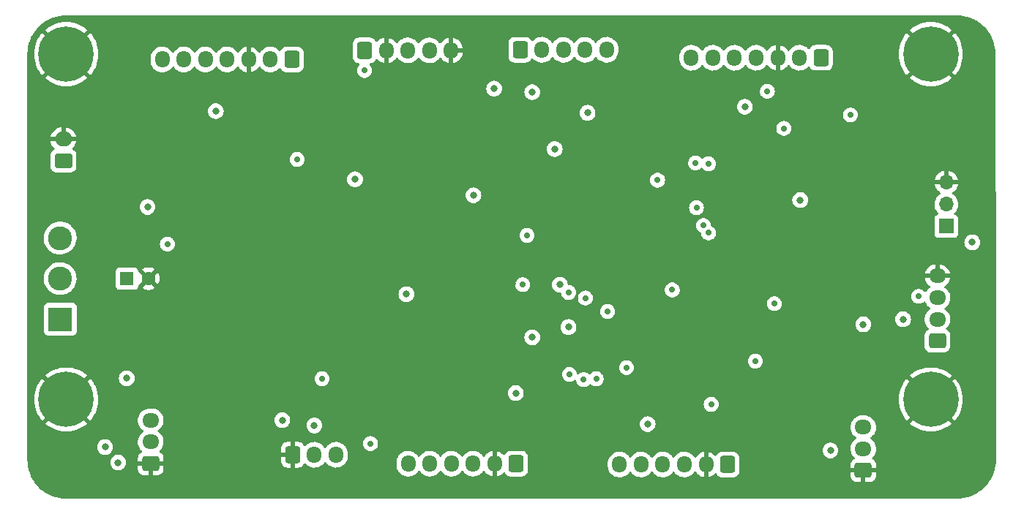
<source format=gbr>
%TF.GenerationSoftware,KiCad,Pcbnew,(6.0.7)*%
%TF.CreationDate,2022-10-27T14:16:22+02:00*%
%TF.ProjectId,Projet,50726f6a-6574-42e6-9b69-6361645f7063,1.0*%
%TF.SameCoordinates,Original*%
%TF.FileFunction,Copper,L2,Inr*%
%TF.FilePolarity,Positive*%
%FSLAX46Y46*%
G04 Gerber Fmt 4.6, Leading zero omitted, Abs format (unit mm)*
G04 Created by KiCad (PCBNEW (6.0.7)) date 2022-10-27 14:16:22*
%MOMM*%
%LPD*%
G01*
G04 APERTURE LIST*
G04 Aperture macros list*
%AMRoundRect*
0 Rectangle with rounded corners*
0 $1 Rounding radius*
0 $2 $3 $4 $5 $6 $7 $8 $9 X,Y pos of 4 corners*
0 Add a 4 corners polygon primitive as box body*
4,1,4,$2,$3,$4,$5,$6,$7,$8,$9,$2,$3,0*
0 Add four circle primitives for the rounded corners*
1,1,$1+$1,$2,$3*
1,1,$1+$1,$4,$5*
1,1,$1+$1,$6,$7*
1,1,$1+$1,$8,$9*
0 Add four rect primitives between the rounded corners*
20,1,$1+$1,$2,$3,$4,$5,0*
20,1,$1+$1,$4,$5,$6,$7,0*
20,1,$1+$1,$6,$7,$8,$9,0*
20,1,$1+$1,$8,$9,$2,$3,0*%
G04 Aperture macros list end*
%TA.AperFunction,ComponentPad*%
%ADD10O,1.950000X1.700000*%
%TD*%
%TA.AperFunction,ComponentPad*%
%ADD11RoundRect,0.250000X0.725000X-0.600000X0.725000X0.600000X-0.725000X0.600000X-0.725000X-0.600000X0*%
%TD*%
%TA.AperFunction,ComponentPad*%
%ADD12R,2.775000X2.775000*%
%TD*%
%TA.AperFunction,ComponentPad*%
%ADD13C,2.775000*%
%TD*%
%TA.AperFunction,ComponentPad*%
%ADD14RoundRect,0.250000X0.600000X0.725000X-0.600000X0.725000X-0.600000X-0.725000X0.600000X-0.725000X0*%
%TD*%
%TA.AperFunction,ComponentPad*%
%ADD15O,1.700000X1.950000*%
%TD*%
%TA.AperFunction,ComponentPad*%
%ADD16C,0.800000*%
%TD*%
%TA.AperFunction,ComponentPad*%
%ADD17C,6.400000*%
%TD*%
%TA.AperFunction,ComponentPad*%
%ADD18RoundRect,0.250000X-0.600000X-0.725000X0.600000X-0.725000X0.600000X0.725000X-0.600000X0.725000X0*%
%TD*%
%TA.AperFunction,ComponentPad*%
%ADD19R,1.700000X1.700000*%
%TD*%
%TA.AperFunction,ComponentPad*%
%ADD20O,1.700000X1.700000*%
%TD*%
%TA.AperFunction,ComponentPad*%
%ADD21RoundRect,0.250000X0.750000X-0.600000X0.750000X0.600000X-0.750000X0.600000X-0.750000X-0.600000X0*%
%TD*%
%TA.AperFunction,ComponentPad*%
%ADD22O,2.000000X1.700000*%
%TD*%
%TA.AperFunction,ComponentPad*%
%ADD23C,1.600000*%
%TD*%
%TA.AperFunction,ComponentPad*%
%ADD24R,1.600000X1.600000*%
%TD*%
%TA.AperFunction,ViaPad*%
%ADD25C,0.800000*%
%TD*%
%TA.AperFunction,ViaPad*%
%ADD26C,0.700000*%
%TD*%
G04 APERTURE END LIST*
D10*
%TO.N,GND*%
%TO.C,J601*%
X200775000Y-125700000D03*
%TO.N,/Communication/ESP_TX_JP*%
X200775000Y-128200000D03*
%TO.N,/Communication/ESP_RX_JP*%
X200775000Y-130700000D03*
D11*
%TO.N,+5V*%
X200775000Y-133200000D03*
%TD*%
D12*
%TO.N,Net-(R501-Pad2)*%
%TO.C,S501*%
X99300000Y-130700000D03*
D13*
%TO.N,V+_batterie*%
X99300000Y-126000000D03*
%TO.N,Net-(J501-Pad1)*%
X99300000Y-121300000D03*
%TD*%
D14*
%TO.N,M1-*%
%TO.C,J302*%
X176500000Y-147525000D03*
D15*
%TO.N,GND*%
X174000000Y-147525000D03*
%TO.N,/Driver_Motor_SERVO/ENC_1_A*%
X171500000Y-147525000D03*
%TO.N,/Driver_Motor_SERVO/ENC_1_B*%
X169000000Y-147525000D03*
%TO.N,+5V*%
X166500000Y-147525000D03*
%TO.N,M1+*%
X164000000Y-147525000D03*
%TD*%
D14*
%TO.N,M2-*%
%TO.C,J301*%
X152050000Y-147425000D03*
D15*
%TO.N,GND*%
X149550000Y-147425000D03*
%TO.N,/Driver_Motor_SERVO/ENC_2_A*%
X147050000Y-147425000D03*
%TO.N,/Driver_Motor_SERVO/ENC_2_B*%
X144550000Y-147425000D03*
%TO.N,+5V*%
X142050000Y-147425000D03*
%TO.N,M2+*%
X139550000Y-147425000D03*
%TD*%
D11*
%TO.N,GND*%
%TO.C,J401*%
X192200000Y-148200000D03*
D10*
%TO.N,+5V*%
X192200000Y-145700000D03*
%TO.N,/STM32F070RB/OPTQ2*%
X192200000Y-143200000D03*
%TD*%
D16*
%TO.N,GND*%
%TO.C,H103*%
X200000000Y-137600000D03*
X198302944Y-138302944D03*
X201697056Y-141697056D03*
D17*
X200000000Y-140000000D03*
D16*
X198302944Y-141697056D03*
X201697056Y-138302944D03*
X197600000Y-140000000D03*
X200000000Y-142400000D03*
X202400000Y-140000000D03*
%TD*%
D11*
%TO.N,GND*%
%TO.C,J404*%
X109775000Y-147400000D03*
D10*
%TO.N,+5V*%
X109775000Y-144900000D03*
%TO.N,/STM32F070RB/OPTQ1*%
X109775000Y-142400000D03*
%TD*%
D18*
%TO.N,GND*%
%TO.C,J303*%
X126200000Y-146400000D03*
D15*
%TO.N,V+_batterie*%
X128700000Y-146400000D03*
%TO.N,/Driver_Motor_SERVO/SERV_DATA*%
X131200000Y-146400000D03*
%TD*%
D19*
%TO.N,+5V*%
%TO.C,J502*%
X201800000Y-119925000D03*
D20*
%TO.N,+3.3V*%
X201800000Y-117385000D03*
%TO.N,GND*%
X201800000Y-114845000D03*
%TD*%
D16*
%TO.N,GND*%
%TO.C,H104*%
X197600000Y-100000000D03*
X198302944Y-98302944D03*
X198302944Y-101697056D03*
X202400000Y-100000000D03*
X201697056Y-98302944D03*
X200000000Y-97600000D03*
D17*
X200000000Y-100000000D03*
D16*
X201697056Y-101697056D03*
X200000000Y-102400000D03*
%TD*%
D21*
%TO.N,Net-(J501-Pad1)*%
%TO.C,J501*%
X99675000Y-112350000D03*
D22*
%TO.N,GND*%
X99675000Y-109850000D03*
%TD*%
D16*
%TO.N,GND*%
%TO.C,H102*%
X100000000Y-137600000D03*
X98302944Y-141697056D03*
X100000000Y-142400000D03*
X102400000Y-140000000D03*
X97600000Y-140000000D03*
X101697056Y-141697056D03*
X98302944Y-138302944D03*
D17*
X100000000Y-140000000D03*
D16*
X101697056Y-138302944D03*
%TD*%
D14*
%TO.N,unconnected-(J406-Pad1)*%
%TO.C,J406*%
X126100000Y-100625000D03*
D15*
%TO.N,+3.3V*%
X123600000Y-100625000D03*
%TO.N,GND*%
X121100000Y-100625000D03*
%TO.N,/STM32F070RB/TOF1_SDA*%
X118600000Y-100625000D03*
%TO.N,/STM32F070RB/TOF1_SCL*%
X116100000Y-100625000D03*
%TO.N,/STM32F070RB/TOF1_XSHUT*%
X113600000Y-100625000D03*
%TO.N,/STM32F070RB/TOF1_GPIO1*%
X111100000Y-100625000D03*
%TD*%
D14*
%TO.N,unconnected-(J405-Pad1)*%
%TO.C,J405*%
X187300000Y-100425000D03*
D15*
%TO.N,+3.3V*%
X184800000Y-100425000D03*
%TO.N,GND*%
X182300000Y-100425000D03*
%TO.N,/STM32F070RB/TOF2_SDA*%
X179800000Y-100425000D03*
%TO.N,/STM32F070RB/TOF2_SCL*%
X177300000Y-100425000D03*
%TO.N,/STM32F070RB/TOF2_XSHUT*%
X174800000Y-100425000D03*
%TO.N,/STM32F070RB/TOF2_GPIO1*%
X172300000Y-100425000D03*
%TD*%
D23*
%TO.N,GND*%
%TO.C,C301*%
X109517621Y-126000000D03*
D24*
%TO.N,V+_batterie*%
X107017621Y-126000000D03*
%TD*%
D18*
%TO.N,/STM32F070RB/CLR_OUT*%
%TO.C,J403*%
X152500000Y-99500000D03*
D15*
%TO.N,/STM32F070RB/CLR_S3*%
X155000000Y-99500000D03*
%TO.N,/STM32F070RB/CLR_S2*%
X157500000Y-99500000D03*
%TO.N,/STM32F070RB/CLR_S1*%
X160000000Y-99500000D03*
%TO.N,/STM32F070RB/CLR_S0*%
X162500000Y-99500000D03*
%TD*%
D18*
%TO.N,+5V*%
%TO.C,J402*%
X134500000Y-99575000D03*
D15*
%TO.N,GND*%
X137000000Y-99575000D03*
%TO.N,/STM32F070RB/CLR_OE*%
X139500000Y-99575000D03*
%TO.N,/STM32F070RB/CLR_LED*%
X142000000Y-99575000D03*
%TO.N,GND*%
X144500000Y-99575000D03*
%TD*%
D16*
%TO.N,GND*%
%TO.C,H101*%
X97600000Y-100000000D03*
X101697056Y-98302944D03*
X98302944Y-101697056D03*
X98302944Y-98302944D03*
X101697056Y-101697056D03*
D17*
X100000000Y-100000000D03*
D16*
X100000000Y-97600000D03*
X102400000Y-100000000D03*
X100000000Y-102400000D03*
%TD*%
D25*
%TO.N,GND*%
X166479977Y-138020023D03*
D26*
%TO.N,/STM32F070RB/NRST_sw*%
X190700000Y-107050000D03*
D25*
%TO.N,+3.3V*%
X153900000Y-132800000D03*
%TO.N,/Driver_Motor_SERVO/SERV_DATA*%
X158100000Y-131600000D03*
%TO.N,/Communication/ESP_RX_JP*%
X196800000Y-130700000D03*
%TO.N,+5V*%
X204800000Y-121800000D03*
%TO.N,GND*%
X173650000Y-139550000D03*
%TO.N,V+_batterie*%
X167250000Y-142850000D03*
%TO.N,GND*%
X161554977Y-142895023D03*
X147087500Y-118062500D03*
%TO.N,/Driver_Motor_SERVO/M2-_JP*%
X152000000Y-139249500D03*
%TO.N,GND*%
X151600000Y-126600000D03*
%TO.N,+3.3V*%
X147100000Y-116350000D03*
%TO.N,GND*%
X111600000Y-126000000D03*
%TO.N,+5V*%
X109400000Y-117700000D03*
%TO.N,GND*%
X144500000Y-101400000D03*
X190600000Y-111600000D03*
X136600000Y-129700000D03*
D26*
X119300000Y-114500000D03*
D25*
%TO.N,+3.3V*%
X133400000Y-114500000D03*
%TO.N,+5V*%
X106000000Y-147300000D03*
%TO.N,/STM32F070RB/CLR_LED*%
X156500000Y-111000000D03*
X149500000Y-104000000D03*
D26*
%TO.N,STLINK_NRST*%
X174300000Y-112700000D03*
X183000000Y-108600000D03*
D25*
%TO.N,V+_batterie*%
X125000000Y-142400000D03*
X128700000Y-143000000D03*
X107000000Y-137550000D03*
D26*
X129600000Y-137600000D03*
%TO.N,/Driver_Motor_SERVO/ENC_2_A*%
X174300000Y-120700000D03*
X161300000Y-137600000D03*
%TO.N,/Driver_Motor_SERVO/ENC_2_B*%
X173700000Y-119850500D03*
X159850000Y-137700000D03*
%TO.N,/Driver_Motor_SERVO/ENC_1_B*%
X179700000Y-135550000D03*
X174600000Y-140550000D03*
%TO.N,/Driver_Motor_SERVO/SERV_DATA*%
X158100000Y-127600000D03*
X135200000Y-145100000D03*
D25*
%TO.N,/STM32F070RB/OPTQ2*%
X157100000Y-126700000D03*
X192200000Y-131300000D03*
%TO.N,/STM32F070RB/CLR_OUT*%
X153900000Y-104400000D03*
X160299500Y-106796422D03*
D26*
%TO.N,/STM32F070RB/TOF2_SDA*%
X162600000Y-129800500D03*
X181100000Y-104300000D03*
%TO.N,/STM32F070RB/TOF2_SCL*%
X160055103Y-128244847D03*
X168400000Y-114600000D03*
%TO.N,STLINK_RX*%
X172900000Y-117800000D03*
X172800000Y-112600000D03*
%TO.N,/Alimentation/BAT_STATE*%
X111700000Y-122000000D03*
X152800000Y-126700000D03*
D25*
%TO.N,+3.3V*%
X117300000Y-106600000D03*
X184900000Y-116900000D03*
X178500000Y-106100000D03*
D26*
%TO.N,GND*%
X173300000Y-127300000D03*
X142300000Y-136900000D03*
%TO.N,+5V*%
X126700000Y-112200000D03*
D25*
X188400000Y-145900000D03*
D26*
X134500000Y-101900000D03*
D25*
X104500000Y-145500000D03*
%TO.N,/Driver_Motor_SERVO/M2-_JP*%
X139350000Y-127800000D03*
D26*
%TO.N,/Driver_Motor_SERVO/M1-_JP*%
X170100000Y-127300000D03*
X181900000Y-128900000D03*
%TO.N,/STM32F070RB/NRST_sw*%
X153300000Y-121000000D03*
%TO.N,/Communication/ESP_RX_JP*%
X158200000Y-137100500D03*
%TO.N,/Communication/ESP_TX_JP*%
X198600000Y-128050000D03*
X164800000Y-136300000D03*
%TD*%
%TA.AperFunction,Conductor*%
%TO.N,GND*%
G36*
X202970018Y-95510000D02*
G01*
X202984851Y-95512310D01*
X202984855Y-95512310D01*
X202993724Y-95513691D01*
X203014183Y-95511016D01*
X203036007Y-95510072D01*
X203385965Y-95525352D01*
X203396913Y-95526310D01*
X203774498Y-95576019D01*
X203785307Y-95577926D01*
X204157114Y-95660353D01*
X204167731Y-95663198D01*
X204530939Y-95777718D01*
X204541254Y-95781471D01*
X204893123Y-95927220D01*
X204903067Y-95931858D01*
X205240867Y-96107705D01*
X205250387Y-96113201D01*
X205571574Y-96317820D01*
X205580578Y-96324124D01*
X205882716Y-96555962D01*
X205891137Y-96563028D01*
X206171914Y-96820314D01*
X206179686Y-96828086D01*
X206436972Y-97108863D01*
X206444038Y-97117284D01*
X206675876Y-97419422D01*
X206682180Y-97428426D01*
X206886799Y-97749613D01*
X206892294Y-97759132D01*
X207068048Y-98096751D01*
X207068138Y-98096924D01*
X207072780Y-98106877D01*
X207215843Y-98452262D01*
X207218526Y-98458739D01*
X207222282Y-98469061D01*
X207317931Y-98772417D01*
X207336802Y-98832268D01*
X207339647Y-98842885D01*
X207421546Y-99212306D01*
X207422073Y-99214685D01*
X207423981Y-99225502D01*
X207463773Y-99527755D01*
X207473690Y-99603086D01*
X207474648Y-99614035D01*
X207488581Y-99933135D01*
X207489603Y-99956552D01*
X207488223Y-99981429D01*
X207486309Y-99993724D01*
X207487473Y-100002625D01*
X207487473Y-100002629D01*
X207490525Y-100025964D01*
X207491589Y-100042033D01*
X207558881Y-131608500D01*
X207591317Y-146823624D01*
X207591375Y-146851040D01*
X207589874Y-146870696D01*
X207587671Y-146884846D01*
X207586289Y-146893724D01*
X207588964Y-146914183D01*
X207589908Y-146936008D01*
X207576543Y-147242110D01*
X207574248Y-147294678D01*
X207573290Y-147305627D01*
X207523191Y-147686172D01*
X207522443Y-147691851D01*
X207520536Y-147702664D01*
X207436220Y-148082991D01*
X207433375Y-148093607D01*
X207316456Y-148464431D01*
X207316236Y-148465128D01*
X207312480Y-148475449D01*
X207171907Y-148814823D01*
X207163397Y-148835367D01*
X207158755Y-148845320D01*
X207072040Y-149011898D01*
X206978880Y-149190857D01*
X206973384Y-149200377D01*
X206764079Y-149528920D01*
X206757775Y-149537924D01*
X206520623Y-149846987D01*
X206513559Y-149855404D01*
X206480817Y-149891137D01*
X206250384Y-150142611D01*
X206242615Y-150150380D01*
X206210633Y-150179686D01*
X205955407Y-150413557D01*
X205946990Y-150420620D01*
X205920836Y-150440689D01*
X205637924Y-150657775D01*
X205628920Y-150664079D01*
X205300377Y-150873384D01*
X205290858Y-150878879D01*
X204945320Y-151058755D01*
X204935376Y-151063393D01*
X204575449Y-151212480D01*
X204565136Y-151216233D01*
X204193608Y-151333375D01*
X204182997Y-151336218D01*
X203802664Y-151420536D01*
X203791859Y-151422442D01*
X203405628Y-151473290D01*
X203394679Y-151474248D01*
X203043446Y-151489583D01*
X203018571Y-151488203D01*
X203006276Y-151486289D01*
X202997374Y-151487453D01*
X202997371Y-151487453D01*
X202974563Y-151490436D01*
X202958226Y-151491500D01*
X100049367Y-151491500D01*
X100029982Y-151490000D01*
X100015149Y-151487690D01*
X100015145Y-151487690D01*
X100006276Y-151486309D01*
X99985817Y-151488984D01*
X99963993Y-151489928D01*
X99614035Y-151474648D01*
X99603086Y-151473690D01*
X99600048Y-151473290D01*
X99225502Y-151423981D01*
X99214693Y-151422074D01*
X98842885Y-151339647D01*
X98832268Y-151336802D01*
X98821399Y-151333375D01*
X98469061Y-151222282D01*
X98458746Y-151218529D01*
X98106877Y-151072780D01*
X98096933Y-151068142D01*
X97759132Y-150892294D01*
X97749613Y-150886799D01*
X97428426Y-150682180D01*
X97419422Y-150675876D01*
X97117284Y-150444038D01*
X97108863Y-150436972D01*
X96828086Y-150179686D01*
X96820314Y-150171914D01*
X96563028Y-149891137D01*
X96555962Y-149882716D01*
X96324124Y-149580578D01*
X96317820Y-149571574D01*
X96113201Y-149250387D01*
X96107705Y-149240867D01*
X96084213Y-149195740D01*
X95931858Y-148903067D01*
X95927216Y-148893114D01*
X95923384Y-148883861D01*
X95781471Y-148541254D01*
X95777715Y-148530932D01*
X95769121Y-148503673D01*
X95663198Y-148167731D01*
X95660353Y-148157114D01*
X95626669Y-148005175D01*
X95577926Y-147785307D01*
X95576018Y-147774490D01*
X95576008Y-147774409D01*
X95526310Y-147396913D01*
X95525352Y-147385964D01*
X95521598Y-147300000D01*
X105086496Y-147300000D01*
X105106458Y-147489928D01*
X105165473Y-147671556D01*
X105168776Y-147677278D01*
X105168777Y-147677279D01*
X105177190Y-147691851D01*
X105260960Y-147836944D01*
X105265378Y-147841851D01*
X105265379Y-147841852D01*
X105346956Y-147932452D01*
X105388747Y-147978866D01*
X105543248Y-148091118D01*
X105549276Y-148093802D01*
X105549278Y-148093803D01*
X105703544Y-148162486D01*
X105717712Y-148168794D01*
X105794355Y-148185085D01*
X105898056Y-148207128D01*
X105898061Y-148207128D01*
X105904513Y-148208500D01*
X106095487Y-148208500D01*
X106101939Y-148207128D01*
X106101944Y-148207128D01*
X106205645Y-148185085D01*
X106282288Y-148168794D01*
X106296456Y-148162486D01*
X106450722Y-148093803D01*
X106450724Y-148093802D01*
X106456752Y-148091118D01*
X106517344Y-148047095D01*
X108292001Y-148047095D01*
X108292338Y-148053614D01*
X108302257Y-148149206D01*
X108305149Y-148162600D01*
X108356588Y-148316784D01*
X108362761Y-148329962D01*
X108448063Y-148467807D01*
X108457099Y-148479208D01*
X108571829Y-148593739D01*
X108583240Y-148602751D01*
X108721243Y-148687816D01*
X108734424Y-148693963D01*
X108888710Y-148745138D01*
X108902086Y-148748005D01*
X108996438Y-148757672D01*
X109002854Y-148758000D01*
X109502885Y-148758000D01*
X109518124Y-148753525D01*
X109519329Y-148752135D01*
X109521000Y-148744452D01*
X109521000Y-148739884D01*
X110029000Y-148739884D01*
X110033475Y-148755123D01*
X110034865Y-148756328D01*
X110042548Y-148757999D01*
X110547095Y-148757999D01*
X110553614Y-148757662D01*
X110649206Y-148747743D01*
X110662600Y-148744851D01*
X110816784Y-148693412D01*
X110829962Y-148687239D01*
X110967807Y-148601937D01*
X110979208Y-148592901D01*
X111093739Y-148478171D01*
X111102751Y-148466760D01*
X111187816Y-148328757D01*
X111193963Y-148315576D01*
X111245138Y-148161290D01*
X111248005Y-148147914D01*
X111257672Y-148053562D01*
X111258000Y-148047146D01*
X111258000Y-147672115D01*
X111253525Y-147656876D01*
X111252135Y-147655671D01*
X111244452Y-147654000D01*
X110047115Y-147654000D01*
X110031876Y-147658475D01*
X110030671Y-147659865D01*
X110029000Y-147667548D01*
X110029000Y-148739884D01*
X109521000Y-148739884D01*
X109521000Y-147672115D01*
X109516525Y-147656876D01*
X109515135Y-147655671D01*
X109507452Y-147654000D01*
X108310116Y-147654000D01*
X108294877Y-147658475D01*
X108293672Y-147659865D01*
X108292001Y-147667548D01*
X108292001Y-148047095D01*
X106517344Y-148047095D01*
X106611253Y-147978866D01*
X106653044Y-147932452D01*
X106734621Y-147841852D01*
X106734622Y-147841851D01*
X106739040Y-147836944D01*
X106822810Y-147691851D01*
X106831223Y-147677279D01*
X106831224Y-147677278D01*
X106834527Y-147671556D01*
X106893542Y-147489928D01*
X106913504Y-147300000D01*
X106900061Y-147172095D01*
X124842001Y-147172095D01*
X124842338Y-147178614D01*
X124852257Y-147274206D01*
X124855149Y-147287600D01*
X124906588Y-147441784D01*
X124912761Y-147454962D01*
X124998063Y-147592807D01*
X125007099Y-147604208D01*
X125121829Y-147718739D01*
X125133240Y-147727751D01*
X125271243Y-147812816D01*
X125284424Y-147818963D01*
X125438710Y-147870138D01*
X125452086Y-147873005D01*
X125546438Y-147882672D01*
X125552854Y-147883000D01*
X125927885Y-147883000D01*
X125943124Y-147878525D01*
X125944329Y-147877135D01*
X125946000Y-147869452D01*
X125946000Y-147864884D01*
X126454000Y-147864884D01*
X126458475Y-147880123D01*
X126459865Y-147881328D01*
X126467548Y-147882999D01*
X126847095Y-147882999D01*
X126853614Y-147882662D01*
X126949206Y-147872743D01*
X126962600Y-147869851D01*
X127116784Y-147818412D01*
X127129962Y-147812239D01*
X127267807Y-147726937D01*
X127279208Y-147717901D01*
X127393739Y-147603171D01*
X127402753Y-147591757D01*
X127488723Y-147452287D01*
X127541495Y-147404793D01*
X127611566Y-147393369D01*
X127676690Y-147421643D01*
X127687149Y-147431426D01*
X127796576Y-147546135D01*
X127981542Y-147683754D01*
X127986293Y-147686170D01*
X127986297Y-147686172D01*
X128023782Y-147705230D01*
X128187051Y-147788240D01*
X128192145Y-147789822D01*
X128192148Y-147789823D01*
X128392020Y-147851885D01*
X128407227Y-147856607D01*
X128412516Y-147857308D01*
X128630489Y-147886198D01*
X128630494Y-147886198D01*
X128635774Y-147886898D01*
X128641103Y-147886698D01*
X128641105Y-147886698D01*
X128750966Y-147882573D01*
X128866158Y-147878249D01*
X128871468Y-147877135D01*
X129039627Y-147841852D01*
X129091791Y-147830907D01*
X129096750Y-147828949D01*
X129096752Y-147828948D01*
X129301256Y-147748185D01*
X129301258Y-147748184D01*
X129306221Y-147746224D01*
X129369394Y-147707890D01*
X129498757Y-147629390D01*
X129498756Y-147629390D01*
X129503317Y-147626623D01*
X129588329Y-147552854D01*
X129673412Y-147479023D01*
X129673414Y-147479021D01*
X129677445Y-147475523D01*
X129735440Y-147404793D01*
X129820240Y-147301373D01*
X129820244Y-147301367D01*
X129823624Y-147297245D01*
X129841552Y-147265750D01*
X129892632Y-147216445D01*
X129962262Y-147202583D01*
X130028333Y-147228566D01*
X130055573Y-147257716D01*
X130137441Y-147379319D01*
X130141120Y-147383176D01*
X130141122Y-147383178D01*
X130192848Y-147437400D01*
X130296576Y-147546135D01*
X130481542Y-147683754D01*
X130486293Y-147686170D01*
X130486297Y-147686172D01*
X130523782Y-147705230D01*
X130687051Y-147788240D01*
X130692145Y-147789822D01*
X130692148Y-147789823D01*
X130892020Y-147851885D01*
X130907227Y-147856607D01*
X130912516Y-147857308D01*
X131130489Y-147886198D01*
X131130494Y-147886198D01*
X131135774Y-147886898D01*
X131141103Y-147886698D01*
X131141105Y-147886698D01*
X131250966Y-147882573D01*
X131366158Y-147878249D01*
X131371468Y-147877135D01*
X131539627Y-147841852D01*
X131591791Y-147830907D01*
X131596750Y-147828949D01*
X131596752Y-147828948D01*
X131801256Y-147748185D01*
X131801258Y-147748184D01*
X131806221Y-147746224D01*
X131869394Y-147707890D01*
X131998757Y-147629390D01*
X131998756Y-147629390D01*
X132003317Y-147626623D01*
X132024905Y-147607890D01*
X138191500Y-147607890D01*
X138195426Y-147654156D01*
X138200835Y-147717901D01*
X138206080Y-147779720D01*
X138207418Y-147784875D01*
X138207419Y-147784881D01*
X138257768Y-147978866D01*
X138263999Y-148002872D01*
X138358688Y-148213075D01*
X138487441Y-148404319D01*
X138491120Y-148408176D01*
X138491122Y-148408178D01*
X138547007Y-148466760D01*
X138646576Y-148571135D01*
X138650854Y-148574318D01*
X138690779Y-148604023D01*
X138831542Y-148708754D01*
X138836293Y-148711170D01*
X138836297Y-148711172D01*
X138908228Y-148747743D01*
X139037051Y-148813240D01*
X139042145Y-148814822D01*
X139042148Y-148814823D01*
X139228661Y-148872737D01*
X139257227Y-148881607D01*
X139262516Y-148882308D01*
X139480489Y-148911198D01*
X139480494Y-148911198D01*
X139485774Y-148911898D01*
X139491103Y-148911698D01*
X139491105Y-148911698D01*
X139600966Y-148907573D01*
X139716158Y-148903249D01*
X139738802Y-148898498D01*
X139936572Y-148857002D01*
X139941791Y-148855907D01*
X139946750Y-148853949D01*
X139946752Y-148853948D01*
X140151256Y-148773185D01*
X140151258Y-148773184D01*
X140156221Y-148771224D01*
X140161525Y-148768006D01*
X140348757Y-148654390D01*
X140348756Y-148654390D01*
X140353317Y-148651623D01*
X140393134Y-148617072D01*
X140523412Y-148504023D01*
X140523414Y-148504021D01*
X140527445Y-148500523D01*
X140591629Y-148422245D01*
X140670240Y-148326373D01*
X140670244Y-148326367D01*
X140673624Y-148322245D01*
X140691552Y-148290750D01*
X140742632Y-148241445D01*
X140812262Y-148227583D01*
X140878333Y-148253566D01*
X140905573Y-148282716D01*
X140987441Y-148404319D01*
X140991120Y-148408176D01*
X140991122Y-148408178D01*
X141047007Y-148466760D01*
X141146576Y-148571135D01*
X141150854Y-148574318D01*
X141190779Y-148604023D01*
X141331542Y-148708754D01*
X141336293Y-148711170D01*
X141336297Y-148711172D01*
X141408228Y-148747743D01*
X141537051Y-148813240D01*
X141542145Y-148814822D01*
X141542148Y-148814823D01*
X141728661Y-148872737D01*
X141757227Y-148881607D01*
X141762516Y-148882308D01*
X141980489Y-148911198D01*
X141980494Y-148911198D01*
X141985774Y-148911898D01*
X141991103Y-148911698D01*
X141991105Y-148911698D01*
X142100966Y-148907573D01*
X142216158Y-148903249D01*
X142238802Y-148898498D01*
X142436572Y-148857002D01*
X142441791Y-148855907D01*
X142446750Y-148853949D01*
X142446752Y-148853948D01*
X142651256Y-148773185D01*
X142651258Y-148773184D01*
X142656221Y-148771224D01*
X142661525Y-148768006D01*
X142848757Y-148654390D01*
X142848756Y-148654390D01*
X142853317Y-148651623D01*
X142893134Y-148617072D01*
X143023412Y-148504023D01*
X143023414Y-148504021D01*
X143027445Y-148500523D01*
X143091629Y-148422245D01*
X143170240Y-148326373D01*
X143170244Y-148326367D01*
X143173624Y-148322245D01*
X143191552Y-148290750D01*
X143242632Y-148241445D01*
X143312262Y-148227583D01*
X143378333Y-148253566D01*
X143405573Y-148282716D01*
X143487441Y-148404319D01*
X143491120Y-148408176D01*
X143491122Y-148408178D01*
X143547007Y-148466760D01*
X143646576Y-148571135D01*
X143650854Y-148574318D01*
X143690779Y-148604023D01*
X143831542Y-148708754D01*
X143836293Y-148711170D01*
X143836297Y-148711172D01*
X143908228Y-148747743D01*
X144037051Y-148813240D01*
X144042145Y-148814822D01*
X144042148Y-148814823D01*
X144228661Y-148872737D01*
X144257227Y-148881607D01*
X144262516Y-148882308D01*
X144480489Y-148911198D01*
X144480494Y-148911198D01*
X144485774Y-148911898D01*
X144491103Y-148911698D01*
X144491105Y-148911698D01*
X144600966Y-148907573D01*
X144716158Y-148903249D01*
X144738802Y-148898498D01*
X144936572Y-148857002D01*
X144941791Y-148855907D01*
X144946750Y-148853949D01*
X144946752Y-148853948D01*
X145151256Y-148773185D01*
X145151258Y-148773184D01*
X145156221Y-148771224D01*
X145161525Y-148768006D01*
X145348757Y-148654390D01*
X145348756Y-148654390D01*
X145353317Y-148651623D01*
X145393134Y-148617072D01*
X145523412Y-148504023D01*
X145523414Y-148504021D01*
X145527445Y-148500523D01*
X145591629Y-148422245D01*
X145670240Y-148326373D01*
X145670244Y-148326367D01*
X145673624Y-148322245D01*
X145691552Y-148290750D01*
X145742632Y-148241445D01*
X145812262Y-148227583D01*
X145878333Y-148253566D01*
X145905573Y-148282716D01*
X145987441Y-148404319D01*
X145991120Y-148408176D01*
X145991122Y-148408178D01*
X146047007Y-148466760D01*
X146146576Y-148571135D01*
X146150854Y-148574318D01*
X146190779Y-148604023D01*
X146331542Y-148708754D01*
X146336293Y-148711170D01*
X146336297Y-148711172D01*
X146408228Y-148747743D01*
X146537051Y-148813240D01*
X146542145Y-148814822D01*
X146542148Y-148814823D01*
X146728661Y-148872737D01*
X146757227Y-148881607D01*
X146762516Y-148882308D01*
X146980489Y-148911198D01*
X146980494Y-148911198D01*
X146985774Y-148911898D01*
X146991103Y-148911698D01*
X146991105Y-148911698D01*
X147100966Y-148907573D01*
X147216158Y-148903249D01*
X147238802Y-148898498D01*
X147436572Y-148857002D01*
X147441791Y-148855907D01*
X147446750Y-148853949D01*
X147446752Y-148853948D01*
X147651256Y-148773185D01*
X147651258Y-148773184D01*
X147656221Y-148771224D01*
X147661525Y-148768006D01*
X147848757Y-148654390D01*
X147848756Y-148654390D01*
X147853317Y-148651623D01*
X147893134Y-148617072D01*
X148023412Y-148504023D01*
X148023414Y-148504021D01*
X148027445Y-148500523D01*
X148091629Y-148422245D01*
X148170240Y-148326373D01*
X148170244Y-148326367D01*
X148173624Y-148322245D01*
X148176267Y-148317602D01*
X148191829Y-148290265D01*
X148242912Y-148240959D01*
X148312542Y-148227098D01*
X148378613Y-148253082D01*
X148405851Y-148282232D01*
X148484852Y-148399578D01*
X148491519Y-148407870D01*
X148643228Y-148566900D01*
X148651186Y-148573941D01*
X148827525Y-148705141D01*
X148836562Y-148710745D01*
X149032484Y-148810357D01*
X149042335Y-148814357D01*
X149252240Y-148879534D01*
X149262624Y-148881817D01*
X149278043Y-148883861D01*
X149292207Y-148881665D01*
X149296000Y-148868478D01*
X149296000Y-148866192D01*
X149804000Y-148866192D01*
X149807973Y-148879723D01*
X149818580Y-148881248D01*
X149936421Y-148856523D01*
X149946617Y-148853463D01*
X150151029Y-148772737D01*
X150160561Y-148768006D01*
X150348462Y-148653984D01*
X150357052Y-148647720D01*
X150523052Y-148503673D01*
X150530470Y-148496044D01*
X150556391Y-148464431D01*
X150615051Y-148424436D01*
X150686021Y-148422504D01*
X150746770Y-148459248D01*
X150760969Y-148478017D01*
X150851522Y-148624348D01*
X150976697Y-148749305D01*
X150982927Y-148753145D01*
X150982928Y-148753146D01*
X151120090Y-148837694D01*
X151127262Y-148842115D01*
X151161774Y-148853562D01*
X151288611Y-148895632D01*
X151288613Y-148895632D01*
X151295139Y-148897797D01*
X151301975Y-148898497D01*
X151301978Y-148898498D01*
X151337663Y-148902154D01*
X151399600Y-148908500D01*
X152700400Y-148908500D01*
X152703646Y-148908163D01*
X152703650Y-148908163D01*
X152799308Y-148898238D01*
X152799312Y-148898237D01*
X152806166Y-148897526D01*
X152812702Y-148895345D01*
X152812704Y-148895345D01*
X152944806Y-148851272D01*
X152973946Y-148841550D01*
X153124348Y-148748478D01*
X153249305Y-148623303D01*
X153253146Y-148617072D01*
X153338275Y-148478968D01*
X153338276Y-148478966D01*
X153342115Y-148472738D01*
X153385824Y-148340959D01*
X153395632Y-148311389D01*
X153395632Y-148311387D01*
X153397797Y-148304861D01*
X153399293Y-148290265D01*
X153403102Y-148253082D01*
X153408500Y-148200400D01*
X153408500Y-147707890D01*
X162641500Y-147707890D01*
X162642421Y-147718739D01*
X162655243Y-147869851D01*
X162656080Y-147879720D01*
X162657418Y-147884875D01*
X162657419Y-147884881D01*
X162711645Y-148093803D01*
X162713999Y-148102872D01*
X162716191Y-148107738D01*
X162716192Y-148107741D01*
X162765638Y-148217508D01*
X162808688Y-148313075D01*
X162937441Y-148504319D01*
X162941120Y-148508176D01*
X162941122Y-148508178D01*
X162997140Y-148566900D01*
X163096576Y-148671135D01*
X163281542Y-148808754D01*
X163286293Y-148811170D01*
X163286297Y-148811172D01*
X163359673Y-148848478D01*
X163487051Y-148913240D01*
X163492145Y-148914822D01*
X163492148Y-148914823D01*
X163641796Y-148961290D01*
X163707227Y-148981607D01*
X163712516Y-148982308D01*
X163930489Y-149011198D01*
X163930494Y-149011198D01*
X163935774Y-149011898D01*
X163941103Y-149011698D01*
X163941105Y-149011698D01*
X164050966Y-149007574D01*
X164166158Y-149003249D01*
X164188802Y-148998498D01*
X164359892Y-148962600D01*
X164391791Y-148955907D01*
X164396750Y-148953949D01*
X164396752Y-148953948D01*
X164601256Y-148873185D01*
X164601258Y-148873184D01*
X164606221Y-148871224D01*
X164611525Y-148868006D01*
X164792810Y-148757999D01*
X164803317Y-148751623D01*
X164869765Y-148693963D01*
X164973412Y-148604023D01*
X164973414Y-148604021D01*
X164977445Y-148600523D01*
X165041417Y-148522504D01*
X165120240Y-148426373D01*
X165120244Y-148426367D01*
X165123624Y-148422245D01*
X165141552Y-148390750D01*
X165192632Y-148341445D01*
X165262262Y-148327583D01*
X165328333Y-148353566D01*
X165355573Y-148382716D01*
X165437441Y-148504319D01*
X165441120Y-148508176D01*
X165441122Y-148508178D01*
X165497140Y-148566900D01*
X165596576Y-148671135D01*
X165781542Y-148808754D01*
X165786293Y-148811170D01*
X165786297Y-148811172D01*
X165859673Y-148848478D01*
X165987051Y-148913240D01*
X165992145Y-148914822D01*
X165992148Y-148914823D01*
X166141796Y-148961290D01*
X166207227Y-148981607D01*
X166212516Y-148982308D01*
X166430489Y-149011198D01*
X166430494Y-149011198D01*
X166435774Y-149011898D01*
X166441103Y-149011698D01*
X166441105Y-149011698D01*
X166550966Y-149007574D01*
X166666158Y-149003249D01*
X166688802Y-148998498D01*
X166859892Y-148962600D01*
X166891791Y-148955907D01*
X166896750Y-148953949D01*
X166896752Y-148953948D01*
X167101256Y-148873185D01*
X167101258Y-148873184D01*
X167106221Y-148871224D01*
X167111525Y-148868006D01*
X167292810Y-148757999D01*
X167303317Y-148751623D01*
X167369765Y-148693963D01*
X167473412Y-148604023D01*
X167473414Y-148604021D01*
X167477445Y-148600523D01*
X167541417Y-148522504D01*
X167620240Y-148426373D01*
X167620244Y-148426367D01*
X167623624Y-148422245D01*
X167641552Y-148390750D01*
X167692632Y-148341445D01*
X167762262Y-148327583D01*
X167828333Y-148353566D01*
X167855573Y-148382716D01*
X167937441Y-148504319D01*
X167941120Y-148508176D01*
X167941122Y-148508178D01*
X167997140Y-148566900D01*
X168096576Y-148671135D01*
X168281542Y-148808754D01*
X168286293Y-148811170D01*
X168286297Y-148811172D01*
X168359673Y-148848478D01*
X168487051Y-148913240D01*
X168492145Y-148914822D01*
X168492148Y-148914823D01*
X168641796Y-148961290D01*
X168707227Y-148981607D01*
X168712516Y-148982308D01*
X168930489Y-149011198D01*
X168930494Y-149011198D01*
X168935774Y-149011898D01*
X168941103Y-149011698D01*
X168941105Y-149011698D01*
X169050966Y-149007574D01*
X169166158Y-149003249D01*
X169188802Y-148998498D01*
X169359892Y-148962600D01*
X169391791Y-148955907D01*
X169396750Y-148953949D01*
X169396752Y-148953948D01*
X169601256Y-148873185D01*
X169601258Y-148873184D01*
X169606221Y-148871224D01*
X169611525Y-148868006D01*
X169792810Y-148757999D01*
X169803317Y-148751623D01*
X169869765Y-148693963D01*
X169973412Y-148604023D01*
X169973414Y-148604021D01*
X169977445Y-148600523D01*
X170041417Y-148522504D01*
X170120240Y-148426373D01*
X170120244Y-148426367D01*
X170123624Y-148422245D01*
X170141552Y-148390750D01*
X170192632Y-148341445D01*
X170262262Y-148327583D01*
X170328333Y-148353566D01*
X170355573Y-148382716D01*
X170437441Y-148504319D01*
X170441120Y-148508176D01*
X170441122Y-148508178D01*
X170497140Y-148566900D01*
X170596576Y-148671135D01*
X170781542Y-148808754D01*
X170786293Y-148811170D01*
X170786297Y-148811172D01*
X170859673Y-148848478D01*
X170987051Y-148913240D01*
X170992145Y-148914822D01*
X170992148Y-148914823D01*
X171141796Y-148961290D01*
X171207227Y-148981607D01*
X171212516Y-148982308D01*
X171430489Y-149011198D01*
X171430494Y-149011198D01*
X171435774Y-149011898D01*
X171441103Y-149011698D01*
X171441105Y-149011698D01*
X171550966Y-149007574D01*
X171666158Y-149003249D01*
X171688802Y-148998498D01*
X171859892Y-148962600D01*
X171891791Y-148955907D01*
X171896750Y-148953949D01*
X171896752Y-148953948D01*
X172101256Y-148873185D01*
X172101258Y-148873184D01*
X172106221Y-148871224D01*
X172111525Y-148868006D01*
X172292810Y-148757999D01*
X172303317Y-148751623D01*
X172369765Y-148693963D01*
X172473412Y-148604023D01*
X172473414Y-148604021D01*
X172477445Y-148600523D01*
X172541417Y-148522504D01*
X172620240Y-148426373D01*
X172620244Y-148426367D01*
X172623624Y-148422245D01*
X172629804Y-148411389D01*
X172641829Y-148390265D01*
X172692912Y-148340959D01*
X172762542Y-148327098D01*
X172828613Y-148353082D01*
X172855851Y-148382232D01*
X172934852Y-148499578D01*
X172941519Y-148507870D01*
X173093228Y-148666900D01*
X173101186Y-148673941D01*
X173277525Y-148805141D01*
X173286562Y-148810745D01*
X173482484Y-148910357D01*
X173492335Y-148914357D01*
X173702240Y-148979534D01*
X173712624Y-148981817D01*
X173728043Y-148983861D01*
X173742207Y-148981665D01*
X173746000Y-148968478D01*
X173746000Y-148966192D01*
X174254000Y-148966192D01*
X174257973Y-148979723D01*
X174268580Y-148981248D01*
X174386421Y-148956523D01*
X174396617Y-148953463D01*
X174601029Y-148872737D01*
X174610561Y-148868006D01*
X174798462Y-148753984D01*
X174807052Y-148747720D01*
X174973052Y-148603673D01*
X174980470Y-148596044D01*
X175006391Y-148564431D01*
X175065051Y-148524436D01*
X175136021Y-148522504D01*
X175196770Y-148559248D01*
X175210969Y-148578017D01*
X175301522Y-148724348D01*
X175306704Y-148729521D01*
X175321661Y-148744452D01*
X175426697Y-148849305D01*
X175432927Y-148853145D01*
X175432928Y-148853146D01*
X175570090Y-148937694D01*
X175577262Y-148942115D01*
X175612938Y-148953948D01*
X175738611Y-148995632D01*
X175738613Y-148995632D01*
X175745139Y-148997797D01*
X175751975Y-148998497D01*
X175751978Y-148998498D01*
X175787663Y-149002154D01*
X175849600Y-149008500D01*
X177150400Y-149008500D01*
X177153646Y-149008163D01*
X177153650Y-149008163D01*
X177249308Y-148998238D01*
X177249312Y-148998237D01*
X177256166Y-148997526D01*
X177262702Y-148995345D01*
X177262704Y-148995345D01*
X177404871Y-148947914D01*
X177423946Y-148941550D01*
X177574348Y-148848478D01*
X177575729Y-148847095D01*
X190717001Y-148847095D01*
X190717338Y-148853614D01*
X190727257Y-148949206D01*
X190730149Y-148962600D01*
X190781588Y-149116784D01*
X190787761Y-149129962D01*
X190873063Y-149267807D01*
X190882099Y-149279208D01*
X190996829Y-149393739D01*
X191008240Y-149402751D01*
X191146243Y-149487816D01*
X191159424Y-149493963D01*
X191313710Y-149545138D01*
X191327086Y-149548005D01*
X191421438Y-149557672D01*
X191427854Y-149558000D01*
X191927885Y-149558000D01*
X191943124Y-149553525D01*
X191944329Y-149552135D01*
X191946000Y-149544452D01*
X191946000Y-149539884D01*
X192454000Y-149539884D01*
X192458475Y-149555123D01*
X192459865Y-149556328D01*
X192467548Y-149557999D01*
X192972095Y-149557999D01*
X192978614Y-149557662D01*
X193074206Y-149547743D01*
X193087600Y-149544851D01*
X193241784Y-149493412D01*
X193254962Y-149487239D01*
X193392807Y-149401937D01*
X193404208Y-149392901D01*
X193518739Y-149278171D01*
X193527751Y-149266760D01*
X193612816Y-149128757D01*
X193618963Y-149115576D01*
X193670138Y-148961290D01*
X193673005Y-148947914D01*
X193682672Y-148853562D01*
X193683000Y-148847146D01*
X193683000Y-148472115D01*
X193678525Y-148456876D01*
X193677135Y-148455671D01*
X193669452Y-148454000D01*
X192472115Y-148454000D01*
X192456876Y-148458475D01*
X192455671Y-148459865D01*
X192454000Y-148467548D01*
X192454000Y-149539884D01*
X191946000Y-149539884D01*
X191946000Y-148472115D01*
X191941525Y-148456876D01*
X191940135Y-148455671D01*
X191932452Y-148454000D01*
X190735116Y-148454000D01*
X190719877Y-148458475D01*
X190718672Y-148459865D01*
X190717001Y-148467548D01*
X190717001Y-148847095D01*
X177575729Y-148847095D01*
X177699305Y-148723303D01*
X177731462Y-148671135D01*
X177788275Y-148578968D01*
X177788276Y-148578966D01*
X177792115Y-148572738D01*
X177823532Y-148478018D01*
X177845632Y-148411389D01*
X177845632Y-148411387D01*
X177847797Y-148404861D01*
X177849293Y-148390265D01*
X177853102Y-148353082D01*
X177858500Y-148300400D01*
X177858500Y-146749600D01*
X177854687Y-146712847D01*
X177848238Y-146650692D01*
X177848237Y-146650688D01*
X177847526Y-146643834D01*
X177843710Y-146632394D01*
X177793868Y-146483002D01*
X177791550Y-146476054D01*
X177698478Y-146325652D01*
X177573303Y-146200695D01*
X177567072Y-146196854D01*
X177428968Y-146111725D01*
X177428966Y-146111724D01*
X177422738Y-146107885D01*
X177309353Y-146070277D01*
X177261389Y-146054368D01*
X177261387Y-146054368D01*
X177254861Y-146052203D01*
X177248025Y-146051503D01*
X177248022Y-146051502D01*
X177204969Y-146047091D01*
X177150400Y-146041500D01*
X175849600Y-146041500D01*
X175846354Y-146041837D01*
X175846350Y-146041837D01*
X175750692Y-146051762D01*
X175750688Y-146051763D01*
X175743834Y-146052474D01*
X175737298Y-146054655D01*
X175737296Y-146054655D01*
X175611117Y-146096752D01*
X175576054Y-146108450D01*
X175425652Y-146201522D01*
X175300695Y-146326697D01*
X175296855Y-146332927D01*
X175296854Y-146332928D01*
X175288595Y-146346327D01*
X175227170Y-146445977D01*
X175210648Y-146472780D01*
X175157876Y-146520273D01*
X175087804Y-146531697D01*
X175022680Y-146503423D01*
X175012218Y-146493636D01*
X174906766Y-146383094D01*
X174898808Y-146376054D01*
X174722475Y-146244859D01*
X174713438Y-146239255D01*
X174517516Y-146139643D01*
X174507665Y-146135643D01*
X174297760Y-146070466D01*
X174287376Y-146068183D01*
X174271957Y-146066139D01*
X174257793Y-146068335D01*
X174254000Y-146081522D01*
X174254000Y-148966192D01*
X173746000Y-148966192D01*
X173746000Y-146083808D01*
X173742027Y-146070277D01*
X173731420Y-146068752D01*
X173613579Y-146093477D01*
X173603383Y-146096537D01*
X173398971Y-146177263D01*
X173389439Y-146181994D01*
X173201538Y-146296016D01*
X173192948Y-146302280D01*
X173026948Y-146446327D01*
X173019528Y-146453958D01*
X172880174Y-146623911D01*
X172874152Y-146632674D01*
X172858762Y-146659711D01*
X172807680Y-146709018D01*
X172738049Y-146722880D01*
X172671978Y-146696897D01*
X172644739Y-146667747D01*
X172596728Y-146596434D01*
X172562559Y-146545681D01*
X172545459Y-146527755D01*
X172431694Y-146408500D01*
X172403424Y-146378865D01*
X172395246Y-146372780D01*
X172280272Y-146287237D01*
X172218458Y-146241246D01*
X172213707Y-146238830D01*
X172213703Y-146238828D01*
X172095588Y-146178776D01*
X172012949Y-146136760D01*
X172007855Y-146135178D01*
X172007852Y-146135177D01*
X171797871Y-146069976D01*
X171792773Y-146068393D01*
X171787484Y-146067692D01*
X171569511Y-146038802D01*
X171569506Y-146038802D01*
X171564226Y-146038102D01*
X171558897Y-146038302D01*
X171558895Y-146038302D01*
X171449034Y-146042426D01*
X171333842Y-146046751D01*
X171328623Y-146047846D01*
X171306566Y-146052474D01*
X171108209Y-146094093D01*
X171103250Y-146096051D01*
X171103248Y-146096052D01*
X170898744Y-146176815D01*
X170898742Y-146176816D01*
X170893779Y-146178776D01*
X170889220Y-146181543D01*
X170889217Y-146181544D01*
X170794113Y-146239255D01*
X170696683Y-146298377D01*
X170692653Y-146301874D01*
X170526930Y-146445681D01*
X170522555Y-146449477D01*
X170505696Y-146470038D01*
X170379760Y-146623627D01*
X170379756Y-146623633D01*
X170376376Y-146627755D01*
X170358448Y-146659250D01*
X170307368Y-146708555D01*
X170237738Y-146722417D01*
X170171667Y-146696434D01*
X170144427Y-146667284D01*
X170117814Y-146627755D01*
X170062559Y-146545681D01*
X170045459Y-146527755D01*
X169931694Y-146408500D01*
X169903424Y-146378865D01*
X169895246Y-146372780D01*
X169780272Y-146287237D01*
X169718458Y-146241246D01*
X169713707Y-146238830D01*
X169713703Y-146238828D01*
X169595588Y-146178776D01*
X169512949Y-146136760D01*
X169507855Y-146135178D01*
X169507852Y-146135177D01*
X169297871Y-146069976D01*
X169292773Y-146068393D01*
X169287484Y-146067692D01*
X169069511Y-146038802D01*
X169069506Y-146038802D01*
X169064226Y-146038102D01*
X169058897Y-146038302D01*
X169058895Y-146038302D01*
X168949034Y-146042426D01*
X168833842Y-146046751D01*
X168828623Y-146047846D01*
X168806566Y-146052474D01*
X168608209Y-146094093D01*
X168603250Y-146096051D01*
X168603248Y-146096052D01*
X168398744Y-146176815D01*
X168398742Y-146176816D01*
X168393779Y-146178776D01*
X168389220Y-146181543D01*
X168389217Y-146181544D01*
X168294113Y-146239255D01*
X168196683Y-146298377D01*
X168192653Y-146301874D01*
X168026930Y-146445681D01*
X168022555Y-146449477D01*
X168005696Y-146470038D01*
X167879760Y-146623627D01*
X167879756Y-146623633D01*
X167876376Y-146627755D01*
X167858448Y-146659250D01*
X167807368Y-146708555D01*
X167737738Y-146722417D01*
X167671667Y-146696434D01*
X167644427Y-146667284D01*
X167617814Y-146627755D01*
X167562559Y-146545681D01*
X167545459Y-146527755D01*
X167431694Y-146408500D01*
X167403424Y-146378865D01*
X167395246Y-146372780D01*
X167280272Y-146287237D01*
X167218458Y-146241246D01*
X167213707Y-146238830D01*
X167213703Y-146238828D01*
X167095588Y-146178776D01*
X167012949Y-146136760D01*
X167007855Y-146135178D01*
X167007852Y-146135177D01*
X166797871Y-146069976D01*
X166792773Y-146068393D01*
X166787484Y-146067692D01*
X166569511Y-146038802D01*
X166569506Y-146038802D01*
X166564226Y-146038102D01*
X166558897Y-146038302D01*
X166558895Y-146038302D01*
X166449034Y-146042426D01*
X166333842Y-146046751D01*
X166328623Y-146047846D01*
X166306566Y-146052474D01*
X166108209Y-146094093D01*
X166103250Y-146096051D01*
X166103248Y-146096052D01*
X165898744Y-146176815D01*
X165898742Y-146176816D01*
X165893779Y-146178776D01*
X165889220Y-146181543D01*
X165889217Y-146181544D01*
X165794113Y-146239255D01*
X165696683Y-146298377D01*
X165692653Y-146301874D01*
X165526930Y-146445681D01*
X165522555Y-146449477D01*
X165505696Y-146470038D01*
X165379760Y-146623627D01*
X165379756Y-146623633D01*
X165376376Y-146627755D01*
X165358448Y-146659250D01*
X165307368Y-146708555D01*
X165237738Y-146722417D01*
X165171667Y-146696434D01*
X165144427Y-146667284D01*
X165117814Y-146627755D01*
X165062559Y-146545681D01*
X165045459Y-146527755D01*
X164931694Y-146408500D01*
X164903424Y-146378865D01*
X164895246Y-146372780D01*
X164780272Y-146287237D01*
X164718458Y-146241246D01*
X164713707Y-146238830D01*
X164713703Y-146238828D01*
X164595588Y-146178776D01*
X164512949Y-146136760D01*
X164507855Y-146135178D01*
X164507852Y-146135177D01*
X164297871Y-146069976D01*
X164292773Y-146068393D01*
X164287484Y-146067692D01*
X164069511Y-146038802D01*
X164069506Y-146038802D01*
X164064226Y-146038102D01*
X164058897Y-146038302D01*
X164058895Y-146038302D01*
X163949034Y-146042426D01*
X163833842Y-146046751D01*
X163828623Y-146047846D01*
X163806566Y-146052474D01*
X163608209Y-146094093D01*
X163603250Y-146096051D01*
X163603248Y-146096052D01*
X163398744Y-146176815D01*
X163398742Y-146176816D01*
X163393779Y-146178776D01*
X163389220Y-146181543D01*
X163389217Y-146181544D01*
X163294113Y-146239255D01*
X163196683Y-146298377D01*
X163192653Y-146301874D01*
X163026930Y-146445681D01*
X163022555Y-146449477D01*
X163005696Y-146470038D01*
X162879760Y-146623627D01*
X162879756Y-146623633D01*
X162876376Y-146627755D01*
X162873738Y-146632390D01*
X162873735Y-146632394D01*
X162837018Y-146696897D01*
X162762325Y-146828114D01*
X162683663Y-147044825D01*
X162682714Y-147050074D01*
X162682713Y-147050077D01*
X162643377Y-147267608D01*
X162643376Y-147267615D01*
X162642639Y-147271692D01*
X162642444Y-147275837D01*
X162641614Y-147293435D01*
X162641500Y-147295844D01*
X162641500Y-147707890D01*
X153408500Y-147707890D01*
X153408500Y-146649600D01*
X153407234Y-146637400D01*
X153398238Y-146550692D01*
X153398237Y-146550688D01*
X153397526Y-146543834D01*
X153393710Y-146532394D01*
X153343868Y-146383002D01*
X153341550Y-146376054D01*
X153248478Y-146225652D01*
X153228658Y-146205866D01*
X153128483Y-146105866D01*
X153123303Y-146100695D01*
X153117072Y-146096854D01*
X152978968Y-146011725D01*
X152978966Y-146011724D01*
X152972738Y-146007885D01*
X152859353Y-145970277D01*
X152811389Y-145954368D01*
X152811387Y-145954368D01*
X152804861Y-145952203D01*
X152798025Y-145951503D01*
X152798022Y-145951502D01*
X152754969Y-145947091D01*
X152700400Y-145941500D01*
X151399600Y-145941500D01*
X151396354Y-145941837D01*
X151396350Y-145941837D01*
X151300692Y-145951762D01*
X151300688Y-145951763D01*
X151293834Y-145952474D01*
X151287298Y-145954655D01*
X151287296Y-145954655D01*
X151157763Y-145997871D01*
X151126054Y-146008450D01*
X150975652Y-146101522D01*
X150850695Y-146226697D01*
X150846855Y-146232927D01*
X150846854Y-146232928D01*
X150823043Y-146271556D01*
X150777170Y-146345977D01*
X150760648Y-146372780D01*
X150707876Y-146420273D01*
X150637804Y-146431697D01*
X150572680Y-146403423D01*
X150562218Y-146393636D01*
X150456766Y-146283094D01*
X150448814Y-146276059D01*
X150272475Y-146144859D01*
X150263438Y-146139255D01*
X150067516Y-146039643D01*
X150057665Y-146035643D01*
X149847760Y-145970466D01*
X149837376Y-145968183D01*
X149821957Y-145966139D01*
X149807793Y-145968335D01*
X149804000Y-145981522D01*
X149804000Y-148866192D01*
X149296000Y-148866192D01*
X149296000Y-145983808D01*
X149292027Y-145970277D01*
X149281420Y-145968752D01*
X149163579Y-145993477D01*
X149153383Y-145996537D01*
X148948971Y-146077263D01*
X148939439Y-146081994D01*
X148751538Y-146196016D01*
X148742948Y-146202280D01*
X148576948Y-146346327D01*
X148569528Y-146353958D01*
X148430174Y-146523911D01*
X148424152Y-146532674D01*
X148408762Y-146559711D01*
X148357680Y-146609018D01*
X148288049Y-146622880D01*
X148221978Y-146596897D01*
X148194739Y-146567747D01*
X148137685Y-146483002D01*
X148112559Y-146445681D01*
X148104225Y-146436944D01*
X148004998Y-146332928D01*
X147953424Y-146278865D01*
X147768458Y-146141246D01*
X147763707Y-146138830D01*
X147763703Y-146138828D01*
X147645588Y-146078776D01*
X147562949Y-146036760D01*
X147557855Y-146035178D01*
X147557852Y-146035177D01*
X147347871Y-145969976D01*
X147342773Y-145968393D01*
X147337484Y-145967692D01*
X147119511Y-145938802D01*
X147119506Y-145938802D01*
X147114226Y-145938102D01*
X147108897Y-145938302D01*
X147108895Y-145938302D01*
X146999034Y-145942426D01*
X146883842Y-145946751D01*
X146878623Y-145947846D01*
X146856566Y-145952474D01*
X146658209Y-145994093D01*
X146653250Y-145996051D01*
X146653248Y-145996052D01*
X146448744Y-146076815D01*
X146448742Y-146076816D01*
X146443779Y-146078776D01*
X146439220Y-146081543D01*
X146439217Y-146081544D01*
X146344240Y-146139178D01*
X146246683Y-146198377D01*
X146242653Y-146201874D01*
X146091267Y-146333240D01*
X146072555Y-146349477D01*
X146055591Y-146370166D01*
X145929760Y-146523627D01*
X145929756Y-146523633D01*
X145926376Y-146527755D01*
X145908448Y-146559250D01*
X145857368Y-146608555D01*
X145787738Y-146622417D01*
X145721667Y-146596434D01*
X145694427Y-146567284D01*
X145667814Y-146527755D01*
X145612559Y-146445681D01*
X145604225Y-146436944D01*
X145504998Y-146332928D01*
X145453424Y-146278865D01*
X145268458Y-146141246D01*
X145263707Y-146138830D01*
X145263703Y-146138828D01*
X145145588Y-146078776D01*
X145062949Y-146036760D01*
X145057855Y-146035178D01*
X145057852Y-146035177D01*
X144847871Y-145969976D01*
X144842773Y-145968393D01*
X144837484Y-145967692D01*
X144619511Y-145938802D01*
X144619506Y-145938802D01*
X144614226Y-145938102D01*
X144608897Y-145938302D01*
X144608895Y-145938302D01*
X144499034Y-145942426D01*
X144383842Y-145946751D01*
X144378623Y-145947846D01*
X144356566Y-145952474D01*
X144158209Y-145994093D01*
X144153250Y-145996051D01*
X144153248Y-145996052D01*
X143948744Y-146076815D01*
X143948742Y-146076816D01*
X143943779Y-146078776D01*
X143939220Y-146081543D01*
X143939217Y-146081544D01*
X143844240Y-146139178D01*
X143746683Y-146198377D01*
X143742653Y-146201874D01*
X143591267Y-146333240D01*
X143572555Y-146349477D01*
X143555591Y-146370166D01*
X143429760Y-146523627D01*
X143429756Y-146523633D01*
X143426376Y-146527755D01*
X143408448Y-146559250D01*
X143357368Y-146608555D01*
X143287738Y-146622417D01*
X143221667Y-146596434D01*
X143194427Y-146567284D01*
X143167814Y-146527755D01*
X143112559Y-146445681D01*
X143104225Y-146436944D01*
X143004998Y-146332928D01*
X142953424Y-146278865D01*
X142768458Y-146141246D01*
X142763707Y-146138830D01*
X142763703Y-146138828D01*
X142645588Y-146078776D01*
X142562949Y-146036760D01*
X142557855Y-146035178D01*
X142557852Y-146035177D01*
X142347871Y-145969976D01*
X142342773Y-145968393D01*
X142337484Y-145967692D01*
X142119511Y-145938802D01*
X142119506Y-145938802D01*
X142114226Y-145938102D01*
X142108897Y-145938302D01*
X142108895Y-145938302D01*
X141999034Y-145942426D01*
X141883842Y-145946751D01*
X141878623Y-145947846D01*
X141856566Y-145952474D01*
X141658209Y-145994093D01*
X141653250Y-145996051D01*
X141653248Y-145996052D01*
X141448744Y-146076815D01*
X141448742Y-146076816D01*
X141443779Y-146078776D01*
X141439220Y-146081543D01*
X141439217Y-146081544D01*
X141344240Y-146139178D01*
X141246683Y-146198377D01*
X141242653Y-146201874D01*
X141091267Y-146333240D01*
X141072555Y-146349477D01*
X141055591Y-146370166D01*
X140929760Y-146523627D01*
X140929756Y-146523633D01*
X140926376Y-146527755D01*
X140908448Y-146559250D01*
X140857368Y-146608555D01*
X140787738Y-146622417D01*
X140721667Y-146596434D01*
X140694427Y-146567284D01*
X140667814Y-146527755D01*
X140612559Y-146445681D01*
X140604225Y-146436944D01*
X140504998Y-146332928D01*
X140453424Y-146278865D01*
X140268458Y-146141246D01*
X140263707Y-146138830D01*
X140263703Y-146138828D01*
X140145588Y-146078776D01*
X140062949Y-146036760D01*
X140057855Y-146035178D01*
X140057852Y-146035177D01*
X139847871Y-145969976D01*
X139842773Y-145968393D01*
X139837484Y-145967692D01*
X139619511Y-145938802D01*
X139619506Y-145938802D01*
X139614226Y-145938102D01*
X139608897Y-145938302D01*
X139608895Y-145938302D01*
X139499034Y-145942426D01*
X139383842Y-145946751D01*
X139378623Y-145947846D01*
X139356566Y-145952474D01*
X139158209Y-145994093D01*
X139153250Y-145996051D01*
X139153248Y-145996052D01*
X138948744Y-146076815D01*
X138948742Y-146076816D01*
X138943779Y-146078776D01*
X138939220Y-146081543D01*
X138939217Y-146081544D01*
X138844240Y-146139178D01*
X138746683Y-146198377D01*
X138742653Y-146201874D01*
X138591267Y-146333240D01*
X138572555Y-146349477D01*
X138555591Y-146370166D01*
X138429760Y-146523627D01*
X138429756Y-146523633D01*
X138426376Y-146527755D01*
X138423738Y-146532390D01*
X138423735Y-146532394D01*
X138357018Y-146649600D01*
X138312325Y-146728114D01*
X138233663Y-146944825D01*
X138232714Y-146950074D01*
X138232713Y-146950077D01*
X138193377Y-147167608D01*
X138193376Y-147167615D01*
X138192639Y-147171692D01*
X138191500Y-147195844D01*
X138191500Y-147607890D01*
X132024905Y-147607890D01*
X132088329Y-147552854D01*
X132173412Y-147479023D01*
X132173414Y-147479021D01*
X132177445Y-147475523D01*
X132235440Y-147404793D01*
X132320240Y-147301373D01*
X132320244Y-147301367D01*
X132323624Y-147297245D01*
X132329115Y-147287600D01*
X132435032Y-147101529D01*
X132437675Y-147096886D01*
X132516337Y-146880175D01*
X132518051Y-146870696D01*
X132556623Y-146657392D01*
X132556624Y-146657385D01*
X132557361Y-146653308D01*
X132558347Y-146632394D01*
X132558430Y-146630644D01*
X132558430Y-146630637D01*
X132558500Y-146629156D01*
X132558500Y-146217110D01*
X132549132Y-146106704D01*
X132544371Y-146050591D01*
X132544370Y-146050587D01*
X132543920Y-146045280D01*
X132542582Y-146040125D01*
X132542581Y-146040119D01*
X132487343Y-145827297D01*
X132487342Y-145827293D01*
X132486001Y-145822128D01*
X132475649Y-145799146D01*
X132417640Y-145670371D01*
X132391312Y-145611925D01*
X132262559Y-145420681D01*
X132249725Y-145407227D01*
X132144336Y-145296752D01*
X132103424Y-145253865D01*
X131918458Y-145116246D01*
X131913707Y-145113830D01*
X131913703Y-145113828D01*
X131886505Y-145100000D01*
X134336771Y-145100000D01*
X134355635Y-145279475D01*
X134357675Y-145285753D01*
X134357675Y-145285754D01*
X134363359Y-145303248D01*
X134411401Y-145451107D01*
X134501633Y-145607393D01*
X134506051Y-145612300D01*
X134506052Y-145612301D01*
X134599995Y-145716635D01*
X134622387Y-145741504D01*
X134627729Y-145745385D01*
X134627731Y-145745387D01*
X134763043Y-145843697D01*
X134768385Y-145847578D01*
X134774413Y-145850262D01*
X134774415Y-145850263D01*
X134835094Y-145877279D01*
X134933248Y-145920980D01*
X135013802Y-145938102D01*
X135103311Y-145957128D01*
X135103315Y-145957128D01*
X135109768Y-145958500D01*
X135290232Y-145958500D01*
X135296685Y-145957128D01*
X135296689Y-145957128D01*
X135386198Y-145938102D01*
X135466752Y-145920980D01*
X135513874Y-145900000D01*
X187486496Y-145900000D01*
X187487186Y-145906565D01*
X187505575Y-146081522D01*
X187506458Y-146089928D01*
X187565473Y-146271556D01*
X187568776Y-146277278D01*
X187568777Y-146277279D01*
X187585487Y-146306221D01*
X187660960Y-146436944D01*
X187665378Y-146441851D01*
X187665379Y-146441852D01*
X187778735Y-146567747D01*
X187788747Y-146578866D01*
X187830248Y-146609018D01*
X187929091Y-146680832D01*
X187943248Y-146691118D01*
X187949276Y-146693802D01*
X187949278Y-146693803D01*
X188110686Y-146765666D01*
X188117712Y-146768794D01*
X188210110Y-146788434D01*
X188298056Y-146807128D01*
X188298061Y-146807128D01*
X188304513Y-146808500D01*
X188495487Y-146808500D01*
X188501939Y-146807128D01*
X188501944Y-146807128D01*
X188589890Y-146788434D01*
X188682288Y-146768794D01*
X188689314Y-146765666D01*
X188850722Y-146693803D01*
X188850724Y-146693802D01*
X188856752Y-146691118D01*
X188870910Y-146680832D01*
X188969752Y-146609018D01*
X189011253Y-146578866D01*
X189021265Y-146567747D01*
X189134621Y-146441852D01*
X189134622Y-146441851D01*
X189139040Y-146436944D01*
X189214513Y-146306221D01*
X189231223Y-146277279D01*
X189231224Y-146277278D01*
X189234527Y-146271556D01*
X189293542Y-146089928D01*
X189294426Y-146081522D01*
X189312814Y-145906565D01*
X189313504Y-145900000D01*
X189309387Y-145860827D01*
X189294232Y-145716635D01*
X189294232Y-145716633D01*
X189293542Y-145710072D01*
X189269401Y-145635774D01*
X190713102Y-145635774D01*
X190721751Y-145866158D01*
X190769093Y-146091791D01*
X190771051Y-146096750D01*
X190771052Y-146096752D01*
X190847812Y-146291118D01*
X190853776Y-146306221D01*
X190856543Y-146310780D01*
X190856544Y-146310783D01*
X190924482Y-146422740D01*
X190973377Y-146503317D01*
X190976874Y-146507347D01*
X191116062Y-146667747D01*
X191124477Y-146677445D01*
X191128608Y-146680832D01*
X191160529Y-146707006D01*
X191200524Y-146765666D01*
X191202455Y-146836636D01*
X191165710Y-146897384D01*
X191146941Y-146911584D01*
X191007193Y-146998063D01*
X190995792Y-147007099D01*
X190881261Y-147121829D01*
X190872249Y-147133240D01*
X190787184Y-147271243D01*
X190781037Y-147284424D01*
X190729862Y-147438710D01*
X190726995Y-147452086D01*
X190717328Y-147546438D01*
X190717000Y-147552854D01*
X190717000Y-147927885D01*
X190721475Y-147943124D01*
X190722865Y-147944329D01*
X190730548Y-147946000D01*
X193664884Y-147946000D01*
X193680123Y-147941525D01*
X193681328Y-147940135D01*
X193682999Y-147932452D01*
X193682999Y-147552905D01*
X193682662Y-147546386D01*
X193672743Y-147450794D01*
X193669851Y-147437400D01*
X193618412Y-147283216D01*
X193612239Y-147270038D01*
X193526937Y-147132193D01*
X193517901Y-147120792D01*
X193403171Y-147006261D01*
X193391757Y-146997247D01*
X193252287Y-146911277D01*
X193204793Y-146858505D01*
X193193369Y-146788434D01*
X193221643Y-146723310D01*
X193231430Y-146712847D01*
X193235930Y-146708555D01*
X193346135Y-146603424D01*
X193378659Y-146559711D01*
X193445377Y-146470038D01*
X193483754Y-146418458D01*
X193489515Y-146407128D01*
X193552576Y-146283094D01*
X193588240Y-146212949D01*
X193590057Y-146207099D01*
X193655024Y-145997871D01*
X193656607Y-145992773D01*
X193660200Y-145965666D01*
X193686198Y-145769511D01*
X193686198Y-145769506D01*
X193686898Y-145764226D01*
X193678249Y-145533842D01*
X193676832Y-145527086D01*
X193632002Y-145313428D01*
X193630907Y-145308209D01*
X193628948Y-145303248D01*
X193548185Y-145098744D01*
X193548184Y-145098742D01*
X193546224Y-145093779D01*
X193539137Y-145082099D01*
X193438952Y-144917000D01*
X193426623Y-144896683D01*
X193339755Y-144796576D01*
X193279023Y-144726588D01*
X193279021Y-144726586D01*
X193275523Y-144722555D01*
X193233970Y-144688484D01*
X193101373Y-144579760D01*
X193101367Y-144579756D01*
X193097245Y-144576376D01*
X193065750Y-144558448D01*
X193016445Y-144507368D01*
X193002583Y-144437738D01*
X193028566Y-144371667D01*
X193057716Y-144344427D01*
X193150880Y-144281705D01*
X193179319Y-144262559D01*
X193201395Y-144241500D01*
X193342278Y-144107103D01*
X193346135Y-144103424D01*
X193351151Y-144096683D01*
X193480568Y-143922740D01*
X193483754Y-143918458D01*
X193489515Y-143907128D01*
X193550470Y-143787237D01*
X193588240Y-143712949D01*
X193594460Y-143692920D01*
X193655024Y-143497871D01*
X193656607Y-143492773D01*
X193660217Y-143465539D01*
X193686198Y-143269511D01*
X193686198Y-143269506D01*
X193686898Y-143264226D01*
X193678249Y-143033842D01*
X193630907Y-142808209D01*
X193626633Y-142797386D01*
X197567759Y-142797386D01*
X197575216Y-142807753D01*
X197814935Y-143001874D01*
X197820272Y-143005751D01*
X198140685Y-143213830D01*
X198146394Y-143217127D01*
X198486811Y-143390578D01*
X198492836Y-143393260D01*
X198849502Y-143530171D01*
X198855784Y-143532212D01*
X199224816Y-143631094D01*
X199231266Y-143632465D01*
X199608629Y-143692234D01*
X199615167Y-143692920D01*
X199996699Y-143712916D01*
X200003301Y-143712916D01*
X200384833Y-143692920D01*
X200391371Y-143692234D01*
X200768734Y-143632465D01*
X200775184Y-143631094D01*
X201144216Y-143532212D01*
X201150498Y-143530171D01*
X201507164Y-143393260D01*
X201513189Y-143390578D01*
X201853606Y-143217127D01*
X201859315Y-143213830D01*
X202179728Y-143005751D01*
X202185065Y-143001874D01*
X202423835Y-142808522D01*
X202432300Y-142796267D01*
X202425966Y-142785176D01*
X200012812Y-140372022D01*
X199998868Y-140364408D01*
X199997035Y-140364539D01*
X199990420Y-140368790D01*
X197574900Y-142784310D01*
X197567759Y-142797386D01*
X193626633Y-142797386D01*
X193548185Y-142598744D01*
X193548184Y-142598742D01*
X193546224Y-142593779D01*
X193426623Y-142396683D01*
X193357696Y-142317251D01*
X193279023Y-142226588D01*
X193279021Y-142226586D01*
X193275523Y-142222555D01*
X193208075Y-142167251D01*
X193101373Y-142079760D01*
X193101367Y-142079756D01*
X193097245Y-142076376D01*
X193092609Y-142073737D01*
X193092606Y-142073735D01*
X192901529Y-141964968D01*
X192896886Y-141962325D01*
X192680175Y-141883663D01*
X192674926Y-141882714D01*
X192674923Y-141882713D01*
X192457392Y-141843377D01*
X192457385Y-141843376D01*
X192453308Y-141842639D01*
X192435586Y-141841803D01*
X192430644Y-141841570D01*
X192430637Y-141841570D01*
X192429156Y-141841500D01*
X192017110Y-141841500D01*
X191950191Y-141847178D01*
X191850591Y-141855629D01*
X191850587Y-141855630D01*
X191845280Y-141856080D01*
X191840125Y-141857418D01*
X191840119Y-141857419D01*
X191627297Y-141912657D01*
X191627293Y-141912658D01*
X191622128Y-141913999D01*
X191617262Y-141916191D01*
X191617259Y-141916192D01*
X191508980Y-141964968D01*
X191411925Y-142008688D01*
X191220681Y-142137441D01*
X191216824Y-142141120D01*
X191216822Y-142141122D01*
X191151125Y-142203794D01*
X191053865Y-142296576D01*
X190916246Y-142481542D01*
X190811760Y-142687051D01*
X190810178Y-142692145D01*
X190810177Y-142692148D01*
X190771523Y-142816635D01*
X190743393Y-142907227D01*
X190742692Y-142912516D01*
X190720130Y-143082749D01*
X190713102Y-143135774D01*
X190713302Y-143141103D01*
X190713302Y-143141105D01*
X190715371Y-143196206D01*
X190721751Y-143366158D01*
X190722846Y-143371377D01*
X190741205Y-143458878D01*
X190769093Y-143591791D01*
X190771051Y-143596750D01*
X190771052Y-143596752D01*
X190847812Y-143791118D01*
X190853776Y-143806221D01*
X190856543Y-143810780D01*
X190856544Y-143810783D01*
X190918998Y-143913703D01*
X190973377Y-144003317D01*
X190976874Y-144007347D01*
X191063438Y-144107103D01*
X191124477Y-144177445D01*
X191128608Y-144180832D01*
X191298627Y-144320240D01*
X191298633Y-144320244D01*
X191302755Y-144323624D01*
X191334250Y-144341552D01*
X191383555Y-144392632D01*
X191397417Y-144462262D01*
X191371434Y-144528333D01*
X191342284Y-144555573D01*
X191220681Y-144637441D01*
X191053865Y-144796576D01*
X190916246Y-144981542D01*
X190913830Y-144986293D01*
X190913828Y-144986297D01*
X190889630Y-145033891D01*
X190811760Y-145187051D01*
X190810178Y-145192145D01*
X190810177Y-145192148D01*
X190758236Y-145359424D01*
X190743393Y-145407227D01*
X190742692Y-145412516D01*
X190714152Y-145627855D01*
X190713102Y-145635774D01*
X189269401Y-145635774D01*
X189234527Y-145528444D01*
X189224331Y-145510783D01*
X189142341Y-145368774D01*
X189139040Y-145363056D01*
X189104304Y-145324477D01*
X189015675Y-145226045D01*
X189015674Y-145226044D01*
X189011253Y-145221134D01*
X188856752Y-145108882D01*
X188850724Y-145106198D01*
X188850722Y-145106197D01*
X188688319Y-145033891D01*
X188688318Y-145033891D01*
X188682288Y-145031206D01*
X188583355Y-145010177D01*
X188501944Y-144992872D01*
X188501939Y-144992872D01*
X188495487Y-144991500D01*
X188304513Y-144991500D01*
X188298061Y-144992872D01*
X188298056Y-144992872D01*
X188216645Y-145010177D01*
X188117712Y-145031206D01*
X188111682Y-145033891D01*
X188111681Y-145033891D01*
X187949278Y-145106197D01*
X187949276Y-145106198D01*
X187943248Y-145108882D01*
X187788747Y-145221134D01*
X187784326Y-145226044D01*
X187784325Y-145226045D01*
X187695697Y-145324477D01*
X187660960Y-145363056D01*
X187657659Y-145368774D01*
X187575670Y-145510783D01*
X187565473Y-145528444D01*
X187506458Y-145710072D01*
X187505768Y-145716633D01*
X187505768Y-145716635D01*
X187490613Y-145860827D01*
X187486496Y-145900000D01*
X135513874Y-145900000D01*
X135564906Y-145877279D01*
X135625585Y-145850263D01*
X135625587Y-145850262D01*
X135631615Y-145847578D01*
X135636957Y-145843697D01*
X135772269Y-145745387D01*
X135772271Y-145745385D01*
X135777613Y-145741504D01*
X135800005Y-145716635D01*
X135893948Y-145612301D01*
X135893949Y-145612300D01*
X135898367Y-145607393D01*
X135988599Y-145451107D01*
X136036641Y-145303248D01*
X136042325Y-145285754D01*
X136042325Y-145285753D01*
X136044365Y-145279475D01*
X136063229Y-145100000D01*
X136062096Y-145089217D01*
X136045055Y-144927089D01*
X136045055Y-144927088D01*
X136044365Y-144920525D01*
X135988599Y-144748893D01*
X135898367Y-144592607D01*
X135865022Y-144555573D01*
X135782035Y-144463407D01*
X135782034Y-144463406D01*
X135777613Y-144458496D01*
X135767342Y-144451033D01*
X135636957Y-144356303D01*
X135636956Y-144356302D01*
X135631615Y-144352422D01*
X135625587Y-144349738D01*
X135625585Y-144349737D01*
X135472783Y-144281705D01*
X135472781Y-144281705D01*
X135466752Y-144279020D01*
X135371990Y-144258878D01*
X135296689Y-144242872D01*
X135296685Y-144242872D01*
X135290232Y-144241500D01*
X135109768Y-144241500D01*
X135103315Y-144242872D01*
X135103311Y-144242872D01*
X135028010Y-144258878D01*
X134933248Y-144279020D01*
X134927219Y-144281704D01*
X134927217Y-144281705D01*
X134774416Y-144349737D01*
X134774414Y-144349738D01*
X134768386Y-144352422D01*
X134763045Y-144356302D01*
X134763044Y-144356303D01*
X134627731Y-144454613D01*
X134627729Y-144454615D01*
X134622387Y-144458496D01*
X134617966Y-144463406D01*
X134617965Y-144463407D01*
X134534979Y-144555573D01*
X134501633Y-144592607D01*
X134411401Y-144748893D01*
X134355635Y-144920525D01*
X134354945Y-144927088D01*
X134354945Y-144927089D01*
X134337904Y-145089217D01*
X134336771Y-145100000D01*
X131886505Y-145100000D01*
X131791731Y-145051815D01*
X131712949Y-145011760D01*
X131707855Y-145010178D01*
X131707852Y-145010177D01*
X131497871Y-144944976D01*
X131492773Y-144943393D01*
X131487484Y-144942692D01*
X131269511Y-144913802D01*
X131269506Y-144913802D01*
X131264226Y-144913102D01*
X131258897Y-144913302D01*
X131258895Y-144913302D01*
X131160368Y-144917001D01*
X131033842Y-144921751D01*
X131028623Y-144922846D01*
X131008849Y-144926995D01*
X130808209Y-144969093D01*
X130803250Y-144971051D01*
X130803248Y-144971052D01*
X130598744Y-145051815D01*
X130598742Y-145051816D01*
X130593779Y-145053776D01*
X130589220Y-145056543D01*
X130589217Y-145056544D01*
X130490832Y-145116246D01*
X130396683Y-145173377D01*
X130392653Y-145176874D01*
X130266237Y-145286572D01*
X130222555Y-145324477D01*
X130193900Y-145359424D01*
X130079760Y-145498627D01*
X130079756Y-145498633D01*
X130076376Y-145502755D01*
X130058448Y-145534250D01*
X130007368Y-145583555D01*
X129937738Y-145597417D01*
X129871667Y-145571434D01*
X129844427Y-145542284D01*
X129783043Y-145451107D01*
X129762559Y-145420681D01*
X129749725Y-145407227D01*
X129644336Y-145296752D01*
X129603424Y-145253865D01*
X129418458Y-145116246D01*
X129413707Y-145113830D01*
X129413703Y-145113828D01*
X129291731Y-145051815D01*
X129212949Y-145011760D01*
X129207855Y-145010178D01*
X129207852Y-145010177D01*
X128997871Y-144944976D01*
X128992773Y-144943393D01*
X128987484Y-144942692D01*
X128769511Y-144913802D01*
X128769506Y-144913802D01*
X128764226Y-144913102D01*
X128758897Y-144913302D01*
X128758895Y-144913302D01*
X128660368Y-144917001D01*
X128533842Y-144921751D01*
X128528623Y-144922846D01*
X128508849Y-144926995D01*
X128308209Y-144969093D01*
X128303250Y-144971051D01*
X128303248Y-144971052D01*
X128098744Y-145051815D01*
X128098742Y-145051816D01*
X128093779Y-145053776D01*
X128089220Y-145056543D01*
X128089217Y-145056544D01*
X127990832Y-145116246D01*
X127896683Y-145173377D01*
X127892653Y-145176874D01*
X127766237Y-145286572D01*
X127722555Y-145324477D01*
X127719168Y-145328608D01*
X127692994Y-145360529D01*
X127634334Y-145400524D01*
X127563364Y-145402455D01*
X127502616Y-145365710D01*
X127488416Y-145346941D01*
X127401937Y-145207193D01*
X127392901Y-145195792D01*
X127278171Y-145081261D01*
X127266760Y-145072249D01*
X127128757Y-144987184D01*
X127115576Y-144981037D01*
X126961290Y-144929862D01*
X126947914Y-144926995D01*
X126853562Y-144917328D01*
X126847145Y-144917000D01*
X126472115Y-144917000D01*
X126456876Y-144921475D01*
X126455671Y-144922865D01*
X126454000Y-144930548D01*
X126454000Y-147864884D01*
X125946000Y-147864884D01*
X125946000Y-146672115D01*
X125941525Y-146656876D01*
X125940135Y-146655671D01*
X125932452Y-146654000D01*
X124860116Y-146654000D01*
X124844877Y-146658475D01*
X124843672Y-146659865D01*
X124842001Y-146667548D01*
X124842001Y-147172095D01*
X106900061Y-147172095D01*
X106894232Y-147116635D01*
X106894232Y-147116633D01*
X106893542Y-147110072D01*
X106834527Y-146928444D01*
X106830914Y-146922185D01*
X106787579Y-146847128D01*
X106739040Y-146763056D01*
X106702866Y-146722880D01*
X106615675Y-146626045D01*
X106615674Y-146626044D01*
X106611253Y-146621134D01*
X106488154Y-146531697D01*
X106462094Y-146512763D01*
X106462093Y-146512762D01*
X106456752Y-146508882D01*
X106450724Y-146506198D01*
X106450722Y-146506197D01*
X106288319Y-146433891D01*
X106288318Y-146433891D01*
X106282288Y-146431206D01*
X106188888Y-146411353D01*
X106101944Y-146392872D01*
X106101939Y-146392872D01*
X106095487Y-146391500D01*
X105904513Y-146391500D01*
X105898061Y-146392872D01*
X105898056Y-146392872D01*
X105811112Y-146411353D01*
X105717712Y-146431206D01*
X105711682Y-146433891D01*
X105711681Y-146433891D01*
X105549278Y-146506197D01*
X105549276Y-146506198D01*
X105543248Y-146508882D01*
X105537907Y-146512762D01*
X105537906Y-146512763D01*
X105511846Y-146531697D01*
X105388747Y-146621134D01*
X105384326Y-146626044D01*
X105384325Y-146626045D01*
X105297135Y-146722880D01*
X105260960Y-146763056D01*
X105212421Y-146847128D01*
X105169087Y-146922185D01*
X105165473Y-146928444D01*
X105106458Y-147110072D01*
X105105768Y-147116633D01*
X105105768Y-147116635D01*
X105099939Y-147172095D01*
X105086496Y-147300000D01*
X95521598Y-147300000D01*
X95521057Y-147287600D01*
X95510561Y-147047206D01*
X95512188Y-147020805D01*
X95512769Y-147017352D01*
X95512770Y-147017345D01*
X95513576Y-147012552D01*
X95513729Y-147000000D01*
X95509773Y-146972376D01*
X95508500Y-146954514D01*
X95508500Y-145500000D01*
X103586496Y-145500000D01*
X103587186Y-145506565D01*
X103601327Y-145641105D01*
X103606458Y-145689928D01*
X103665473Y-145871556D01*
X103668776Y-145877278D01*
X103668777Y-145877279D01*
X103678105Y-145893435D01*
X103760960Y-146036944D01*
X103765378Y-146041851D01*
X103765379Y-146041852D01*
X103858127Y-146144859D01*
X103888747Y-146178866D01*
X104043248Y-146291118D01*
X104049276Y-146293802D01*
X104049278Y-146293803D01*
X104211681Y-146366109D01*
X104217712Y-146368794D01*
X104311113Y-146388647D01*
X104398056Y-146407128D01*
X104398061Y-146407128D01*
X104404513Y-146408500D01*
X104595487Y-146408500D01*
X104601939Y-146407128D01*
X104601944Y-146407128D01*
X104688887Y-146388647D01*
X104782288Y-146368794D01*
X104788319Y-146366109D01*
X104950722Y-146293803D01*
X104950724Y-146293802D01*
X104956752Y-146291118D01*
X105111253Y-146178866D01*
X105141873Y-146144859D01*
X105234621Y-146041852D01*
X105234622Y-146041851D01*
X105239040Y-146036944D01*
X105321895Y-145893435D01*
X105331223Y-145877279D01*
X105331224Y-145877278D01*
X105334527Y-145871556D01*
X105393542Y-145689928D01*
X105398674Y-145641105D01*
X105412814Y-145506565D01*
X105413504Y-145500000D01*
X105405167Y-145420681D01*
X105394232Y-145316635D01*
X105394232Y-145316633D01*
X105393542Y-145310072D01*
X105334527Y-145128444D01*
X105327485Y-145116246D01*
X105279937Y-145033891D01*
X105239040Y-144963056D01*
X105221336Y-144943393D01*
X105124435Y-144835774D01*
X108288102Y-144835774D01*
X108288302Y-144841103D01*
X108288302Y-144841105D01*
X108291031Y-144913802D01*
X108296751Y-145066158D01*
X108344093Y-145291791D01*
X108346051Y-145296750D01*
X108346052Y-145296752D01*
X108423727Y-145493435D01*
X108428776Y-145506221D01*
X108431543Y-145510780D01*
X108431544Y-145510783D01*
X108499482Y-145622740D01*
X108548377Y-145703317D01*
X108551874Y-145707347D01*
X108694367Y-145871556D01*
X108699477Y-145877445D01*
X108703608Y-145880832D01*
X108735529Y-145907006D01*
X108775524Y-145965666D01*
X108777455Y-146036636D01*
X108740710Y-146097384D01*
X108721941Y-146111584D01*
X108582193Y-146198063D01*
X108570792Y-146207099D01*
X108456261Y-146321829D01*
X108447249Y-146333240D01*
X108362184Y-146471243D01*
X108356037Y-146484424D01*
X108304862Y-146638710D01*
X108301995Y-146652086D01*
X108292328Y-146746438D01*
X108292000Y-146752854D01*
X108292000Y-147127885D01*
X108296475Y-147143124D01*
X108297865Y-147144329D01*
X108305548Y-147146000D01*
X111239884Y-147146000D01*
X111255123Y-147141525D01*
X111256328Y-147140135D01*
X111257999Y-147132452D01*
X111257999Y-146752905D01*
X111257662Y-146746386D01*
X111247743Y-146650794D01*
X111244851Y-146637400D01*
X111193412Y-146483216D01*
X111187239Y-146470038D01*
X111101937Y-146332193D01*
X111092901Y-146320792D01*
X110978171Y-146206261D01*
X110966757Y-146197247D01*
X110854230Y-146127885D01*
X124842000Y-146127885D01*
X124846475Y-146143124D01*
X124847865Y-146144329D01*
X124855548Y-146146000D01*
X125927885Y-146146000D01*
X125943124Y-146141525D01*
X125944329Y-146140135D01*
X125946000Y-146132452D01*
X125946000Y-144935116D01*
X125941525Y-144919877D01*
X125940135Y-144918672D01*
X125932452Y-144917001D01*
X125552905Y-144917001D01*
X125546386Y-144917338D01*
X125450794Y-144927257D01*
X125437400Y-144930149D01*
X125283216Y-144981588D01*
X125270038Y-144987761D01*
X125132193Y-145073063D01*
X125120792Y-145082099D01*
X125006261Y-145196829D01*
X124997249Y-145208240D01*
X124912184Y-145346243D01*
X124906037Y-145359424D01*
X124854862Y-145513710D01*
X124851995Y-145527086D01*
X124842328Y-145621438D01*
X124842000Y-145627855D01*
X124842000Y-146127885D01*
X110854230Y-146127885D01*
X110827287Y-146111277D01*
X110779793Y-146058505D01*
X110768369Y-145988434D01*
X110796643Y-145923310D01*
X110806430Y-145912847D01*
X110813016Y-145906565D01*
X110921135Y-145803424D01*
X111058754Y-145618458D01*
X111061885Y-145612301D01*
X111140930Y-145456830D01*
X111163240Y-145412949D01*
X111166499Y-145402455D01*
X111230024Y-145197871D01*
X111231607Y-145192773D01*
X111240892Y-145122721D01*
X111261198Y-144969511D01*
X111261198Y-144969506D01*
X111261898Y-144964226D01*
X111260304Y-144921751D01*
X111253449Y-144739173D01*
X111253249Y-144733842D01*
X111205907Y-144508209D01*
X111188214Y-144463407D01*
X111123185Y-144298744D01*
X111123184Y-144298742D01*
X111121224Y-144293779D01*
X111113898Y-144281705D01*
X111007946Y-144107103D01*
X111001623Y-144096683D01*
X110998126Y-144092653D01*
X110854023Y-143926588D01*
X110854021Y-143926586D01*
X110850523Y-143922555D01*
X110781682Y-143866109D01*
X110676373Y-143779760D01*
X110676367Y-143779756D01*
X110672245Y-143776376D01*
X110640750Y-143758448D01*
X110591445Y-143707368D01*
X110577583Y-143637738D01*
X110603566Y-143571667D01*
X110632716Y-143544427D01*
X110653891Y-143530171D01*
X110754319Y-143462559D01*
X110921135Y-143303424D01*
X111058754Y-143118458D01*
X111076910Y-143082749D01*
X111151040Y-142936944D01*
X111163240Y-142912949D01*
X111182787Y-142850000D01*
X111230024Y-142697871D01*
X111231607Y-142692773D01*
X111240892Y-142622721D01*
X111261198Y-142469511D01*
X111261198Y-142469506D01*
X111261898Y-142464226D01*
X111260700Y-142432300D01*
X111259487Y-142400000D01*
X124086496Y-142400000D01*
X124087186Y-142406565D01*
X124092608Y-142458148D01*
X124106458Y-142589928D01*
X124165473Y-142771556D01*
X124168776Y-142777278D01*
X124168777Y-142777279D01*
X124177156Y-142791791D01*
X124260960Y-142936944D01*
X124388747Y-143078866D01*
X124543248Y-143191118D01*
X124549276Y-143193802D01*
X124549278Y-143193803D01*
X124601665Y-143217127D01*
X124717712Y-143268794D01*
X124811113Y-143288647D01*
X124898056Y-143307128D01*
X124898061Y-143307128D01*
X124904513Y-143308500D01*
X125095487Y-143308500D01*
X125101939Y-143307128D01*
X125101944Y-143307128D01*
X125188887Y-143288647D01*
X125282288Y-143268794D01*
X125398335Y-143217127D01*
X125450722Y-143193803D01*
X125450724Y-143193802D01*
X125456752Y-143191118D01*
X125611253Y-143078866D01*
X125682264Y-143000000D01*
X127786496Y-143000000D01*
X127787186Y-143006565D01*
X127801327Y-143141105D01*
X127806458Y-143189928D01*
X127865473Y-143371556D01*
X127868776Y-143377278D01*
X127868777Y-143377279D01*
X127871056Y-143381226D01*
X127960960Y-143536944D01*
X127965378Y-143541851D01*
X127965379Y-143541852D01*
X128057176Y-143643803D01*
X128088747Y-143678866D01*
X128156832Y-143728333D01*
X128219327Y-143773738D01*
X128243248Y-143791118D01*
X128249276Y-143793802D01*
X128249278Y-143793803D01*
X128355559Y-143841122D01*
X128417712Y-143868794D01*
X128511112Y-143888647D01*
X128598056Y-143907128D01*
X128598061Y-143907128D01*
X128604513Y-143908500D01*
X128795487Y-143908500D01*
X128801939Y-143907128D01*
X128801944Y-143907128D01*
X128888888Y-143888647D01*
X128982288Y-143868794D01*
X129044441Y-143841122D01*
X129150722Y-143793803D01*
X129150724Y-143793802D01*
X129156752Y-143791118D01*
X129180674Y-143773738D01*
X129243168Y-143728333D01*
X129311253Y-143678866D01*
X129342824Y-143643803D01*
X129434621Y-143541852D01*
X129434622Y-143541851D01*
X129439040Y-143536944D01*
X129528944Y-143381226D01*
X129531223Y-143377279D01*
X129531224Y-143377278D01*
X129534527Y-143371556D01*
X129593542Y-143189928D01*
X129598674Y-143141105D01*
X129612814Y-143006565D01*
X129613504Y-143000000D01*
X129612814Y-142993435D01*
X129597739Y-142850000D01*
X166336496Y-142850000D01*
X166356458Y-143039928D01*
X166415473Y-143221556D01*
X166510960Y-143386944D01*
X166515378Y-143391851D01*
X166515379Y-143391852D01*
X166606249Y-143492773D01*
X166638747Y-143528866D01*
X166793248Y-143641118D01*
X166799276Y-143643802D01*
X166799278Y-143643803D01*
X166961681Y-143716109D01*
X166967712Y-143718794D01*
X167061112Y-143738647D01*
X167148056Y-143757128D01*
X167148061Y-143757128D01*
X167154513Y-143758500D01*
X167345487Y-143758500D01*
X167351939Y-143757128D01*
X167351944Y-143757128D01*
X167438888Y-143738647D01*
X167532288Y-143718794D01*
X167538319Y-143716109D01*
X167700722Y-143643803D01*
X167700724Y-143643802D01*
X167706752Y-143641118D01*
X167861253Y-143528866D01*
X167893751Y-143492773D01*
X167984621Y-143391852D01*
X167984622Y-143391851D01*
X167989040Y-143386944D01*
X168084527Y-143221556D01*
X168143542Y-143039928D01*
X168163504Y-142850000D01*
X168157974Y-142797386D01*
X168144232Y-142666635D01*
X168144232Y-142666633D01*
X168143542Y-142660072D01*
X168084527Y-142478444D01*
X167989040Y-142313056D01*
X167974202Y-142296576D01*
X167865675Y-142176045D01*
X167865674Y-142176044D01*
X167861253Y-142171134D01*
X167735488Y-142079760D01*
X167712094Y-142062763D01*
X167712093Y-142062762D01*
X167706752Y-142058882D01*
X167700724Y-142056198D01*
X167700722Y-142056197D01*
X167538319Y-141983891D01*
X167538318Y-141983891D01*
X167532288Y-141981206D01*
X167434889Y-141960503D01*
X167351944Y-141942872D01*
X167351939Y-141942872D01*
X167345487Y-141941500D01*
X167154513Y-141941500D01*
X167148061Y-141942872D01*
X167148056Y-141942872D01*
X167065111Y-141960503D01*
X166967712Y-141981206D01*
X166961682Y-141983891D01*
X166961681Y-141983891D01*
X166799278Y-142056197D01*
X166799276Y-142056198D01*
X166793248Y-142058882D01*
X166787907Y-142062762D01*
X166787906Y-142062763D01*
X166764512Y-142079760D01*
X166638747Y-142171134D01*
X166634326Y-142176044D01*
X166634325Y-142176045D01*
X166525799Y-142296576D01*
X166510960Y-142313056D01*
X166415473Y-142478444D01*
X166356458Y-142660072D01*
X166355768Y-142666633D01*
X166355768Y-142666635D01*
X166342026Y-142797386D01*
X166336496Y-142850000D01*
X129597739Y-142850000D01*
X129594232Y-142816635D01*
X129594232Y-142816633D01*
X129593542Y-142810072D01*
X129534527Y-142628444D01*
X129439040Y-142463056D01*
X129383384Y-142401243D01*
X129315675Y-142326045D01*
X129315674Y-142326044D01*
X129311253Y-142321134D01*
X129175571Y-142222555D01*
X129162094Y-142212763D01*
X129162093Y-142212762D01*
X129156752Y-142208882D01*
X129150724Y-142206198D01*
X129150722Y-142206197D01*
X128988319Y-142133891D01*
X128988318Y-142133891D01*
X128982288Y-142131206D01*
X128888887Y-142111353D01*
X128801944Y-142092872D01*
X128801939Y-142092872D01*
X128795487Y-142091500D01*
X128604513Y-142091500D01*
X128598061Y-142092872D01*
X128598056Y-142092872D01*
X128511113Y-142111353D01*
X128417712Y-142131206D01*
X128411682Y-142133891D01*
X128411681Y-142133891D01*
X128249278Y-142206197D01*
X128249276Y-142206198D01*
X128243248Y-142208882D01*
X128237907Y-142212762D01*
X128237906Y-142212763D01*
X128224429Y-142222555D01*
X128088747Y-142321134D01*
X128084326Y-142326044D01*
X128084325Y-142326045D01*
X128016617Y-142401243D01*
X127960960Y-142463056D01*
X127865473Y-142628444D01*
X127806458Y-142810072D01*
X127805768Y-142816633D01*
X127805768Y-142816635D01*
X127787186Y-142993435D01*
X127786496Y-143000000D01*
X125682264Y-143000000D01*
X125739040Y-142936944D01*
X125822844Y-142791791D01*
X125831223Y-142777279D01*
X125831224Y-142777278D01*
X125834527Y-142771556D01*
X125893542Y-142589928D01*
X125907393Y-142458148D01*
X125912814Y-142406565D01*
X125913504Y-142400000D01*
X125903850Y-142308148D01*
X125894232Y-142216635D01*
X125894232Y-142216633D01*
X125893542Y-142210072D01*
X125834527Y-142028444D01*
X125825858Y-142013428D01*
X125755836Y-141892148D01*
X125739040Y-141863056D01*
X125733965Y-141857419D01*
X125615675Y-141726045D01*
X125615674Y-141726044D01*
X125611253Y-141721134D01*
X125456752Y-141608882D01*
X125450724Y-141606198D01*
X125450722Y-141606197D01*
X125288319Y-141533891D01*
X125288318Y-141533891D01*
X125282288Y-141531206D01*
X125169180Y-141507164D01*
X125101944Y-141492872D01*
X125101939Y-141492872D01*
X125095487Y-141491500D01*
X124904513Y-141491500D01*
X124898061Y-141492872D01*
X124898056Y-141492872D01*
X124830820Y-141507164D01*
X124717712Y-141531206D01*
X124711682Y-141533891D01*
X124711681Y-141533891D01*
X124549278Y-141606197D01*
X124549276Y-141606198D01*
X124543248Y-141608882D01*
X124388747Y-141721134D01*
X124384326Y-141726044D01*
X124384325Y-141726045D01*
X124266036Y-141857419D01*
X124260960Y-141863056D01*
X124244164Y-141892148D01*
X124174143Y-142013428D01*
X124165473Y-142028444D01*
X124106458Y-142210072D01*
X124105768Y-142216633D01*
X124105768Y-142216635D01*
X124096150Y-142308148D01*
X124086496Y-142400000D01*
X111259487Y-142400000D01*
X111253449Y-142239173D01*
X111253249Y-142233842D01*
X111205907Y-142008209D01*
X111203948Y-142003248D01*
X111123185Y-141798744D01*
X111123184Y-141798742D01*
X111121224Y-141793779D01*
X111001623Y-141596683D01*
X110914755Y-141496576D01*
X110854023Y-141426588D01*
X110854021Y-141426586D01*
X110850523Y-141422555D01*
X110784348Y-141368295D01*
X110676373Y-141279760D01*
X110676367Y-141279756D01*
X110672245Y-141276376D01*
X110667609Y-141273737D01*
X110667606Y-141273735D01*
X110476529Y-141164968D01*
X110471886Y-141162325D01*
X110255175Y-141083663D01*
X110249926Y-141082714D01*
X110249923Y-141082713D01*
X110032392Y-141043377D01*
X110032385Y-141043376D01*
X110028308Y-141042639D01*
X110010586Y-141041803D01*
X110005644Y-141041570D01*
X110005637Y-141041570D01*
X110004156Y-141041500D01*
X109592110Y-141041500D01*
X109525191Y-141047178D01*
X109425591Y-141055629D01*
X109425587Y-141055630D01*
X109420280Y-141056080D01*
X109415125Y-141057418D01*
X109415119Y-141057419D01*
X109202297Y-141112657D01*
X109202293Y-141112658D01*
X109197128Y-141113999D01*
X109192262Y-141116191D01*
X109192259Y-141116192D01*
X109083980Y-141164968D01*
X108986925Y-141208688D01*
X108795681Y-141337441D01*
X108628865Y-141496576D01*
X108625682Y-141500854D01*
X108604120Y-141529834D01*
X108491246Y-141681542D01*
X108488830Y-141686293D01*
X108488828Y-141686297D01*
X108439003Y-141784297D01*
X108386760Y-141887051D01*
X108385178Y-141892145D01*
X108385177Y-141892148D01*
X108328793Y-142073735D01*
X108318393Y-142107227D01*
X108317692Y-142112516D01*
X108293785Y-142292897D01*
X108288102Y-142335774D01*
X108296751Y-142566158D01*
X108344093Y-142791791D01*
X108346051Y-142796750D01*
X108346052Y-142796752D01*
X108423727Y-142993435D01*
X108428776Y-143006221D01*
X108431543Y-143010780D01*
X108431544Y-143010783D01*
X108469878Y-143073955D01*
X108548377Y-143203317D01*
X108551874Y-143207347D01*
X108694367Y-143371556D01*
X108699477Y-143377445D01*
X108711062Y-143386944D01*
X108873627Y-143520240D01*
X108873633Y-143520244D01*
X108877755Y-143523624D01*
X108909250Y-143541552D01*
X108958555Y-143592632D01*
X108972417Y-143662262D01*
X108946434Y-143728333D01*
X108917284Y-143755573D01*
X108795681Y-143837441D01*
X108791824Y-143841120D01*
X108791822Y-143841122D01*
X108761376Y-143870166D01*
X108628865Y-143996576D01*
X108625682Y-144000854D01*
X108620851Y-144007347D01*
X108491246Y-144181542D01*
X108386760Y-144387051D01*
X108385178Y-144392145D01*
X108385177Y-144392148D01*
X108342890Y-144528333D01*
X108318393Y-144607227D01*
X108317692Y-144612516D01*
X108293785Y-144792897D01*
X108288102Y-144835774D01*
X105124435Y-144835774D01*
X105115675Y-144826045D01*
X105115674Y-144826044D01*
X105111253Y-144821134D01*
X104975571Y-144722555D01*
X104962094Y-144712763D01*
X104962093Y-144712762D01*
X104956752Y-144708882D01*
X104950724Y-144706198D01*
X104950722Y-144706197D01*
X104788319Y-144633891D01*
X104788318Y-144633891D01*
X104782288Y-144631206D01*
X104688887Y-144611353D01*
X104601944Y-144592872D01*
X104601939Y-144592872D01*
X104595487Y-144591500D01*
X104404513Y-144591500D01*
X104398061Y-144592872D01*
X104398056Y-144592872D01*
X104311113Y-144611353D01*
X104217712Y-144631206D01*
X104211682Y-144633891D01*
X104211681Y-144633891D01*
X104049278Y-144706197D01*
X104049276Y-144706198D01*
X104043248Y-144708882D01*
X104037907Y-144712762D01*
X104037906Y-144712763D01*
X104024429Y-144722555D01*
X103888747Y-144821134D01*
X103884326Y-144826044D01*
X103884325Y-144826045D01*
X103778665Y-144943393D01*
X103760960Y-144963056D01*
X103720063Y-145033891D01*
X103672516Y-145116246D01*
X103665473Y-145128444D01*
X103606458Y-145310072D01*
X103605768Y-145316633D01*
X103605768Y-145316635D01*
X103594833Y-145420681D01*
X103586496Y-145500000D01*
X95508500Y-145500000D01*
X95508500Y-142797386D01*
X97567759Y-142797386D01*
X97575216Y-142807753D01*
X97814935Y-143001874D01*
X97820272Y-143005751D01*
X98140685Y-143213830D01*
X98146394Y-143217127D01*
X98486811Y-143390578D01*
X98492836Y-143393260D01*
X98849502Y-143530171D01*
X98855784Y-143532212D01*
X99224816Y-143631094D01*
X99231266Y-143632465D01*
X99608629Y-143692234D01*
X99615167Y-143692920D01*
X99996699Y-143712916D01*
X100003301Y-143712916D01*
X100384833Y-143692920D01*
X100391371Y-143692234D01*
X100768734Y-143632465D01*
X100775184Y-143631094D01*
X101144216Y-143532212D01*
X101150498Y-143530171D01*
X101507164Y-143393260D01*
X101513189Y-143390578D01*
X101853606Y-143217127D01*
X101859315Y-143213830D01*
X102179728Y-143005751D01*
X102185065Y-143001874D01*
X102423835Y-142808522D01*
X102432300Y-142796267D01*
X102425966Y-142785176D01*
X100012812Y-140372022D01*
X99998868Y-140364408D01*
X99997035Y-140364539D01*
X99990420Y-140368790D01*
X97574900Y-142784310D01*
X97567759Y-142797386D01*
X95508500Y-142797386D01*
X95508500Y-140003301D01*
X96287084Y-140003301D01*
X96307080Y-140384833D01*
X96307766Y-140391371D01*
X96367535Y-140768734D01*
X96368906Y-140775184D01*
X96467788Y-141144216D01*
X96469829Y-141150498D01*
X96606740Y-141507164D01*
X96609422Y-141513189D01*
X96782872Y-141853603D01*
X96786169Y-141859313D01*
X96994253Y-142179735D01*
X96998123Y-142185061D01*
X97191478Y-142423835D01*
X97203733Y-142432300D01*
X97214824Y-142425966D01*
X99627978Y-140012812D01*
X99634356Y-140001132D01*
X100364408Y-140001132D01*
X100364539Y-140002965D01*
X100368790Y-140009580D01*
X102784310Y-142425100D01*
X102797386Y-142432241D01*
X102807753Y-142424784D01*
X103001877Y-142185061D01*
X103005747Y-142179735D01*
X103213831Y-141859313D01*
X103217128Y-141853603D01*
X103390578Y-141513189D01*
X103393260Y-141507164D01*
X103530171Y-141150498D01*
X103532212Y-141144216D01*
X103631094Y-140775184D01*
X103632465Y-140768734D01*
X103667109Y-140550000D01*
X173736771Y-140550000D01*
X173755635Y-140729475D01*
X173811401Y-140901107D01*
X173901633Y-141057393D01*
X173906051Y-141062300D01*
X173906052Y-141062301D01*
X173996114Y-141162325D01*
X174022387Y-141191504D01*
X174027729Y-141195385D01*
X174027731Y-141195387D01*
X174163043Y-141293697D01*
X174168385Y-141297578D01*
X174174413Y-141300262D01*
X174174415Y-141300263D01*
X174251225Y-141334461D01*
X174333248Y-141370980D01*
X174421508Y-141389740D01*
X174503311Y-141407128D01*
X174503315Y-141407128D01*
X174509768Y-141408500D01*
X174690232Y-141408500D01*
X174696685Y-141407128D01*
X174696689Y-141407128D01*
X174778492Y-141389740D01*
X174866752Y-141370980D01*
X174948775Y-141334461D01*
X175025585Y-141300263D01*
X175025587Y-141300262D01*
X175031615Y-141297578D01*
X175036957Y-141293697D01*
X175172269Y-141195387D01*
X175172271Y-141195385D01*
X175177613Y-141191504D01*
X175203886Y-141162325D01*
X175293948Y-141062301D01*
X175293949Y-141062300D01*
X175298367Y-141057393D01*
X175388599Y-140901107D01*
X175444365Y-140729475D01*
X175463229Y-140550000D01*
X175444365Y-140370525D01*
X175388599Y-140198893D01*
X175298367Y-140042607D01*
X175271540Y-140012812D01*
X175262976Y-140003301D01*
X196287084Y-140003301D01*
X196307080Y-140384833D01*
X196307766Y-140391371D01*
X196367535Y-140768734D01*
X196368906Y-140775184D01*
X196467788Y-141144216D01*
X196469829Y-141150498D01*
X196606740Y-141507164D01*
X196609422Y-141513189D01*
X196782872Y-141853603D01*
X196786169Y-141859313D01*
X196994253Y-142179735D01*
X196998123Y-142185061D01*
X197191478Y-142423835D01*
X197203733Y-142432300D01*
X197214824Y-142425966D01*
X199627978Y-140012812D01*
X199634356Y-140001132D01*
X200364408Y-140001132D01*
X200364539Y-140002965D01*
X200368790Y-140009580D01*
X202784310Y-142425100D01*
X202797386Y-142432241D01*
X202807753Y-142424784D01*
X203001877Y-142185061D01*
X203005747Y-142179735D01*
X203213831Y-141859313D01*
X203217128Y-141853603D01*
X203390578Y-141513189D01*
X203393260Y-141507164D01*
X203530171Y-141150498D01*
X203532212Y-141144216D01*
X203631094Y-140775184D01*
X203632465Y-140768734D01*
X203692234Y-140391371D01*
X203692920Y-140384833D01*
X203712916Y-140003301D01*
X203712916Y-139996699D01*
X203692920Y-139615167D01*
X203692234Y-139608629D01*
X203632465Y-139231266D01*
X203631094Y-139224816D01*
X203532212Y-138855784D01*
X203530171Y-138849502D01*
X203393260Y-138492836D01*
X203390578Y-138486811D01*
X203217128Y-138146397D01*
X203213831Y-138140687D01*
X203005747Y-137820265D01*
X203001877Y-137814939D01*
X202808522Y-137576165D01*
X202796267Y-137567700D01*
X202785176Y-137574034D01*
X200372022Y-139987188D01*
X200364408Y-140001132D01*
X199634356Y-140001132D01*
X199635592Y-139998868D01*
X199635461Y-139997035D01*
X199631210Y-139990420D01*
X197215690Y-137574900D01*
X197202614Y-137567759D01*
X197192247Y-137575216D01*
X196998123Y-137814939D01*
X196994253Y-137820265D01*
X196786169Y-138140687D01*
X196782872Y-138146397D01*
X196609422Y-138486811D01*
X196606740Y-138492836D01*
X196469829Y-138849502D01*
X196467788Y-138855784D01*
X196368906Y-139224816D01*
X196367535Y-139231266D01*
X196307766Y-139608629D01*
X196307080Y-139615167D01*
X196287084Y-139996699D01*
X196287084Y-140003301D01*
X175262976Y-140003301D01*
X175182035Y-139913407D01*
X175182034Y-139913406D01*
X175177613Y-139908496D01*
X175031615Y-139802422D01*
X175025587Y-139799738D01*
X175025585Y-139799737D01*
X174872783Y-139731705D01*
X174872781Y-139731705D01*
X174866752Y-139729020D01*
X174778492Y-139710260D01*
X174696689Y-139692872D01*
X174696685Y-139692872D01*
X174690232Y-139691500D01*
X174509768Y-139691500D01*
X174503315Y-139692872D01*
X174503311Y-139692872D01*
X174421508Y-139710260D01*
X174333248Y-139729020D01*
X174327219Y-139731704D01*
X174327217Y-139731705D01*
X174174416Y-139799737D01*
X174174414Y-139799738D01*
X174168386Y-139802422D01*
X174163045Y-139806302D01*
X174163044Y-139806303D01*
X174027731Y-139904613D01*
X174027729Y-139904615D01*
X174022387Y-139908496D01*
X174017966Y-139913406D01*
X174017965Y-139913407D01*
X173928461Y-140012812D01*
X173901633Y-140042607D01*
X173811401Y-140198893D01*
X173755635Y-140370525D01*
X173736771Y-140550000D01*
X103667109Y-140550000D01*
X103692234Y-140391371D01*
X103692920Y-140384833D01*
X103712916Y-140003301D01*
X103712916Y-139996699D01*
X103692920Y-139615167D01*
X103692234Y-139608629D01*
X103635353Y-139249500D01*
X151086496Y-139249500D01*
X151106458Y-139439428D01*
X151165473Y-139621056D01*
X151260960Y-139786444D01*
X151265378Y-139791351D01*
X151265379Y-139791352D01*
X151278841Y-139806303D01*
X151388747Y-139928366D01*
X151543248Y-140040618D01*
X151549276Y-140043302D01*
X151549278Y-140043303D01*
X151560558Y-140048325D01*
X151717712Y-140118294D01*
X151811113Y-140138147D01*
X151898056Y-140156628D01*
X151898061Y-140156628D01*
X151904513Y-140158000D01*
X152095487Y-140158000D01*
X152101939Y-140156628D01*
X152101944Y-140156628D01*
X152188887Y-140138147D01*
X152282288Y-140118294D01*
X152439442Y-140048325D01*
X152450722Y-140043303D01*
X152450724Y-140043302D01*
X152456752Y-140040618D01*
X152611253Y-139928366D01*
X152721159Y-139806303D01*
X152734621Y-139791352D01*
X152734622Y-139791351D01*
X152739040Y-139786444D01*
X152834527Y-139621056D01*
X152893542Y-139439428D01*
X152913504Y-139249500D01*
X152893542Y-139059572D01*
X152834527Y-138877944D01*
X152739040Y-138712556D01*
X152611253Y-138570634D01*
X152456752Y-138458382D01*
X152450724Y-138455698D01*
X152450722Y-138455697D01*
X152288319Y-138383391D01*
X152288318Y-138383391D01*
X152282288Y-138380706D01*
X152188887Y-138360853D01*
X152101944Y-138342372D01*
X152101939Y-138342372D01*
X152095487Y-138341000D01*
X151904513Y-138341000D01*
X151898061Y-138342372D01*
X151898056Y-138342372D01*
X151811113Y-138360853D01*
X151717712Y-138380706D01*
X151711682Y-138383391D01*
X151711681Y-138383391D01*
X151549278Y-138455697D01*
X151549276Y-138455698D01*
X151543248Y-138458382D01*
X151388747Y-138570634D01*
X151260960Y-138712556D01*
X151165473Y-138877944D01*
X151106458Y-139059572D01*
X151086496Y-139249500D01*
X103635353Y-139249500D01*
X103632465Y-139231266D01*
X103631094Y-139224816D01*
X103532212Y-138855784D01*
X103530171Y-138849502D01*
X103393260Y-138492836D01*
X103390578Y-138486811D01*
X103217128Y-138146397D01*
X103213831Y-138140687D01*
X103005747Y-137820265D01*
X103001877Y-137814939D01*
X102808522Y-137576165D01*
X102796267Y-137567700D01*
X102785176Y-137574034D01*
X100372022Y-139987188D01*
X100364408Y-140001132D01*
X99634356Y-140001132D01*
X99635592Y-139998868D01*
X99635461Y-139997035D01*
X99631210Y-139990420D01*
X97215690Y-137574900D01*
X97202614Y-137567759D01*
X97192247Y-137575216D01*
X96998123Y-137814939D01*
X96994253Y-137820265D01*
X96786169Y-138140687D01*
X96782872Y-138146397D01*
X96609422Y-138486811D01*
X96606740Y-138492836D01*
X96469829Y-138849502D01*
X96467788Y-138855784D01*
X96368906Y-139224816D01*
X96367535Y-139231266D01*
X96307766Y-139608629D01*
X96307080Y-139615167D01*
X96287084Y-139996699D01*
X96287084Y-140003301D01*
X95508500Y-140003301D01*
X95508500Y-137203733D01*
X97567700Y-137203733D01*
X97574034Y-137214824D01*
X99987188Y-139627978D01*
X100001132Y-139635592D01*
X100002965Y-139635461D01*
X100009580Y-139631210D01*
X102090790Y-137550000D01*
X106086496Y-137550000D01*
X106087186Y-137556565D01*
X106102684Y-137704017D01*
X106106458Y-137739928D01*
X106165473Y-137921556D01*
X106260960Y-138086944D01*
X106265378Y-138091851D01*
X106265379Y-138091852D01*
X106309350Y-138140687D01*
X106388747Y-138228866D01*
X106543248Y-138341118D01*
X106549276Y-138343802D01*
X106549278Y-138343803D01*
X106638195Y-138383391D01*
X106717712Y-138418794D01*
X106811112Y-138438647D01*
X106898056Y-138457128D01*
X106898061Y-138457128D01*
X106904513Y-138458500D01*
X107095487Y-138458500D01*
X107101939Y-138457128D01*
X107101944Y-138457128D01*
X107188888Y-138438647D01*
X107282288Y-138418794D01*
X107361805Y-138383391D01*
X107450722Y-138343803D01*
X107450724Y-138343802D01*
X107456752Y-138341118D01*
X107611253Y-138228866D01*
X107690650Y-138140687D01*
X107734621Y-138091852D01*
X107734622Y-138091851D01*
X107739040Y-138086944D01*
X107834527Y-137921556D01*
X107893542Y-137739928D01*
X107897317Y-137704017D01*
X107908249Y-137600000D01*
X128736771Y-137600000D01*
X128737461Y-137606565D01*
X128751697Y-137742004D01*
X128755635Y-137779475D01*
X128811401Y-137951107D01*
X128901633Y-138107393D01*
X128906051Y-138112300D01*
X128906052Y-138112301D01*
X129006586Y-138223955D01*
X129022387Y-138241504D01*
X129027729Y-138245385D01*
X129027731Y-138245387D01*
X129163043Y-138343697D01*
X129168385Y-138347578D01*
X129174413Y-138350262D01*
X129174415Y-138350263D01*
X129327217Y-138418295D01*
X129333248Y-138420980D01*
X129421508Y-138439740D01*
X129503311Y-138457128D01*
X129503315Y-138457128D01*
X129509768Y-138458500D01*
X129690232Y-138458500D01*
X129696685Y-138457128D01*
X129696689Y-138457128D01*
X129778492Y-138439740D01*
X129866752Y-138420980D01*
X129872783Y-138418295D01*
X130025585Y-138350263D01*
X130025587Y-138350262D01*
X130031615Y-138347578D01*
X130036957Y-138343697D01*
X130172269Y-138245387D01*
X130172271Y-138245385D01*
X130177613Y-138241504D01*
X130193414Y-138223955D01*
X130293948Y-138112301D01*
X130293949Y-138112300D01*
X130298367Y-138107393D01*
X130388599Y-137951107D01*
X130444365Y-137779475D01*
X130448304Y-137742004D01*
X130462539Y-137606565D01*
X130463229Y-137600000D01*
X130454876Y-137520525D01*
X130445055Y-137427089D01*
X130445055Y-137427088D01*
X130444365Y-137420525D01*
X130388599Y-137248893D01*
X130302924Y-137100500D01*
X157336771Y-137100500D01*
X157337461Y-137107065D01*
X157351767Y-137243170D01*
X157355635Y-137279975D01*
X157411401Y-137451607D01*
X157501633Y-137607893D01*
X157622387Y-137742004D01*
X157627729Y-137745885D01*
X157627731Y-137745887D01*
X157763043Y-137844197D01*
X157768385Y-137848078D01*
X157774413Y-137850762D01*
X157774415Y-137850763D01*
X157853006Y-137885754D01*
X157933248Y-137921480D01*
X158021508Y-137940240D01*
X158103311Y-137957628D01*
X158103315Y-137957628D01*
X158109768Y-137959000D01*
X158290232Y-137959000D01*
X158296685Y-137957628D01*
X158296689Y-137957628D01*
X158378492Y-137940240D01*
X158466752Y-137921480D01*
X158546994Y-137885754D01*
X158625585Y-137850763D01*
X158625587Y-137850762D01*
X158631615Y-137848078D01*
X158636957Y-137844197D01*
X158772269Y-137745887D01*
X158772271Y-137745885D01*
X158777613Y-137742004D01*
X158782035Y-137737093D01*
X158786937Y-137732679D01*
X158788473Y-137734385D01*
X158839925Y-137702676D01*
X158910909Y-137704017D01*
X158969900Y-137743523D01*
X158998443Y-137811050D01*
X159005635Y-137879475D01*
X159061401Y-138051107D01*
X159064704Y-138056829D01*
X159064705Y-138056830D01*
X159093898Y-138107393D01*
X159151633Y-138207393D01*
X159156051Y-138212300D01*
X159156052Y-138212301D01*
X159185843Y-138245387D01*
X159272387Y-138341504D01*
X159277729Y-138345385D01*
X159277731Y-138345387D01*
X159381776Y-138420980D01*
X159418385Y-138447578D01*
X159424413Y-138450262D01*
X159424415Y-138450263D01*
X159577217Y-138518295D01*
X159583248Y-138520980D01*
X159671508Y-138539740D01*
X159753311Y-138557128D01*
X159753315Y-138557128D01*
X159759768Y-138558500D01*
X159940232Y-138558500D01*
X159946685Y-138557128D01*
X159946689Y-138557128D01*
X160028492Y-138539740D01*
X160116752Y-138520980D01*
X160122783Y-138518295D01*
X160275585Y-138450263D01*
X160275587Y-138450262D01*
X160281615Y-138447578D01*
X160318224Y-138420980D01*
X160422269Y-138345387D01*
X160422271Y-138345385D01*
X160427613Y-138341504D01*
X160526386Y-138231805D01*
X160586829Y-138194567D01*
X160657813Y-138195919D01*
X160713656Y-138231808D01*
X160722387Y-138241504D01*
X160727729Y-138245385D01*
X160727731Y-138245387D01*
X160863043Y-138343697D01*
X160868385Y-138347578D01*
X160874413Y-138350262D01*
X160874415Y-138350263D01*
X161027217Y-138418295D01*
X161033248Y-138420980D01*
X161121508Y-138439740D01*
X161203311Y-138457128D01*
X161203315Y-138457128D01*
X161209768Y-138458500D01*
X161390232Y-138458500D01*
X161396685Y-138457128D01*
X161396689Y-138457128D01*
X161478492Y-138439740D01*
X161566752Y-138420980D01*
X161572783Y-138418295D01*
X161725585Y-138350263D01*
X161725587Y-138350262D01*
X161731615Y-138347578D01*
X161736957Y-138343697D01*
X161872269Y-138245387D01*
X161872271Y-138245385D01*
X161877613Y-138241504D01*
X161893414Y-138223955D01*
X161993948Y-138112301D01*
X161993949Y-138112300D01*
X161998367Y-138107393D01*
X162088599Y-137951107D01*
X162144365Y-137779475D01*
X162148304Y-137742004D01*
X162162539Y-137606565D01*
X162163229Y-137600000D01*
X162154876Y-137520525D01*
X162145055Y-137427089D01*
X162145055Y-137427088D01*
X162144365Y-137420525D01*
X162088599Y-137248893D01*
X162062526Y-137203733D01*
X197567700Y-137203733D01*
X197574034Y-137214824D01*
X199987188Y-139627978D01*
X200001132Y-139635592D01*
X200002965Y-139635461D01*
X200009580Y-139631210D01*
X202425100Y-137215690D01*
X202432241Y-137202614D01*
X202424784Y-137192247D01*
X202185065Y-136998126D01*
X202179728Y-136994249D01*
X201859315Y-136786170D01*
X201853606Y-136782873D01*
X201513189Y-136609422D01*
X201507164Y-136606740D01*
X201150498Y-136469829D01*
X201144216Y-136467788D01*
X200775184Y-136368906D01*
X200768734Y-136367535D01*
X200391371Y-136307766D01*
X200384833Y-136307080D01*
X200003301Y-136287084D01*
X199996699Y-136287084D01*
X199615167Y-136307080D01*
X199608629Y-136307766D01*
X199231266Y-136367535D01*
X199224816Y-136368906D01*
X198855784Y-136467788D01*
X198849502Y-136469829D01*
X198492836Y-136606740D01*
X198486811Y-136609422D01*
X198146397Y-136782872D01*
X198140687Y-136786169D01*
X197820265Y-136994253D01*
X197814939Y-136998123D01*
X197576165Y-137191478D01*
X197567700Y-137203733D01*
X162062526Y-137203733D01*
X161998367Y-137092607D01*
X161967654Y-137058496D01*
X161882035Y-136963407D01*
X161882034Y-136963406D01*
X161877613Y-136958496D01*
X161865558Y-136949737D01*
X161736957Y-136856303D01*
X161736956Y-136856302D01*
X161731615Y-136852422D01*
X161725587Y-136849738D01*
X161725585Y-136849737D01*
X161572783Y-136781705D01*
X161572781Y-136781705D01*
X161566752Y-136779020D01*
X161459377Y-136756197D01*
X161396689Y-136742872D01*
X161396685Y-136742872D01*
X161390232Y-136741500D01*
X161209768Y-136741500D01*
X161203315Y-136742872D01*
X161203311Y-136742872D01*
X161140623Y-136756197D01*
X161033248Y-136779020D01*
X161027219Y-136781704D01*
X161027217Y-136781705D01*
X160874416Y-136849737D01*
X160874414Y-136849738D01*
X160868386Y-136852422D01*
X160863045Y-136856302D01*
X160863044Y-136856303D01*
X160727731Y-136954613D01*
X160727729Y-136954615D01*
X160722387Y-136958496D01*
X160623614Y-137068195D01*
X160563171Y-137105433D01*
X160492187Y-137104081D01*
X160436343Y-137068192D01*
X160432034Y-137063406D01*
X160427613Y-137058496D01*
X160416282Y-137050263D01*
X160286957Y-136956303D01*
X160286956Y-136956302D01*
X160281615Y-136952422D01*
X160275587Y-136949738D01*
X160275585Y-136949737D01*
X160122783Y-136881705D01*
X160122781Y-136881705D01*
X160116752Y-136879020D01*
X160009876Y-136856303D01*
X159946689Y-136842872D01*
X159946685Y-136842872D01*
X159940232Y-136841500D01*
X159759768Y-136841500D01*
X159753315Y-136842872D01*
X159753311Y-136842872D01*
X159690124Y-136856303D01*
X159583248Y-136879020D01*
X159577219Y-136881704D01*
X159577217Y-136881705D01*
X159424416Y-136949737D01*
X159424414Y-136949738D01*
X159418386Y-136952422D01*
X159413045Y-136956302D01*
X159413044Y-136956303D01*
X159277731Y-137054613D01*
X159277729Y-137054615D01*
X159272387Y-137058496D01*
X159267966Y-137063406D01*
X159263063Y-137067821D01*
X159261527Y-137066115D01*
X159210075Y-137097824D01*
X159139091Y-137096483D01*
X159080100Y-137056977D01*
X159051557Y-136989450D01*
X159045055Y-136927589D01*
X159045055Y-136927588D01*
X159044365Y-136921025D01*
X158988599Y-136749393D01*
X158898367Y-136593107D01*
X158777613Y-136458996D01*
X158708112Y-136408500D01*
X158636957Y-136356803D01*
X158636956Y-136356802D01*
X158631615Y-136352922D01*
X158625587Y-136350238D01*
X158625585Y-136350237D01*
X158512751Y-136300000D01*
X163936771Y-136300000D01*
X163937461Y-136306565D01*
X163953483Y-136458996D01*
X163955635Y-136479475D01*
X164011401Y-136651107D01*
X164014704Y-136656829D01*
X164014705Y-136656830D01*
X164028779Y-136681206D01*
X164101633Y-136807393D01*
X164106051Y-136812300D01*
X164106052Y-136812301D01*
X164163447Y-136876045D01*
X164222387Y-136941504D01*
X164227729Y-136945385D01*
X164227731Y-136945387D01*
X164363043Y-137043697D01*
X164368385Y-137047578D01*
X164374413Y-137050262D01*
X164374415Y-137050263D01*
X164527217Y-137118295D01*
X164533248Y-137120980D01*
X164621508Y-137139740D01*
X164703311Y-137157128D01*
X164703315Y-137157128D01*
X164709768Y-137158500D01*
X164890232Y-137158500D01*
X164896685Y-137157128D01*
X164896689Y-137157128D01*
X164978492Y-137139740D01*
X165066752Y-137120980D01*
X165072783Y-137118295D01*
X165225585Y-137050263D01*
X165225587Y-137050262D01*
X165231615Y-137047578D01*
X165236957Y-137043697D01*
X165372269Y-136945387D01*
X165372271Y-136945385D01*
X165377613Y-136941504D01*
X165436553Y-136876045D01*
X165493948Y-136812301D01*
X165493949Y-136812300D01*
X165498367Y-136807393D01*
X165571221Y-136681206D01*
X165585295Y-136656830D01*
X165585296Y-136656829D01*
X165588599Y-136651107D01*
X165644365Y-136479475D01*
X165646518Y-136458996D01*
X165662539Y-136306565D01*
X165663229Y-136300000D01*
X165657133Y-136242000D01*
X165645055Y-136127089D01*
X165645055Y-136127088D01*
X165644365Y-136120525D01*
X165588599Y-135948893D01*
X165498367Y-135792607D01*
X165447177Y-135735754D01*
X165382035Y-135663407D01*
X165382034Y-135663406D01*
X165377613Y-135658496D01*
X165237318Y-135556565D01*
X165236957Y-135556303D01*
X165236956Y-135556302D01*
X165231615Y-135552422D01*
X165226175Y-135550000D01*
X178836771Y-135550000D01*
X178837461Y-135556565D01*
X178847767Y-135654613D01*
X178855635Y-135729475D01*
X178911401Y-135901107D01*
X179001633Y-136057393D01*
X179006051Y-136062300D01*
X179006052Y-136062301D01*
X179117965Y-136186593D01*
X179122387Y-136191504D01*
X179127729Y-136195385D01*
X179127731Y-136195387D01*
X179263043Y-136293697D01*
X179268385Y-136297578D01*
X179274413Y-136300262D01*
X179274415Y-136300263D01*
X179392689Y-136352922D01*
X179433248Y-136370980D01*
X179521508Y-136389740D01*
X179603311Y-136407128D01*
X179603315Y-136407128D01*
X179609768Y-136408500D01*
X179790232Y-136408500D01*
X179796685Y-136407128D01*
X179796689Y-136407128D01*
X179878492Y-136389740D01*
X179966752Y-136370980D01*
X180007311Y-136352922D01*
X180125585Y-136300263D01*
X180125587Y-136300262D01*
X180131615Y-136297578D01*
X180136957Y-136293697D01*
X180272269Y-136195387D01*
X180272271Y-136195385D01*
X180277613Y-136191504D01*
X180282035Y-136186593D01*
X180393948Y-136062301D01*
X180393949Y-136062300D01*
X180398367Y-136057393D01*
X180488599Y-135901107D01*
X180544365Y-135729475D01*
X180552234Y-135654613D01*
X180562539Y-135556565D01*
X180563229Y-135550000D01*
X180544365Y-135370525D01*
X180488599Y-135198893D01*
X180398367Y-135042607D01*
X180277613Y-134908496D01*
X180131615Y-134802422D01*
X180125587Y-134799738D01*
X180125585Y-134799737D01*
X179972783Y-134731705D01*
X179972781Y-134731705D01*
X179966752Y-134729020D01*
X179878492Y-134710260D01*
X179796689Y-134692872D01*
X179796685Y-134692872D01*
X179790232Y-134691500D01*
X179609768Y-134691500D01*
X179603315Y-134692872D01*
X179603311Y-134692872D01*
X179521508Y-134710260D01*
X179433248Y-134729020D01*
X179427219Y-134731704D01*
X179427217Y-134731705D01*
X179274416Y-134799737D01*
X179274414Y-134799738D01*
X179268386Y-134802422D01*
X179263045Y-134806302D01*
X179263044Y-134806303D01*
X179127731Y-134904613D01*
X179127729Y-134904615D01*
X179122387Y-134908496D01*
X179001633Y-135042607D01*
X178911401Y-135198893D01*
X178855635Y-135370525D01*
X178836771Y-135550000D01*
X165226175Y-135550000D01*
X165225587Y-135549738D01*
X165225585Y-135549737D01*
X165072783Y-135481705D01*
X165072781Y-135481705D01*
X165066752Y-135479020D01*
X164978492Y-135460260D01*
X164896689Y-135442872D01*
X164896685Y-135442872D01*
X164890232Y-135441500D01*
X164709768Y-135441500D01*
X164703315Y-135442872D01*
X164703311Y-135442872D01*
X164621508Y-135460260D01*
X164533248Y-135479020D01*
X164527219Y-135481704D01*
X164527217Y-135481705D01*
X164374416Y-135549737D01*
X164374414Y-135549738D01*
X164368386Y-135552422D01*
X164363045Y-135556302D01*
X164363044Y-135556303D01*
X164227731Y-135654613D01*
X164227729Y-135654615D01*
X164222387Y-135658496D01*
X164217966Y-135663406D01*
X164217965Y-135663407D01*
X164152824Y-135735754D01*
X164101633Y-135792607D01*
X164011401Y-135948893D01*
X163955635Y-136120525D01*
X163954945Y-136127088D01*
X163954945Y-136127089D01*
X163942867Y-136242000D01*
X163936771Y-136300000D01*
X158512751Y-136300000D01*
X158472783Y-136282205D01*
X158472781Y-136282205D01*
X158466752Y-136279520D01*
X158378492Y-136260760D01*
X158296689Y-136243372D01*
X158296685Y-136243372D01*
X158290232Y-136242000D01*
X158109768Y-136242000D01*
X158103315Y-136243372D01*
X158103311Y-136243372D01*
X158021508Y-136260760D01*
X157933248Y-136279520D01*
X157927219Y-136282204D01*
X157927217Y-136282205D01*
X157774416Y-136350237D01*
X157774414Y-136350238D01*
X157768386Y-136352922D01*
X157763045Y-136356802D01*
X157763044Y-136356803D01*
X157627731Y-136455113D01*
X157627729Y-136455115D01*
X157622387Y-136458996D01*
X157501633Y-136593107D01*
X157411401Y-136749393D01*
X157355635Y-136921025D01*
X157354945Y-136927588D01*
X157354945Y-136927589D01*
X157351181Y-136963402D01*
X157336771Y-137100500D01*
X130302924Y-137100500D01*
X130298367Y-137092607D01*
X130267654Y-137058496D01*
X130182035Y-136963407D01*
X130182034Y-136963406D01*
X130177613Y-136958496D01*
X130165558Y-136949737D01*
X130036957Y-136856303D01*
X130036956Y-136856302D01*
X130031615Y-136852422D01*
X130025587Y-136849738D01*
X130025585Y-136849737D01*
X129872783Y-136781705D01*
X129872781Y-136781705D01*
X129866752Y-136779020D01*
X129759377Y-136756197D01*
X129696689Y-136742872D01*
X129696685Y-136742872D01*
X129690232Y-136741500D01*
X129509768Y-136741500D01*
X129503315Y-136742872D01*
X129503311Y-136742872D01*
X129440623Y-136756197D01*
X129333248Y-136779020D01*
X129327219Y-136781704D01*
X129327217Y-136781705D01*
X129174416Y-136849737D01*
X129174414Y-136849738D01*
X129168386Y-136852422D01*
X129163045Y-136856302D01*
X129163044Y-136856303D01*
X129027731Y-136954613D01*
X129027729Y-136954615D01*
X129022387Y-136958496D01*
X129017966Y-136963406D01*
X129017965Y-136963407D01*
X128932347Y-137058496D01*
X128901633Y-137092607D01*
X128811401Y-137248893D01*
X128755635Y-137420525D01*
X128754945Y-137427088D01*
X128754945Y-137427089D01*
X128745124Y-137520525D01*
X128736771Y-137600000D01*
X107908249Y-137600000D01*
X107912814Y-137556565D01*
X107913504Y-137550000D01*
X107893542Y-137360072D01*
X107834527Y-137178444D01*
X107739040Y-137013056D01*
X107694332Y-136963402D01*
X107615675Y-136876045D01*
X107615674Y-136876044D01*
X107611253Y-136871134D01*
X107488165Y-136781705D01*
X107462094Y-136762763D01*
X107462093Y-136762762D01*
X107456752Y-136758882D01*
X107450724Y-136756198D01*
X107450722Y-136756197D01*
X107288319Y-136683891D01*
X107288318Y-136683891D01*
X107282288Y-136681206D01*
X107167609Y-136656830D01*
X107101944Y-136642872D01*
X107101939Y-136642872D01*
X107095487Y-136641500D01*
X106904513Y-136641500D01*
X106898061Y-136642872D01*
X106898056Y-136642872D01*
X106832391Y-136656830D01*
X106717712Y-136681206D01*
X106711682Y-136683891D01*
X106711681Y-136683891D01*
X106549278Y-136756197D01*
X106549276Y-136756198D01*
X106543248Y-136758882D01*
X106537907Y-136762762D01*
X106537906Y-136762763D01*
X106511835Y-136781705D01*
X106388747Y-136871134D01*
X106384326Y-136876044D01*
X106384325Y-136876045D01*
X106305669Y-136963402D01*
X106260960Y-137013056D01*
X106165473Y-137178444D01*
X106106458Y-137360072D01*
X106086496Y-137550000D01*
X102090790Y-137550000D01*
X102425100Y-137215690D01*
X102432241Y-137202614D01*
X102424784Y-137192247D01*
X102185065Y-136998126D01*
X102179728Y-136994249D01*
X101859315Y-136786170D01*
X101853606Y-136782873D01*
X101513189Y-136609422D01*
X101507164Y-136606740D01*
X101150498Y-136469829D01*
X101144216Y-136467788D01*
X100775184Y-136368906D01*
X100768734Y-136367535D01*
X100391371Y-136307766D01*
X100384833Y-136307080D01*
X100003301Y-136287084D01*
X99996699Y-136287084D01*
X99615167Y-136307080D01*
X99608629Y-136307766D01*
X99231266Y-136367535D01*
X99224816Y-136368906D01*
X98855784Y-136467788D01*
X98849502Y-136469829D01*
X98492836Y-136606740D01*
X98486811Y-136609422D01*
X98146397Y-136782872D01*
X98140687Y-136786169D01*
X97820265Y-136994253D01*
X97814939Y-136998123D01*
X97576165Y-137191478D01*
X97567700Y-137203733D01*
X95508500Y-137203733D01*
X95508500Y-132800000D01*
X152986496Y-132800000D01*
X153006458Y-132989928D01*
X153065473Y-133171556D01*
X153160960Y-133336944D01*
X153288747Y-133478866D01*
X153443248Y-133591118D01*
X153449276Y-133593802D01*
X153449278Y-133593803D01*
X153611681Y-133666109D01*
X153617712Y-133668794D01*
X153711113Y-133688647D01*
X153798056Y-133707128D01*
X153798061Y-133707128D01*
X153804513Y-133708500D01*
X153995487Y-133708500D01*
X154001939Y-133707128D01*
X154001944Y-133707128D01*
X154088887Y-133688647D01*
X154182288Y-133668794D01*
X154188319Y-133666109D01*
X154350722Y-133593803D01*
X154350724Y-133593802D01*
X154356752Y-133591118D01*
X154511253Y-133478866D01*
X154639040Y-133336944D01*
X154734527Y-133171556D01*
X154793542Y-132989928D01*
X154813504Y-132800000D01*
X154793542Y-132610072D01*
X154734527Y-132428444D01*
X154639040Y-132263056D01*
X154511253Y-132121134D01*
X154356752Y-132008882D01*
X154350724Y-132006198D01*
X154350722Y-132006197D01*
X154188319Y-131933891D01*
X154188318Y-131933891D01*
X154182288Y-131931206D01*
X154072572Y-131907885D01*
X154001944Y-131892872D01*
X154001939Y-131892872D01*
X153995487Y-131891500D01*
X153804513Y-131891500D01*
X153798061Y-131892872D01*
X153798056Y-131892872D01*
X153727428Y-131907885D01*
X153617712Y-131931206D01*
X153611682Y-131933891D01*
X153611681Y-131933891D01*
X153449278Y-132006197D01*
X153449276Y-132006198D01*
X153443248Y-132008882D01*
X153288747Y-132121134D01*
X153160960Y-132263056D01*
X153065473Y-132428444D01*
X153006458Y-132610072D01*
X152986496Y-132800000D01*
X95508500Y-132800000D01*
X95508500Y-132135634D01*
X97404000Y-132135634D01*
X97410755Y-132197816D01*
X97461885Y-132334205D01*
X97549239Y-132450761D01*
X97665795Y-132538115D01*
X97802184Y-132589245D01*
X97864366Y-132596000D01*
X100735634Y-132596000D01*
X100797816Y-132589245D01*
X100934205Y-132538115D01*
X101050761Y-132450761D01*
X101138115Y-132334205D01*
X101189245Y-132197816D01*
X101196000Y-132135634D01*
X101196000Y-131600000D01*
X157186496Y-131600000D01*
X157187186Y-131606565D01*
X157203873Y-131765329D01*
X157206458Y-131789928D01*
X157265473Y-131971556D01*
X157360960Y-132136944D01*
X157365378Y-132141851D01*
X157365379Y-132141852D01*
X157481693Y-132271032D01*
X157488747Y-132278866D01*
X157643248Y-132391118D01*
X157649276Y-132393802D01*
X157649278Y-132393803D01*
X157777054Y-132450692D01*
X157817712Y-132468794D01*
X157911112Y-132488647D01*
X157998056Y-132507128D01*
X157998061Y-132507128D01*
X158004513Y-132508500D01*
X158195487Y-132508500D01*
X158201939Y-132507128D01*
X158201944Y-132507128D01*
X158288888Y-132488647D01*
X158382288Y-132468794D01*
X158422946Y-132450692D01*
X158550722Y-132393803D01*
X158550724Y-132393802D01*
X158556752Y-132391118D01*
X158711253Y-132278866D01*
X158718307Y-132271032D01*
X158834621Y-132141852D01*
X158834622Y-132141851D01*
X158839040Y-132136944D01*
X158934527Y-131971556D01*
X158993542Y-131789928D01*
X158996128Y-131765329D01*
X159012814Y-131606565D01*
X159013504Y-131600000D01*
X159001245Y-131483365D01*
X158994232Y-131416635D01*
X158994232Y-131416633D01*
X158993542Y-131410072D01*
X158957777Y-131300000D01*
X191286496Y-131300000D01*
X191287186Y-131306565D01*
X191298447Y-131413703D01*
X191306458Y-131489928D01*
X191365473Y-131671556D01*
X191368776Y-131677278D01*
X191368777Y-131677279D01*
X191389106Y-131712490D01*
X191460960Y-131836944D01*
X191465378Y-131841851D01*
X191465379Y-131841852D01*
X191544598Y-131929834D01*
X191588747Y-131978866D01*
X191743248Y-132091118D01*
X191749276Y-132093802D01*
X191749278Y-132093803D01*
X191857199Y-132141852D01*
X191917712Y-132168794D01*
X192011112Y-132188647D01*
X192098056Y-132207128D01*
X192098061Y-132207128D01*
X192104513Y-132208500D01*
X192295487Y-132208500D01*
X192301939Y-132207128D01*
X192301944Y-132207128D01*
X192388888Y-132188647D01*
X192482288Y-132168794D01*
X192542801Y-132141852D01*
X192650722Y-132093803D01*
X192650724Y-132093802D01*
X192656752Y-132091118D01*
X192811253Y-131978866D01*
X192855402Y-131929834D01*
X192934621Y-131841852D01*
X192934622Y-131841851D01*
X192939040Y-131836944D01*
X193010894Y-131712490D01*
X193031223Y-131677279D01*
X193031224Y-131677278D01*
X193034527Y-131671556D01*
X193093542Y-131489928D01*
X193101554Y-131413703D01*
X193112814Y-131306565D01*
X193113504Y-131300000D01*
X193112814Y-131293435D01*
X193094232Y-131116635D01*
X193094232Y-131116633D01*
X193093542Y-131110072D01*
X193034527Y-130928444D01*
X192939040Y-130763056D01*
X192882264Y-130700000D01*
X195886496Y-130700000D01*
X195887186Y-130706565D01*
X195892608Y-130758148D01*
X195906458Y-130889928D01*
X195965473Y-131071556D01*
X195968776Y-131077278D01*
X195968777Y-131077279D01*
X195977156Y-131091791D01*
X196060960Y-131236944D01*
X196188747Y-131378866D01*
X196343248Y-131491118D01*
X196349276Y-131493802D01*
X196349278Y-131493803D01*
X196379699Y-131507347D01*
X196517712Y-131568794D01*
X196611113Y-131588647D01*
X196698056Y-131607128D01*
X196698061Y-131607128D01*
X196704513Y-131608500D01*
X196895487Y-131608500D01*
X196901939Y-131607128D01*
X196901944Y-131607128D01*
X196988887Y-131588647D01*
X197082288Y-131568794D01*
X197220301Y-131507347D01*
X197250722Y-131493803D01*
X197250724Y-131493802D01*
X197256752Y-131491118D01*
X197411253Y-131378866D01*
X197539040Y-131236944D01*
X197622844Y-131091791D01*
X197631223Y-131077279D01*
X197631224Y-131077278D01*
X197634527Y-131071556D01*
X197693542Y-130889928D01*
X197707393Y-130758148D01*
X197712814Y-130706565D01*
X197713504Y-130700000D01*
X197693542Y-130510072D01*
X197634527Y-130328444D01*
X197625858Y-130313428D01*
X197555836Y-130192148D01*
X197539040Y-130163056D01*
X197411253Y-130021134D01*
X197256752Y-129908882D01*
X197250724Y-129906198D01*
X197250722Y-129906197D01*
X197088319Y-129833891D01*
X197088318Y-129833891D01*
X197082288Y-129831206D01*
X196988888Y-129811353D01*
X196901944Y-129792872D01*
X196901939Y-129792872D01*
X196895487Y-129791500D01*
X196704513Y-129791500D01*
X196698061Y-129792872D01*
X196698056Y-129792872D01*
X196611112Y-129811353D01*
X196517712Y-129831206D01*
X196511682Y-129833891D01*
X196511681Y-129833891D01*
X196349278Y-129906197D01*
X196349276Y-129906198D01*
X196343248Y-129908882D01*
X196188747Y-130021134D01*
X196060960Y-130163056D01*
X196044164Y-130192148D01*
X195974143Y-130313428D01*
X195965473Y-130328444D01*
X195906458Y-130510072D01*
X195886496Y-130700000D01*
X192882264Y-130700000D01*
X192811253Y-130621134D01*
X192656752Y-130508882D01*
X192650724Y-130506198D01*
X192650722Y-130506197D01*
X192488319Y-130433891D01*
X192488318Y-130433891D01*
X192482288Y-130431206D01*
X192388888Y-130411353D01*
X192301944Y-130392872D01*
X192301939Y-130392872D01*
X192295487Y-130391500D01*
X192104513Y-130391500D01*
X192098061Y-130392872D01*
X192098056Y-130392872D01*
X192011112Y-130411353D01*
X191917712Y-130431206D01*
X191911682Y-130433891D01*
X191911681Y-130433891D01*
X191749278Y-130506197D01*
X191749276Y-130506198D01*
X191743248Y-130508882D01*
X191588747Y-130621134D01*
X191460960Y-130763056D01*
X191365473Y-130928444D01*
X191306458Y-131110072D01*
X191305768Y-131116633D01*
X191305768Y-131116635D01*
X191287186Y-131293435D01*
X191286496Y-131300000D01*
X158957777Y-131300000D01*
X158934527Y-131228444D01*
X158839040Y-131063056D01*
X158711253Y-130921134D01*
X158556752Y-130808882D01*
X158550724Y-130806198D01*
X158550722Y-130806197D01*
X158388319Y-130733891D01*
X158388318Y-130733891D01*
X158382288Y-130731206D01*
X158266362Y-130706565D01*
X158201944Y-130692872D01*
X158201939Y-130692872D01*
X158195487Y-130691500D01*
X158004513Y-130691500D01*
X157998061Y-130692872D01*
X157998056Y-130692872D01*
X157933638Y-130706565D01*
X157817712Y-130731206D01*
X157811682Y-130733891D01*
X157811681Y-130733891D01*
X157649278Y-130806197D01*
X157649276Y-130806198D01*
X157643248Y-130808882D01*
X157488747Y-130921134D01*
X157360960Y-131063056D01*
X157265473Y-131228444D01*
X157206458Y-131410072D01*
X157205768Y-131416633D01*
X157205768Y-131416635D01*
X157198755Y-131483365D01*
X157186496Y-131600000D01*
X101196000Y-131600000D01*
X101196000Y-129800500D01*
X161736771Y-129800500D01*
X161755635Y-129979975D01*
X161757675Y-129986253D01*
X161757675Y-129986254D01*
X161769008Y-130021134D01*
X161811401Y-130151607D01*
X161901633Y-130307893D01*
X162022387Y-130442004D01*
X162027729Y-130445885D01*
X162027731Y-130445887D01*
X162148791Y-130533842D01*
X162168385Y-130548078D01*
X162174413Y-130550762D01*
X162174415Y-130550763D01*
X162327217Y-130618795D01*
X162333248Y-130621480D01*
X162400497Y-130635774D01*
X162503311Y-130657628D01*
X162503315Y-130657628D01*
X162509768Y-130659000D01*
X162690232Y-130659000D01*
X162696685Y-130657628D01*
X162696689Y-130657628D01*
X162799503Y-130635774D01*
X162866752Y-130621480D01*
X162872783Y-130618795D01*
X163025585Y-130550763D01*
X163025587Y-130550762D01*
X163031615Y-130548078D01*
X163051209Y-130533842D01*
X163172269Y-130445887D01*
X163172271Y-130445885D01*
X163177613Y-130442004D01*
X163298367Y-130307893D01*
X163388599Y-130151607D01*
X163430992Y-130021134D01*
X163442325Y-129986254D01*
X163442325Y-129986253D01*
X163444365Y-129979975D01*
X163463229Y-129800500D01*
X163455460Y-129726588D01*
X163445055Y-129627589D01*
X163445055Y-129627588D01*
X163444365Y-129621025D01*
X163388599Y-129449393D01*
X163298367Y-129293107D01*
X163270862Y-129262559D01*
X163182035Y-129163907D01*
X163182034Y-129163906D01*
X163177613Y-129158996D01*
X163076805Y-129085754D01*
X163036957Y-129056803D01*
X163036956Y-129056802D01*
X163031615Y-129052922D01*
X163025587Y-129050238D01*
X163025585Y-129050237D01*
X162872783Y-128982205D01*
X162872781Y-128982205D01*
X162866752Y-128979520D01*
X162758069Y-128956419D01*
X162696689Y-128943372D01*
X162696685Y-128943372D01*
X162690232Y-128942000D01*
X162509768Y-128942000D01*
X162503315Y-128943372D01*
X162503311Y-128943372D01*
X162441931Y-128956419D01*
X162333248Y-128979520D01*
X162327219Y-128982204D01*
X162327217Y-128982205D01*
X162174416Y-129050237D01*
X162174414Y-129050238D01*
X162168386Y-129052922D01*
X162163045Y-129056802D01*
X162163044Y-129056803D01*
X162027731Y-129155113D01*
X162027729Y-129155115D01*
X162022387Y-129158996D01*
X162017966Y-129163906D01*
X162017965Y-129163907D01*
X161929139Y-129262559D01*
X161901633Y-129293107D01*
X161811401Y-129449393D01*
X161755635Y-129621025D01*
X161754945Y-129627588D01*
X161754945Y-129627589D01*
X161744540Y-129726588D01*
X161736771Y-129800500D01*
X101196000Y-129800500D01*
X101196000Y-129264366D01*
X101189245Y-129202184D01*
X101138115Y-129065795D01*
X101050761Y-128949239D01*
X100934205Y-128861885D01*
X100797816Y-128810755D01*
X100735634Y-128804000D01*
X97864366Y-128804000D01*
X97802184Y-128810755D01*
X97665795Y-128861885D01*
X97549239Y-128949239D01*
X97461885Y-129065795D01*
X97410755Y-129202184D01*
X97404000Y-129264366D01*
X97404000Y-132135634D01*
X95508500Y-132135634D01*
X95508500Y-125940293D01*
X97400095Y-125940293D01*
X97400270Y-125944745D01*
X97404587Y-126054613D01*
X97410636Y-126208588D01*
X97458875Y-126472720D01*
X97460284Y-126476943D01*
X97538776Y-126712211D01*
X97543850Y-126727421D01*
X97559370Y-126758481D01*
X97657372Y-126954613D01*
X97663865Y-126967608D01*
X97816524Y-127188488D01*
X97907653Y-127287071D01*
X97987968Y-127373955D01*
X97998783Y-127385655D01*
X98002237Y-127388467D01*
X98203548Y-127552360D01*
X98203552Y-127552363D01*
X98207005Y-127555174D01*
X98437035Y-127693664D01*
X98441130Y-127695398D01*
X98441132Y-127695399D01*
X98654514Y-127785754D01*
X98684284Y-127798360D01*
X98688577Y-127799498D01*
X98688582Y-127799500D01*
X98824080Y-127835426D01*
X98943818Y-127867174D01*
X99210458Y-127898733D01*
X99478885Y-127892407D01*
X99483279Y-127891676D01*
X99483286Y-127891675D01*
X99739341Y-127849056D01*
X99739345Y-127849055D01*
X99743743Y-127848323D01*
X99896538Y-127800000D01*
X138436496Y-127800000D01*
X138437186Y-127806565D01*
X138451777Y-127945387D01*
X138456458Y-127989928D01*
X138515473Y-128171556D01*
X138610960Y-128336944D01*
X138615378Y-128341851D01*
X138615379Y-128341852D01*
X138689635Y-128424322D01*
X138738747Y-128478866D01*
X138893248Y-128591118D01*
X138899276Y-128593802D01*
X138899278Y-128593803D01*
X139017654Y-128646507D01*
X139067712Y-128668794D01*
X139132570Y-128682580D01*
X139248056Y-128707128D01*
X139248061Y-128707128D01*
X139254513Y-128708500D01*
X139445487Y-128708500D01*
X139451939Y-128707128D01*
X139451944Y-128707128D01*
X139567430Y-128682580D01*
X139632288Y-128668794D01*
X139682346Y-128646507D01*
X139800722Y-128593803D01*
X139800724Y-128593802D01*
X139806752Y-128591118D01*
X139961253Y-128478866D01*
X140010365Y-128424322D01*
X140084621Y-128341852D01*
X140084622Y-128341851D01*
X140089040Y-128336944D01*
X140184527Y-128171556D01*
X140243542Y-127989928D01*
X140248224Y-127945387D01*
X140262814Y-127806565D01*
X140263504Y-127800000D01*
X140260657Y-127772911D01*
X140244232Y-127616635D01*
X140244232Y-127616633D01*
X140243542Y-127610072D01*
X140184527Y-127428444D01*
X140181093Y-127422495D01*
X140114009Y-127306303D01*
X140089040Y-127263056D01*
X140060812Y-127231705D01*
X139965675Y-127126045D01*
X139965674Y-127126044D01*
X139961253Y-127121134D01*
X139806752Y-127008882D01*
X139800724Y-127006198D01*
X139800722Y-127006197D01*
X139638319Y-126933891D01*
X139638318Y-126933891D01*
X139632288Y-126931206D01*
X139534009Y-126910316D01*
X139451944Y-126892872D01*
X139451939Y-126892872D01*
X139445487Y-126891500D01*
X139254513Y-126891500D01*
X139248061Y-126892872D01*
X139248056Y-126892872D01*
X139165991Y-126910316D01*
X139067712Y-126931206D01*
X139061682Y-126933891D01*
X139061681Y-126933891D01*
X138899278Y-127006197D01*
X138899276Y-127006198D01*
X138893248Y-127008882D01*
X138738747Y-127121134D01*
X138734326Y-127126044D01*
X138734325Y-127126045D01*
X138639189Y-127231705D01*
X138610960Y-127263056D01*
X138585991Y-127306303D01*
X138518908Y-127422495D01*
X138515473Y-127428444D01*
X138456458Y-127610072D01*
X138455768Y-127616633D01*
X138455768Y-127616635D01*
X138439343Y-127772911D01*
X138436496Y-127800000D01*
X99896538Y-127800000D01*
X99999747Y-127767359D01*
X100003758Y-127765433D01*
X100003763Y-127765431D01*
X100237770Y-127653062D01*
X100237771Y-127653061D01*
X100241789Y-127651132D01*
X100251233Y-127644822D01*
X100461332Y-127504439D01*
X100461336Y-127504436D01*
X100465040Y-127501961D01*
X100665045Y-127322821D01*
X100837814Y-127117287D01*
X100856696Y-127087012D01*
X100977542Y-126893242D01*
X100977542Y-126893241D01*
X100979900Y-126889461D01*
X100998171Y-126848134D01*
X105709121Y-126848134D01*
X105715876Y-126910316D01*
X105767006Y-127046705D01*
X105854360Y-127163261D01*
X105970916Y-127250615D01*
X106107305Y-127301745D01*
X106169487Y-127308500D01*
X107865755Y-127308500D01*
X107927937Y-127301745D01*
X108064326Y-127250615D01*
X108180882Y-127163261D01*
X108238740Y-127086062D01*
X108796114Y-127086062D01*
X108805410Y-127098077D01*
X108856615Y-127133931D01*
X108866110Y-127139414D01*
X109063568Y-127231490D01*
X109073860Y-127235236D01*
X109284309Y-127291625D01*
X109295102Y-127293528D01*
X109512146Y-127312517D01*
X109523096Y-127312517D01*
X109740140Y-127293528D01*
X109750933Y-127291625D01*
X109961382Y-127235236D01*
X109971674Y-127231490D01*
X110169132Y-127139414D01*
X110178627Y-127133931D01*
X110230669Y-127097491D01*
X110239045Y-127087012D01*
X110231977Y-127073566D01*
X109530433Y-126372022D01*
X109516489Y-126364408D01*
X109514656Y-126364539D01*
X109508041Y-126368790D01*
X108802544Y-127074287D01*
X108796114Y-127086062D01*
X108238740Y-127086062D01*
X108268236Y-127046705D01*
X108319366Y-126910316D01*
X108326121Y-126848134D01*
X108326121Y-126844815D01*
X108349774Y-126777890D01*
X108395777Y-126742196D01*
X108394762Y-126740266D01*
X108405621Y-126734558D01*
X108405866Y-126734368D01*
X108406024Y-126734347D01*
X108444055Y-126714356D01*
X109145599Y-126012812D01*
X109151977Y-126001132D01*
X109882029Y-126001132D01*
X109882160Y-126002965D01*
X109886411Y-126009580D01*
X110591908Y-126715077D01*
X110603683Y-126721507D01*
X110615698Y-126712211D01*
X110624248Y-126700000D01*
X151936771Y-126700000D01*
X151937461Y-126706565D01*
X151952792Y-126852422D01*
X151955635Y-126879475D01*
X151957675Y-126885753D01*
X151957675Y-126885754D01*
X151978190Y-126948893D01*
X152011401Y-127051107D01*
X152014704Y-127056829D01*
X152014705Y-127056830D01*
X152023207Y-127071556D01*
X152101633Y-127207393D01*
X152106051Y-127212300D01*
X152106052Y-127212301D01*
X152205565Y-127322821D01*
X152222387Y-127341504D01*
X152227729Y-127345385D01*
X152227731Y-127345387D01*
X152339445Y-127426552D01*
X152368385Y-127447578D01*
X152374413Y-127450262D01*
X152374415Y-127450263D01*
X152496096Y-127504439D01*
X152533248Y-127520980D01*
X152611906Y-127537699D01*
X152703311Y-127557128D01*
X152703315Y-127557128D01*
X152709768Y-127558500D01*
X152890232Y-127558500D01*
X152896685Y-127557128D01*
X152896689Y-127557128D01*
X152988094Y-127537699D01*
X153066752Y-127520980D01*
X153103904Y-127504439D01*
X153225585Y-127450263D01*
X153225587Y-127450262D01*
X153231615Y-127447578D01*
X153260555Y-127426552D01*
X153372269Y-127345387D01*
X153372271Y-127345385D01*
X153377613Y-127341504D01*
X153394435Y-127322821D01*
X153493948Y-127212301D01*
X153493949Y-127212300D01*
X153498367Y-127207393D01*
X153576793Y-127071556D01*
X153585295Y-127056830D01*
X153585296Y-127056829D01*
X153588599Y-127051107D01*
X153621810Y-126948893D01*
X153642325Y-126885754D01*
X153642325Y-126885753D01*
X153644365Y-126879475D01*
X153647209Y-126852422D01*
X153662539Y-126706565D01*
X153663229Y-126700000D01*
X156186496Y-126700000D01*
X156187186Y-126706565D01*
X156202421Y-126851514D01*
X156206458Y-126889928D01*
X156265473Y-127071556D01*
X156268776Y-127077278D01*
X156268777Y-127077279D01*
X156280785Y-127098077D01*
X156360960Y-127236944D01*
X156365378Y-127241851D01*
X156365379Y-127241852D01*
X156420075Y-127302598D01*
X156488747Y-127378866D01*
X156643248Y-127491118D01*
X156649276Y-127493802D01*
X156649278Y-127493803D01*
X156792289Y-127557475D01*
X156817712Y-127568794D01*
X156911113Y-127588647D01*
X156998056Y-127607128D01*
X156998061Y-127607128D01*
X157004513Y-127608500D01*
X157124213Y-127608500D01*
X157192334Y-127628502D01*
X157238827Y-127682158D01*
X157249523Y-127721328D01*
X157254503Y-127768702D01*
X157255635Y-127779475D01*
X157311401Y-127951107D01*
X157401633Y-128107393D01*
X157406051Y-128112300D01*
X157406052Y-128112301D01*
X157505646Y-128222911D01*
X157522387Y-128241504D01*
X157527729Y-128245385D01*
X157527731Y-128245387D01*
X157660504Y-128341852D01*
X157668385Y-128347578D01*
X157674413Y-128350262D01*
X157674415Y-128350263D01*
X157826011Y-128417758D01*
X157833248Y-128420980D01*
X157921508Y-128439740D01*
X158003311Y-128457128D01*
X158003315Y-128457128D01*
X158009768Y-128458500D01*
X158190232Y-128458500D01*
X158196685Y-128457128D01*
X158196689Y-128457128D01*
X158278492Y-128439740D01*
X158366752Y-128420980D01*
X158373989Y-128417758D01*
X158525585Y-128350263D01*
X158525587Y-128350262D01*
X158531615Y-128347578D01*
X158539496Y-128341852D01*
X158672269Y-128245387D01*
X158672271Y-128245385D01*
X158673012Y-128244847D01*
X159191874Y-128244847D01*
X159192564Y-128251412D01*
X159208006Y-128398325D01*
X159210738Y-128424322D01*
X159212778Y-128430600D01*
X159212778Y-128430601D01*
X159228460Y-128478866D01*
X159266504Y-128595954D01*
X159356736Y-128752240D01*
X159477490Y-128886351D01*
X159482832Y-128890232D01*
X159482834Y-128890234D01*
X159573930Y-128956419D01*
X159623488Y-128992425D01*
X159629516Y-128995109D01*
X159629518Y-128995110D01*
X159772139Y-129058609D01*
X159788351Y-129065827D01*
X159852561Y-129079475D01*
X159958414Y-129101975D01*
X159958418Y-129101975D01*
X159964871Y-129103347D01*
X160145335Y-129103347D01*
X160151788Y-129101975D01*
X160151792Y-129101975D01*
X160257645Y-129079475D01*
X160321855Y-129065827D01*
X160338067Y-129058609D01*
X160480688Y-128995110D01*
X160480690Y-128995109D01*
X160486718Y-128992425D01*
X160536276Y-128956419D01*
X160613930Y-128900000D01*
X181036771Y-128900000D01*
X181037461Y-128906565D01*
X181054201Y-129065827D01*
X181055635Y-129079475D01*
X181057675Y-129085753D01*
X181057675Y-129085754D01*
X181063391Y-129103347D01*
X181111401Y-129251107D01*
X181114704Y-129256829D01*
X181114705Y-129256830D01*
X181117095Y-129260969D01*
X181201633Y-129407393D01*
X181206051Y-129412300D01*
X181206052Y-129412301D01*
X181245109Y-129455678D01*
X181322387Y-129541504D01*
X181327729Y-129545385D01*
X181327731Y-129545387D01*
X181459499Y-129641122D01*
X181468385Y-129647578D01*
X181474413Y-129650262D01*
X181474415Y-129650263D01*
X181627217Y-129718295D01*
X181633248Y-129720980D01*
X181721508Y-129739740D01*
X181803311Y-129757128D01*
X181803315Y-129757128D01*
X181809768Y-129758500D01*
X181990232Y-129758500D01*
X181996685Y-129757128D01*
X181996689Y-129757128D01*
X182078492Y-129739740D01*
X182166752Y-129720980D01*
X182172783Y-129718295D01*
X182325585Y-129650263D01*
X182325587Y-129650262D01*
X182331615Y-129647578D01*
X182340501Y-129641122D01*
X182472269Y-129545387D01*
X182472271Y-129545385D01*
X182477613Y-129541504D01*
X182554891Y-129455678D01*
X182593948Y-129412301D01*
X182593949Y-129412300D01*
X182598367Y-129407393D01*
X182682905Y-129260969D01*
X182685295Y-129256830D01*
X182685296Y-129256829D01*
X182688599Y-129251107D01*
X182736609Y-129103347D01*
X182742325Y-129085754D01*
X182742325Y-129085753D01*
X182744365Y-129079475D01*
X182745800Y-129065827D01*
X182762539Y-128906565D01*
X182763229Y-128900000D01*
X182748214Y-128757148D01*
X182745055Y-128727089D01*
X182745055Y-128727088D01*
X182744365Y-128720525D01*
X182741904Y-128712949D01*
X182690641Y-128555178D01*
X182688599Y-128548893D01*
X182665263Y-128508473D01*
X182612888Y-128417758D01*
X182598367Y-128392607D01*
X182477613Y-128258496D01*
X182459571Y-128245387D01*
X182336957Y-128156303D01*
X182336956Y-128156302D01*
X182331615Y-128152422D01*
X182325587Y-128149738D01*
X182325585Y-128149737D01*
X182172783Y-128081705D01*
X182172781Y-128081705D01*
X182166752Y-128079020D01*
X182073002Y-128059093D01*
X182030223Y-128050000D01*
X197736771Y-128050000D01*
X197755635Y-128229475D01*
X197757675Y-128235753D01*
X197757675Y-128235754D01*
X197760805Y-128245387D01*
X197811401Y-128401107D01*
X197814704Y-128406829D01*
X197814705Y-128406830D01*
X197822875Y-128420980D01*
X197901633Y-128557393D01*
X197906051Y-128562300D01*
X197906052Y-128562301D01*
X197983087Y-128647857D01*
X198022387Y-128691504D01*
X198027729Y-128695385D01*
X198027731Y-128695387D01*
X198112738Y-128757148D01*
X198168385Y-128797578D01*
X198174413Y-128800262D01*
X198174415Y-128800263D01*
X198312820Y-128861885D01*
X198333248Y-128870980D01*
X198405564Y-128886351D01*
X198503311Y-128907128D01*
X198503315Y-128907128D01*
X198509768Y-128908500D01*
X198690232Y-128908500D01*
X198696685Y-128907128D01*
X198696689Y-128907128D01*
X198794436Y-128886351D01*
X198866752Y-128870980D01*
X198887180Y-128861885D01*
X199025585Y-128800263D01*
X199025587Y-128800262D01*
X199031615Y-128797578D01*
X199087262Y-128757148D01*
X199172269Y-128695387D01*
X199172271Y-128695385D01*
X199177613Y-128691504D01*
X199184597Y-128683747D01*
X199186491Y-128682580D01*
X199186937Y-128682179D01*
X199187010Y-128682260D01*
X199245041Y-128646507D01*
X199316025Y-128647857D01*
X199375010Y-128687369D01*
X199395426Y-128721774D01*
X199425363Y-128797578D01*
X199428776Y-128806221D01*
X199431543Y-128810780D01*
X199431544Y-128810783D01*
X199493998Y-128913703D01*
X199548377Y-129003317D01*
X199551874Y-129007347D01*
X199638438Y-129107103D01*
X199699477Y-129177445D01*
X199703608Y-129180832D01*
X199873627Y-129320240D01*
X199873633Y-129320244D01*
X199877755Y-129323624D01*
X199909250Y-129341552D01*
X199958555Y-129392632D01*
X199972417Y-129462262D01*
X199946434Y-129528333D01*
X199917284Y-129555573D01*
X199795681Y-129637441D01*
X199791824Y-129641120D01*
X199791822Y-129641122D01*
X199782240Y-129650263D01*
X199628865Y-129796576D01*
X199491246Y-129981542D01*
X199488830Y-129986293D01*
X199488828Y-129986297D01*
X199439003Y-130084297D01*
X199386760Y-130187051D01*
X199385178Y-130192145D01*
X199385177Y-130192148D01*
X199344633Y-130322721D01*
X199318393Y-130407227D01*
X199317692Y-130412516D01*
X199289815Y-130622852D01*
X199288102Y-130635774D01*
X199288302Y-130641103D01*
X199288302Y-130641105D01*
X199290267Y-130693435D01*
X199296751Y-130866158D01*
X199344093Y-131091791D01*
X199346051Y-131096750D01*
X199346052Y-131096752D01*
X199423727Y-131293435D01*
X199428776Y-131306221D01*
X199548377Y-131503317D01*
X199551874Y-131507347D01*
X199694367Y-131671556D01*
X199699477Y-131677445D01*
X199735120Y-131706670D01*
X199775114Y-131765329D01*
X199777046Y-131836299D01*
X199740302Y-131897048D01*
X199721532Y-131911248D01*
X199605989Y-131982749D01*
X199575652Y-132001522D01*
X199450695Y-132126697D01*
X199446855Y-132132927D01*
X199446854Y-132132928D01*
X199400271Y-132208500D01*
X199357885Y-132277262D01*
X199331436Y-132357005D01*
X199309639Y-132422721D01*
X199302203Y-132445139D01*
X199301503Y-132451975D01*
X199301502Y-132451978D01*
X199300054Y-132466109D01*
X199291500Y-132549600D01*
X199291500Y-133850400D01*
X199302474Y-133956166D01*
X199358450Y-134123946D01*
X199451522Y-134274348D01*
X199576697Y-134399305D01*
X199582927Y-134403145D01*
X199582928Y-134403146D01*
X199720090Y-134487694D01*
X199727262Y-134492115D01*
X199807005Y-134518564D01*
X199888611Y-134545632D01*
X199888613Y-134545632D01*
X199895139Y-134547797D01*
X199901975Y-134548497D01*
X199901978Y-134548498D01*
X199945031Y-134552909D01*
X199999600Y-134558500D01*
X201550400Y-134558500D01*
X201553646Y-134558163D01*
X201553650Y-134558163D01*
X201649308Y-134548238D01*
X201649312Y-134548237D01*
X201656166Y-134547526D01*
X201662702Y-134545345D01*
X201662704Y-134545345D01*
X201794806Y-134501272D01*
X201823946Y-134491550D01*
X201974348Y-134398478D01*
X202099305Y-134273303D01*
X202192115Y-134122738D01*
X202247797Y-133954861D01*
X202258500Y-133850400D01*
X202258500Y-132549600D01*
X202258163Y-132546350D01*
X202248238Y-132450692D01*
X202248237Y-132450688D01*
X202247526Y-132443834D01*
X202244489Y-132434729D01*
X202193868Y-132283002D01*
X202191550Y-132276054D01*
X202098478Y-132125652D01*
X201973303Y-132000695D01*
X201827660Y-131910919D01*
X201780168Y-131858148D01*
X201768744Y-131788076D01*
X201797018Y-131722952D01*
X201806805Y-131712490D01*
X201917278Y-131607103D01*
X201921135Y-131603424D01*
X202058754Y-131418458D01*
X202076910Y-131382749D01*
X202152166Y-131234729D01*
X202163240Y-131212949D01*
X202195185Y-131110072D01*
X202230024Y-130997871D01*
X202231607Y-130992773D01*
X202241102Y-130921134D01*
X202261198Y-130769511D01*
X202261198Y-130769506D01*
X202261898Y-130764226D01*
X202253249Y-130533842D01*
X202205907Y-130308209D01*
X202144062Y-130151607D01*
X202123185Y-130098744D01*
X202123184Y-130098742D01*
X202121224Y-130093779D01*
X202001623Y-129896683D01*
X201912463Y-129793935D01*
X201854023Y-129726588D01*
X201854021Y-129726586D01*
X201850523Y-129722555D01*
X201754349Y-129643697D01*
X201676373Y-129579760D01*
X201676367Y-129579756D01*
X201672245Y-129576376D01*
X201640750Y-129558448D01*
X201591445Y-129507368D01*
X201577583Y-129437738D01*
X201603566Y-129371667D01*
X201632716Y-129344427D01*
X201716234Y-129288199D01*
X201754319Y-129262559D01*
X201921135Y-129103424D01*
X202058754Y-128918458D01*
X202064515Y-128907128D01*
X202143263Y-128752240D01*
X202163240Y-128712949D01*
X202165048Y-128707128D01*
X202230024Y-128497871D01*
X202231607Y-128492773D01*
X202234101Y-128473955D01*
X202261198Y-128269511D01*
X202261198Y-128269506D01*
X202261898Y-128264226D01*
X202261171Y-128244847D01*
X202256520Y-128120980D01*
X202253249Y-128033842D01*
X202234690Y-127945387D01*
X202207002Y-127813428D01*
X202205907Y-127808209D01*
X202202468Y-127799500D01*
X202123185Y-127598744D01*
X202123184Y-127598742D01*
X202121224Y-127593779D01*
X202106896Y-127570166D01*
X202016091Y-127420525D01*
X202001623Y-127396683D01*
X201994494Y-127388467D01*
X201854023Y-127226588D01*
X201854021Y-127226586D01*
X201850523Y-127222555D01*
X201804509Y-127184826D01*
X201676373Y-127079760D01*
X201676367Y-127079756D01*
X201672245Y-127076376D01*
X201667309Y-127073566D01*
X201640265Y-127058171D01*
X201590959Y-127007088D01*
X201577098Y-126937458D01*
X201603082Y-126871387D01*
X201632232Y-126844149D01*
X201749578Y-126765148D01*
X201757870Y-126758481D01*
X201916900Y-126606772D01*
X201923941Y-126598814D01*
X202055141Y-126422475D01*
X202060745Y-126413438D01*
X202160357Y-126217516D01*
X202164357Y-126207665D01*
X202229534Y-125997760D01*
X202231817Y-125987376D01*
X202233861Y-125971957D01*
X202231665Y-125957793D01*
X202218478Y-125954000D01*
X199333808Y-125954000D01*
X199320277Y-125957973D01*
X199318752Y-125968580D01*
X199343477Y-126086421D01*
X199346537Y-126096617D01*
X199427263Y-126301029D01*
X199431994Y-126310561D01*
X199546016Y-126498462D01*
X199552280Y-126507052D01*
X199696327Y-126673052D01*
X199703958Y-126680472D01*
X199873911Y-126819826D01*
X199882674Y-126825848D01*
X199909711Y-126841238D01*
X199959018Y-126892320D01*
X199972880Y-126961951D01*
X199946897Y-127028022D01*
X199917747Y-127055261D01*
X199890558Y-127073566D01*
X199795681Y-127137441D01*
X199791824Y-127141120D01*
X199791822Y-127141122D01*
X199728347Y-127201675D01*
X199628865Y-127296576D01*
X199625682Y-127300854D01*
X199592548Y-127345387D01*
X199491246Y-127481542D01*
X199488828Y-127486297D01*
X199488826Y-127486301D01*
X199484962Y-127493901D01*
X199436260Y-127545559D01*
X199367360Y-127562686D01*
X199300138Y-127539844D01*
X199279009Y-127521108D01*
X199259091Y-127498987D01*
X199177613Y-127408496D01*
X199167631Y-127401243D01*
X199036957Y-127306303D01*
X199036956Y-127306302D01*
X199031615Y-127302422D01*
X199025587Y-127299738D01*
X199025585Y-127299737D01*
X198872783Y-127231705D01*
X198872781Y-127231705D01*
X198866752Y-127229020D01*
X198765004Y-127207393D01*
X198696689Y-127192872D01*
X198696685Y-127192872D01*
X198690232Y-127191500D01*
X198509768Y-127191500D01*
X198503315Y-127192872D01*
X198503311Y-127192872D01*
X198434996Y-127207393D01*
X198333248Y-127229020D01*
X198327219Y-127231704D01*
X198327217Y-127231705D01*
X198174416Y-127299737D01*
X198174414Y-127299738D01*
X198168386Y-127302422D01*
X198163045Y-127306302D01*
X198163044Y-127306303D01*
X198027731Y-127404613D01*
X198027729Y-127404615D01*
X198022387Y-127408496D01*
X198017969Y-127413403D01*
X198017965Y-127413407D01*
X197919871Y-127522352D01*
X197901633Y-127542607D01*
X197811401Y-127698893D01*
X197809359Y-127705178D01*
X197762611Y-127849056D01*
X197755635Y-127870525D01*
X197754945Y-127877088D01*
X197754945Y-127877089D01*
X197747165Y-127951107D01*
X197736771Y-128050000D01*
X182030223Y-128050000D01*
X181996689Y-128042872D01*
X181996685Y-128042872D01*
X181990232Y-128041500D01*
X181809768Y-128041500D01*
X181803315Y-128042872D01*
X181803311Y-128042872D01*
X181726998Y-128059093D01*
X181633248Y-128079020D01*
X181627219Y-128081704D01*
X181627217Y-128081705D01*
X181474416Y-128149737D01*
X181474414Y-128149738D01*
X181468386Y-128152422D01*
X181463045Y-128156302D01*
X181463044Y-128156303D01*
X181327731Y-128254613D01*
X181327729Y-128254615D01*
X181322387Y-128258496D01*
X181201633Y-128392607D01*
X181187112Y-128417758D01*
X181134738Y-128508473D01*
X181111401Y-128548893D01*
X181109359Y-128555178D01*
X181058097Y-128712949D01*
X181055635Y-128720525D01*
X181054945Y-128727088D01*
X181054945Y-128727089D01*
X181051786Y-128757148D01*
X181036771Y-128900000D01*
X160613930Y-128900000D01*
X160627372Y-128890234D01*
X160627374Y-128890232D01*
X160632716Y-128886351D01*
X160753470Y-128752240D01*
X160843702Y-128595954D01*
X160881746Y-128478866D01*
X160897428Y-128430601D01*
X160897428Y-128430600D01*
X160899468Y-128424322D01*
X160902201Y-128398325D01*
X160917642Y-128251412D01*
X160918332Y-128244847D01*
X160901185Y-128081705D01*
X160900158Y-128071936D01*
X160900158Y-128071935D01*
X160899468Y-128065372D01*
X160896607Y-128056565D01*
X160845744Y-127900025D01*
X160843702Y-127893740D01*
X160753470Y-127737454D01*
X160675746Y-127651132D01*
X160637138Y-127608254D01*
X160637137Y-127608253D01*
X160632716Y-127603343D01*
X160626387Y-127598744D01*
X160492060Y-127501150D01*
X160492059Y-127501149D01*
X160486718Y-127497269D01*
X160480690Y-127494585D01*
X160480688Y-127494584D01*
X160327886Y-127426552D01*
X160327884Y-127426552D01*
X160321855Y-127423867D01*
X160231271Y-127404613D01*
X160151792Y-127387719D01*
X160151788Y-127387719D01*
X160145335Y-127386347D01*
X159964871Y-127386347D01*
X159958418Y-127387719D01*
X159958414Y-127387719D01*
X159878935Y-127404613D01*
X159788351Y-127423867D01*
X159782322Y-127426551D01*
X159782320Y-127426552D01*
X159629519Y-127494584D01*
X159629517Y-127494585D01*
X159623489Y-127497269D01*
X159618148Y-127501149D01*
X159618147Y-127501150D01*
X159482834Y-127599460D01*
X159482832Y-127599462D01*
X159477490Y-127603343D01*
X159473069Y-127608253D01*
X159473068Y-127608254D01*
X159434461Y-127651132D01*
X159356736Y-127737454D01*
X159266504Y-127893740D01*
X159264462Y-127900025D01*
X159213600Y-128056565D01*
X159210738Y-128065372D01*
X159210048Y-128071935D01*
X159210048Y-128071936D01*
X159209021Y-128081705D01*
X159191874Y-128244847D01*
X158673012Y-128244847D01*
X158677613Y-128241504D01*
X158694354Y-128222911D01*
X158793948Y-128112301D01*
X158793949Y-128112300D01*
X158798367Y-128107393D01*
X158888599Y-127951107D01*
X158944365Y-127779475D01*
X158945639Y-127767359D01*
X158962539Y-127606565D01*
X158963229Y-127600000D01*
X158958723Y-127557128D01*
X158945055Y-127427089D01*
X158945055Y-127427088D01*
X158944365Y-127420525D01*
X158905204Y-127300000D01*
X169236771Y-127300000D01*
X169237461Y-127306565D01*
X169247767Y-127404613D01*
X169255635Y-127479475D01*
X169257675Y-127485753D01*
X169257675Y-127485754D01*
X169280231Y-127555174D01*
X169311401Y-127651107D01*
X169401633Y-127807393D01*
X169406051Y-127812300D01*
X169406052Y-127812301D01*
X169474227Y-127888017D01*
X169522387Y-127941504D01*
X169527729Y-127945385D01*
X169527731Y-127945387D01*
X169663043Y-128043697D01*
X169668385Y-128047578D01*
X169674413Y-128050262D01*
X169674415Y-128050263D01*
X169827217Y-128118295D01*
X169833248Y-128120980D01*
X169921508Y-128139740D01*
X170003311Y-128157128D01*
X170003315Y-128157128D01*
X170009768Y-128158500D01*
X170190232Y-128158500D01*
X170196685Y-128157128D01*
X170196689Y-128157128D01*
X170278492Y-128139740D01*
X170366752Y-128120980D01*
X170372783Y-128118295D01*
X170525585Y-128050263D01*
X170525587Y-128050262D01*
X170531615Y-128047578D01*
X170536957Y-128043697D01*
X170672269Y-127945387D01*
X170672271Y-127945385D01*
X170677613Y-127941504D01*
X170725773Y-127888017D01*
X170793948Y-127812301D01*
X170793949Y-127812300D01*
X170798367Y-127807393D01*
X170888599Y-127651107D01*
X170919769Y-127555174D01*
X170942325Y-127485754D01*
X170942325Y-127485753D01*
X170944365Y-127479475D01*
X170952234Y-127404613D01*
X170962539Y-127306565D01*
X170963229Y-127300000D01*
X170951508Y-127188488D01*
X170945055Y-127127089D01*
X170945055Y-127127088D01*
X170944365Y-127120525D01*
X170933168Y-127086062D01*
X170890641Y-126955178D01*
X170888599Y-126948893D01*
X170878388Y-126931206D01*
X170831351Y-126849737D01*
X170798367Y-126792607D01*
X170753586Y-126742872D01*
X170682035Y-126663407D01*
X170682034Y-126663406D01*
X170677613Y-126658496D01*
X170663126Y-126647970D01*
X170536957Y-126556303D01*
X170536956Y-126556302D01*
X170531615Y-126552422D01*
X170525587Y-126549738D01*
X170525585Y-126549737D01*
X170372783Y-126481705D01*
X170372781Y-126481705D01*
X170366752Y-126479020D01*
X170278492Y-126460260D01*
X170196689Y-126442872D01*
X170196685Y-126442872D01*
X170190232Y-126441500D01*
X170009768Y-126441500D01*
X170003315Y-126442872D01*
X170003311Y-126442872D01*
X169921508Y-126460260D01*
X169833248Y-126479020D01*
X169827219Y-126481704D01*
X169827217Y-126481705D01*
X169674416Y-126549737D01*
X169674414Y-126549738D01*
X169668386Y-126552422D01*
X169663045Y-126556302D01*
X169663044Y-126556303D01*
X169527731Y-126654613D01*
X169527729Y-126654615D01*
X169522387Y-126658496D01*
X169517966Y-126663406D01*
X169517965Y-126663407D01*
X169446415Y-126742872D01*
X169401633Y-126792607D01*
X169368649Y-126849737D01*
X169321613Y-126931206D01*
X169311401Y-126948893D01*
X169309359Y-126955178D01*
X169266833Y-127086062D01*
X169255635Y-127120525D01*
X169254945Y-127127088D01*
X169254945Y-127127089D01*
X169248492Y-127188488D01*
X169236771Y-127300000D01*
X158905204Y-127300000D01*
X158888599Y-127248893D01*
X158878676Y-127231705D01*
X158814837Y-127121134D01*
X158798367Y-127092607D01*
X158781223Y-127073566D01*
X158682035Y-126963407D01*
X158682034Y-126963406D01*
X158677613Y-126958496D01*
X158643748Y-126933891D01*
X158536957Y-126856303D01*
X158536956Y-126856302D01*
X158531615Y-126852422D01*
X158525587Y-126849738D01*
X158525585Y-126849737D01*
X158372783Y-126781705D01*
X158372781Y-126781705D01*
X158366752Y-126779020D01*
X158278492Y-126760260D01*
X158196689Y-126742872D01*
X158196685Y-126742872D01*
X158190232Y-126741500D01*
X158131317Y-126741500D01*
X158063196Y-126721498D01*
X158016703Y-126667842D01*
X158006007Y-126628670D01*
X157994232Y-126516635D01*
X157994232Y-126516633D01*
X157993542Y-126510072D01*
X157934527Y-126328444D01*
X157839040Y-126163056D01*
X157799692Y-126119355D01*
X157715675Y-126026045D01*
X157715674Y-126026044D01*
X157711253Y-126021134D01*
X157556752Y-125908882D01*
X157550724Y-125906198D01*
X157550722Y-125906197D01*
X157388319Y-125833891D01*
X157388318Y-125833891D01*
X157382288Y-125831206D01*
X157288888Y-125811353D01*
X157201944Y-125792872D01*
X157201939Y-125792872D01*
X157195487Y-125791500D01*
X157004513Y-125791500D01*
X156998061Y-125792872D01*
X156998056Y-125792872D01*
X156911112Y-125811353D01*
X156817712Y-125831206D01*
X156811682Y-125833891D01*
X156811681Y-125833891D01*
X156649278Y-125906197D01*
X156649276Y-125906198D01*
X156643248Y-125908882D01*
X156488747Y-126021134D01*
X156484326Y-126026044D01*
X156484325Y-126026045D01*
X156400309Y-126119355D01*
X156360960Y-126163056D01*
X156265473Y-126328444D01*
X156206458Y-126510072D01*
X156205768Y-126516633D01*
X156205768Y-126516635D01*
X156191592Y-126651511D01*
X156186496Y-126700000D01*
X153663229Y-126700000D01*
X153662539Y-126693435D01*
X153645055Y-126527089D01*
X153645055Y-126527088D01*
X153644365Y-126520525D01*
X153639988Y-126507052D01*
X153590641Y-126355178D01*
X153588599Y-126348893D01*
X153580422Y-126334729D01*
X153510122Y-126212968D01*
X153498367Y-126192607D01*
X153429520Y-126116144D01*
X153382035Y-126063407D01*
X153382034Y-126063406D01*
X153377613Y-126058496D01*
X153332949Y-126026045D01*
X153236957Y-125956303D01*
X153236956Y-125956302D01*
X153231615Y-125952422D01*
X153225587Y-125949738D01*
X153225585Y-125949737D01*
X153072783Y-125881705D01*
X153072781Y-125881705D01*
X153066752Y-125879020D01*
X152978492Y-125860260D01*
X152896689Y-125842872D01*
X152896685Y-125842872D01*
X152890232Y-125841500D01*
X152709768Y-125841500D01*
X152703315Y-125842872D01*
X152703311Y-125842872D01*
X152621508Y-125860260D01*
X152533248Y-125879020D01*
X152527219Y-125881704D01*
X152527217Y-125881705D01*
X152374416Y-125949737D01*
X152374414Y-125949738D01*
X152368386Y-125952422D01*
X152363045Y-125956302D01*
X152363044Y-125956303D01*
X152227731Y-126054613D01*
X152227729Y-126054615D01*
X152222387Y-126058496D01*
X152217966Y-126063406D01*
X152217965Y-126063407D01*
X152170481Y-126116144D01*
X152101633Y-126192607D01*
X152089878Y-126212968D01*
X152019579Y-126334729D01*
X152011401Y-126348893D01*
X152009359Y-126355178D01*
X151960013Y-126507052D01*
X151955635Y-126520525D01*
X151954945Y-126527088D01*
X151954945Y-126527089D01*
X151937461Y-126693435D01*
X151936771Y-126700000D01*
X110624248Y-126700000D01*
X110651552Y-126661006D01*
X110657035Y-126651511D01*
X110749111Y-126454053D01*
X110752857Y-126443761D01*
X110809246Y-126233312D01*
X110811149Y-126222519D01*
X110830138Y-126005475D01*
X110830138Y-125994525D01*
X110811149Y-125777481D01*
X110809246Y-125766688D01*
X110752857Y-125556239D01*
X110749111Y-125545947D01*
X110694132Y-125428043D01*
X199316139Y-125428043D01*
X199318335Y-125442207D01*
X199331522Y-125446000D01*
X200502885Y-125446000D01*
X200518124Y-125441525D01*
X200519329Y-125440135D01*
X200521000Y-125432452D01*
X200521000Y-125427885D01*
X201029000Y-125427885D01*
X201033475Y-125443124D01*
X201034865Y-125444329D01*
X201042548Y-125446000D01*
X202216192Y-125446000D01*
X202229723Y-125442027D01*
X202231248Y-125431420D01*
X202206523Y-125313579D01*
X202203463Y-125303383D01*
X202122737Y-125098971D01*
X202118006Y-125089439D01*
X202003984Y-124901538D01*
X201997720Y-124892948D01*
X201853673Y-124726948D01*
X201846042Y-124719528D01*
X201676089Y-124580174D01*
X201667322Y-124574150D01*
X201476318Y-124465424D01*
X201466654Y-124460959D01*
X201260059Y-124385969D01*
X201249792Y-124383198D01*
X201046826Y-124346496D01*
X201033586Y-124347915D01*
X201029000Y-124362550D01*
X201029000Y-125427885D01*
X200521000Y-125427885D01*
X200521000Y-124366151D01*
X200516690Y-124351473D01*
X200504807Y-124349410D01*
X200425675Y-124356124D01*
X200415203Y-124357914D01*
X200202465Y-124413130D01*
X200192425Y-124416665D01*
X199992030Y-124506937D01*
X199982744Y-124512106D01*
X199800425Y-124634850D01*
X199792130Y-124641519D01*
X199633100Y-124793228D01*
X199626059Y-124801186D01*
X199494859Y-124977525D01*
X199489255Y-124986562D01*
X199389643Y-125182484D01*
X199385643Y-125192335D01*
X199320466Y-125402240D01*
X199318183Y-125412624D01*
X199316139Y-125428043D01*
X110694132Y-125428043D01*
X110657035Y-125348489D01*
X110651552Y-125338994D01*
X110615112Y-125286952D01*
X110604633Y-125278576D01*
X110591187Y-125285644D01*
X109889643Y-125987188D01*
X109882029Y-126001132D01*
X109151977Y-126001132D01*
X109153213Y-125998868D01*
X109153082Y-125997035D01*
X109148831Y-125990420D01*
X108443334Y-125284923D01*
X108401592Y-125262129D01*
X108391592Y-125259953D01*
X108341394Y-125209747D01*
X108326170Y-125156186D01*
X108326121Y-125155281D01*
X108326121Y-125151866D01*
X108319366Y-125089684D01*
X108268236Y-124953295D01*
X108238028Y-124912988D01*
X108796197Y-124912988D01*
X108803265Y-124926434D01*
X109504809Y-125627978D01*
X109518753Y-125635592D01*
X109520586Y-125635461D01*
X109527201Y-125631210D01*
X110232698Y-124925713D01*
X110239128Y-124913938D01*
X110229832Y-124901923D01*
X110178627Y-124866069D01*
X110169132Y-124860586D01*
X109971674Y-124768510D01*
X109961382Y-124764764D01*
X109750933Y-124708375D01*
X109740140Y-124706472D01*
X109523096Y-124687483D01*
X109512146Y-124687483D01*
X109295102Y-124706472D01*
X109284309Y-124708375D01*
X109073860Y-124764764D01*
X109063568Y-124768510D01*
X108866110Y-124860586D01*
X108856615Y-124866069D01*
X108804573Y-124902509D01*
X108796197Y-124912988D01*
X108238028Y-124912988D01*
X108180882Y-124836739D01*
X108064326Y-124749385D01*
X107927937Y-124698255D01*
X107865755Y-124691500D01*
X106169487Y-124691500D01*
X106107305Y-124698255D01*
X105970916Y-124749385D01*
X105854360Y-124836739D01*
X105767006Y-124953295D01*
X105715876Y-125089684D01*
X105709121Y-125151866D01*
X105709121Y-126848134D01*
X100998171Y-126848134D01*
X101088467Y-126643888D01*
X101161349Y-126385467D01*
X101165417Y-126355178D01*
X101196665Y-126122537D01*
X101196666Y-126122529D01*
X101197092Y-126119355D01*
X101199127Y-126054613D01*
X101200742Y-126003222D01*
X101200742Y-126003217D01*
X101200843Y-126000000D01*
X101198858Y-125971957D01*
X101182195Y-125736621D01*
X101181880Y-125732169D01*
X101161060Y-125635461D01*
X101126304Y-125474029D01*
X101126304Y-125474027D01*
X101125368Y-125469682D01*
X101032435Y-125217776D01*
X101018708Y-125192335D01*
X100907048Y-124985393D01*
X100904935Y-124981477D01*
X100745412Y-124765501D01*
X100734850Y-124754771D01*
X100560181Y-124577338D01*
X100557050Y-124574157D01*
X100553510Y-124571456D01*
X100553504Y-124571450D01*
X100347147Y-124413963D01*
X100347143Y-124413960D01*
X100343606Y-124411261D01*
X100109340Y-124280066D01*
X99858924Y-124183188D01*
X99854599Y-124182185D01*
X99854594Y-124182184D01*
X99710944Y-124148888D01*
X99597357Y-124122560D01*
X99329857Y-124099392D01*
X99325422Y-124099636D01*
X99325418Y-124099636D01*
X99066204Y-124113901D01*
X99066197Y-124113902D01*
X99061761Y-124114146D01*
X98798419Y-124166528D01*
X98545084Y-124255493D01*
X98306812Y-124379265D01*
X98303197Y-124381848D01*
X98303191Y-124381852D01*
X98091978Y-124532787D01*
X98091974Y-124532790D01*
X98088357Y-124535375D01*
X97894077Y-124720709D01*
X97727850Y-124931568D01*
X97592991Y-125163745D01*
X97591323Y-125167862D01*
X97591320Y-125167869D01*
X97496390Y-125402240D01*
X97492191Y-125412607D01*
X97427462Y-125673190D01*
X97400095Y-125940293D01*
X95508500Y-125940293D01*
X95508500Y-121240293D01*
X97400095Y-121240293D01*
X97400270Y-121244745D01*
X97408087Y-121443697D01*
X97410636Y-121508588D01*
X97458875Y-121772720D01*
X97543850Y-122027421D01*
X97663865Y-122267608D01*
X97816524Y-122488488D01*
X97998783Y-122685655D01*
X98002237Y-122688467D01*
X98203548Y-122852360D01*
X98203552Y-122852363D01*
X98207005Y-122855174D01*
X98437035Y-122993664D01*
X98684284Y-123098360D01*
X98688577Y-123099498D01*
X98688582Y-123099500D01*
X98824080Y-123135426D01*
X98943818Y-123167174D01*
X99210458Y-123198733D01*
X99478885Y-123192407D01*
X99483279Y-123191676D01*
X99483286Y-123191675D01*
X99739341Y-123149056D01*
X99739345Y-123149055D01*
X99743743Y-123148323D01*
X99999747Y-123067359D01*
X100003758Y-123065433D01*
X100003763Y-123065431D01*
X100237770Y-122953062D01*
X100237771Y-122953061D01*
X100241789Y-122951132D01*
X100245495Y-122948656D01*
X100461332Y-122804439D01*
X100461336Y-122804436D01*
X100465040Y-122801961D01*
X100665045Y-122622821D01*
X100837814Y-122417287D01*
X100979900Y-122189461D01*
X101063660Y-122000000D01*
X110836771Y-122000000D01*
X110855635Y-122179475D01*
X110857675Y-122185753D01*
X110857675Y-122185754D01*
X110860108Y-122193242D01*
X110911401Y-122351107D01*
X111001633Y-122507393D01*
X111006051Y-122512300D01*
X111006052Y-122512301D01*
X111105565Y-122622821D01*
X111122387Y-122641504D01*
X111127729Y-122645385D01*
X111127731Y-122645387D01*
X111212710Y-122707128D01*
X111268385Y-122747578D01*
X111274413Y-122750262D01*
X111274415Y-122750263D01*
X111396096Y-122804439D01*
X111433248Y-122820980D01*
X111521508Y-122839740D01*
X111603311Y-122857128D01*
X111603315Y-122857128D01*
X111609768Y-122858500D01*
X111790232Y-122858500D01*
X111796685Y-122857128D01*
X111796689Y-122857128D01*
X111878492Y-122839740D01*
X111966752Y-122820980D01*
X112003904Y-122804439D01*
X112125585Y-122750263D01*
X112125587Y-122750262D01*
X112131615Y-122747578D01*
X112187290Y-122707128D01*
X112272269Y-122645387D01*
X112272271Y-122645385D01*
X112277613Y-122641504D01*
X112294435Y-122622821D01*
X112393948Y-122512301D01*
X112393949Y-122512300D01*
X112398367Y-122507393D01*
X112488599Y-122351107D01*
X112539892Y-122193242D01*
X112542325Y-122185754D01*
X112542325Y-122185753D01*
X112544365Y-122179475D01*
X112563229Y-122000000D01*
X112544365Y-121820525D01*
X112488599Y-121648893D01*
X112398367Y-121492607D01*
X112346254Y-121434729D01*
X112282035Y-121363407D01*
X112282034Y-121363406D01*
X112277613Y-121358496D01*
X112259571Y-121345387D01*
X112136957Y-121256303D01*
X112136956Y-121256302D01*
X112131615Y-121252422D01*
X112125587Y-121249738D01*
X112125585Y-121249737D01*
X111972783Y-121181705D01*
X111972781Y-121181705D01*
X111966752Y-121179020D01*
X111878492Y-121160260D01*
X111796689Y-121142872D01*
X111796685Y-121142872D01*
X111790232Y-121141500D01*
X111609768Y-121141500D01*
X111603315Y-121142872D01*
X111603311Y-121142872D01*
X111521508Y-121160260D01*
X111433248Y-121179020D01*
X111427219Y-121181704D01*
X111427217Y-121181705D01*
X111274416Y-121249737D01*
X111274414Y-121249738D01*
X111268386Y-121252422D01*
X111263045Y-121256302D01*
X111263044Y-121256303D01*
X111127731Y-121354613D01*
X111127729Y-121354615D01*
X111122387Y-121358496D01*
X111117966Y-121363406D01*
X111117965Y-121363407D01*
X111053747Y-121434729D01*
X111001633Y-121492607D01*
X110911401Y-121648893D01*
X110855635Y-121820525D01*
X110836771Y-122000000D01*
X101063660Y-122000000D01*
X101088467Y-121943888D01*
X101161349Y-121685467D01*
X101165417Y-121655178D01*
X101196665Y-121422537D01*
X101196666Y-121422529D01*
X101197092Y-121419355D01*
X101199417Y-121345387D01*
X101200742Y-121303222D01*
X101200742Y-121303217D01*
X101200843Y-121300000D01*
X101199197Y-121276745D01*
X101191845Y-121172911D01*
X101181880Y-121032169D01*
X101176867Y-121008882D01*
X101174955Y-121000000D01*
X152436771Y-121000000D01*
X152455635Y-121179475D01*
X152511401Y-121351107D01*
X152601633Y-121507393D01*
X152606051Y-121512300D01*
X152606052Y-121512301D01*
X152699995Y-121616635D01*
X152722387Y-121641504D01*
X152727729Y-121645385D01*
X152727731Y-121645387D01*
X152863043Y-121743697D01*
X152868385Y-121747578D01*
X152874413Y-121750262D01*
X152874415Y-121750263D01*
X152971381Y-121793435D01*
X153033248Y-121820980D01*
X153121508Y-121839740D01*
X153203311Y-121857128D01*
X153203315Y-121857128D01*
X153209768Y-121858500D01*
X153390232Y-121858500D01*
X153396685Y-121857128D01*
X153396689Y-121857128D01*
X153478492Y-121839740D01*
X153566752Y-121820980D01*
X153613874Y-121800000D01*
X203886496Y-121800000D01*
X203887186Y-121806565D01*
X203901168Y-121939593D01*
X203906458Y-121989928D01*
X203965473Y-122171556D01*
X204060960Y-122336944D01*
X204188747Y-122478866D01*
X204343248Y-122591118D01*
X204349276Y-122593802D01*
X204349278Y-122593803D01*
X204511681Y-122666109D01*
X204517712Y-122668794D01*
X204610266Y-122688467D01*
X204698056Y-122707128D01*
X204698061Y-122707128D01*
X204704513Y-122708500D01*
X204895487Y-122708500D01*
X204901939Y-122707128D01*
X204901944Y-122707128D01*
X204989734Y-122688467D01*
X205082288Y-122668794D01*
X205088319Y-122666109D01*
X205250722Y-122593803D01*
X205250724Y-122593802D01*
X205256752Y-122591118D01*
X205411253Y-122478866D01*
X205539040Y-122336944D01*
X205634527Y-122171556D01*
X205693542Y-121989928D01*
X205698833Y-121939593D01*
X205712814Y-121806565D01*
X205713504Y-121800000D01*
X205710176Y-121768340D01*
X205694232Y-121616635D01*
X205694232Y-121616633D01*
X205693542Y-121610072D01*
X205634527Y-121428444D01*
X205629280Y-121419355D01*
X205562230Y-121303222D01*
X205539040Y-121263056D01*
X205514555Y-121235862D01*
X205415675Y-121126045D01*
X205415674Y-121126044D01*
X205411253Y-121121134D01*
X205284292Y-121028891D01*
X205262094Y-121012763D01*
X205262093Y-121012762D01*
X205256752Y-121008882D01*
X205250724Y-121006198D01*
X205250722Y-121006197D01*
X205088319Y-120933891D01*
X205088318Y-120933891D01*
X205082288Y-120931206D01*
X204988888Y-120911353D01*
X204901944Y-120892872D01*
X204901939Y-120892872D01*
X204895487Y-120891500D01*
X204704513Y-120891500D01*
X204698061Y-120892872D01*
X204698056Y-120892872D01*
X204611112Y-120911353D01*
X204517712Y-120931206D01*
X204511682Y-120933891D01*
X204511681Y-120933891D01*
X204349278Y-121006197D01*
X204349276Y-121006198D01*
X204343248Y-121008882D01*
X204337907Y-121012762D01*
X204337906Y-121012763D01*
X204315708Y-121028891D01*
X204188747Y-121121134D01*
X204184326Y-121126044D01*
X204184325Y-121126045D01*
X204085446Y-121235862D01*
X204060960Y-121263056D01*
X204037770Y-121303222D01*
X203970721Y-121419355D01*
X203965473Y-121428444D01*
X203906458Y-121610072D01*
X203905768Y-121616633D01*
X203905768Y-121616635D01*
X203889824Y-121768340D01*
X203886496Y-121800000D01*
X153613874Y-121800000D01*
X153628619Y-121793435D01*
X153725585Y-121750263D01*
X153725587Y-121750262D01*
X153731615Y-121747578D01*
X153736957Y-121743697D01*
X153872269Y-121645387D01*
X153872271Y-121645385D01*
X153877613Y-121641504D01*
X153900005Y-121616635D01*
X153993948Y-121512301D01*
X153993949Y-121512300D01*
X153998367Y-121507393D01*
X154088599Y-121351107D01*
X154144365Y-121179475D01*
X154163229Y-121000000D01*
X154144365Y-120820525D01*
X154088599Y-120648893D01*
X154084699Y-120642137D01*
X154015310Y-120521953D01*
X153998367Y-120492607D01*
X153877613Y-120358496D01*
X153766676Y-120277895D01*
X153736957Y-120256303D01*
X153736956Y-120256302D01*
X153731615Y-120252422D01*
X153725587Y-120249738D01*
X153725585Y-120249737D01*
X153572783Y-120181705D01*
X153572781Y-120181705D01*
X153566752Y-120179020D01*
X153478492Y-120160260D01*
X153396689Y-120142872D01*
X153396685Y-120142872D01*
X153390232Y-120141500D01*
X153209768Y-120141500D01*
X153203315Y-120142872D01*
X153203311Y-120142872D01*
X153121508Y-120160260D01*
X153033248Y-120179020D01*
X153027219Y-120181704D01*
X153027217Y-120181705D01*
X152874416Y-120249737D01*
X152874414Y-120249738D01*
X152868386Y-120252422D01*
X152863045Y-120256302D01*
X152863044Y-120256303D01*
X152727731Y-120354613D01*
X152727729Y-120354615D01*
X152722387Y-120358496D01*
X152601633Y-120492607D01*
X152584690Y-120521953D01*
X152515302Y-120642137D01*
X152511401Y-120648893D01*
X152455635Y-120820525D01*
X152436771Y-121000000D01*
X101174955Y-121000000D01*
X101126304Y-120774029D01*
X101126304Y-120774027D01*
X101125368Y-120769682D01*
X101032435Y-120517776D01*
X100904935Y-120281477D01*
X100745412Y-120065501D01*
X100738517Y-120058496D01*
X100560181Y-119877338D01*
X100557050Y-119874157D01*
X100553510Y-119871456D01*
X100553504Y-119871450D01*
X100526053Y-119850500D01*
X172836771Y-119850500D01*
X172837461Y-119857065D01*
X172839258Y-119874157D01*
X172855635Y-120029975D01*
X172857675Y-120036253D01*
X172857675Y-120036254D01*
X172867178Y-120065501D01*
X172911401Y-120201607D01*
X172914704Y-120207329D01*
X172914705Y-120207330D01*
X172928699Y-120231568D01*
X173001633Y-120357893D01*
X173006051Y-120362800D01*
X173006052Y-120362801D01*
X173100656Y-120467869D01*
X173122387Y-120492004D01*
X173127729Y-120495885D01*
X173127731Y-120495887D01*
X173163608Y-120521953D01*
X173268385Y-120598078D01*
X173274413Y-120600762D01*
X173274415Y-120600763D01*
X173367342Y-120642137D01*
X173421438Y-120688118D01*
X173441403Y-120744073D01*
X173455635Y-120879475D01*
X173457675Y-120885753D01*
X173457675Y-120885754D01*
X173487525Y-120977624D01*
X173511401Y-121051107D01*
X173601633Y-121207393D01*
X173606051Y-121212300D01*
X173606052Y-121212301D01*
X173631256Y-121240293D01*
X173722387Y-121341504D01*
X173727729Y-121345385D01*
X173727731Y-121345387D01*
X173825120Y-121416144D01*
X173868385Y-121447578D01*
X173874413Y-121450262D01*
X173874415Y-121450263D01*
X174027217Y-121518295D01*
X174033248Y-121520980D01*
X174121508Y-121539740D01*
X174203311Y-121557128D01*
X174203315Y-121557128D01*
X174209768Y-121558500D01*
X174390232Y-121558500D01*
X174396685Y-121557128D01*
X174396689Y-121557128D01*
X174478492Y-121539740D01*
X174566752Y-121520980D01*
X174572783Y-121518295D01*
X174725585Y-121450263D01*
X174725587Y-121450262D01*
X174731615Y-121447578D01*
X174774880Y-121416144D01*
X174872269Y-121345387D01*
X174872271Y-121345385D01*
X174877613Y-121341504D01*
X174968744Y-121240293D01*
X174993948Y-121212301D01*
X174993949Y-121212300D01*
X174998367Y-121207393D01*
X175088599Y-121051107D01*
X175112475Y-120977624D01*
X175142325Y-120885754D01*
X175142325Y-120885753D01*
X175144365Y-120879475D01*
X175163229Y-120700000D01*
X175144365Y-120520525D01*
X175133503Y-120487093D01*
X175090641Y-120355178D01*
X175088599Y-120348893D01*
X174998367Y-120192607D01*
X174953586Y-120142872D01*
X174882035Y-120063407D01*
X174882034Y-120063406D01*
X174877613Y-120058496D01*
X174838358Y-120029975D01*
X174736957Y-119956303D01*
X174736956Y-119956302D01*
X174731615Y-119952422D01*
X174725587Y-119949738D01*
X174725585Y-119949737D01*
X174632658Y-119908363D01*
X174578562Y-119862382D01*
X174558597Y-119806427D01*
X174545055Y-119677589D01*
X174545055Y-119677588D01*
X174544365Y-119671025D01*
X174488599Y-119499393D01*
X174398367Y-119343107D01*
X174277613Y-119208996D01*
X174131615Y-119102922D01*
X174125587Y-119100238D01*
X174125585Y-119100237D01*
X173972783Y-119032205D01*
X173972781Y-119032205D01*
X173966752Y-119029520D01*
X173878492Y-119010760D01*
X173796689Y-118993372D01*
X173796685Y-118993372D01*
X173790232Y-118992000D01*
X173609768Y-118992000D01*
X173603315Y-118993372D01*
X173603311Y-118993372D01*
X173521508Y-119010760D01*
X173433248Y-119029520D01*
X173427219Y-119032204D01*
X173427217Y-119032205D01*
X173274416Y-119100237D01*
X173274414Y-119100238D01*
X173268386Y-119102922D01*
X173263045Y-119106802D01*
X173263044Y-119106803D01*
X173127731Y-119205113D01*
X173127729Y-119205115D01*
X173122387Y-119208996D01*
X173001633Y-119343107D01*
X172911401Y-119499393D01*
X172855635Y-119671025D01*
X172854945Y-119677588D01*
X172854945Y-119677589D01*
X172851406Y-119711261D01*
X172836771Y-119850500D01*
X100526053Y-119850500D01*
X100347147Y-119713963D01*
X100347143Y-119713960D01*
X100343606Y-119711261D01*
X100109340Y-119580066D01*
X99858924Y-119483188D01*
X99854599Y-119482185D01*
X99854594Y-119482184D01*
X99710944Y-119448888D01*
X99597357Y-119422560D01*
X99329857Y-119399392D01*
X99325422Y-119399636D01*
X99325418Y-119399636D01*
X99066204Y-119413901D01*
X99066197Y-119413902D01*
X99061761Y-119414146D01*
X98798419Y-119466528D01*
X98545084Y-119555493D01*
X98306812Y-119679265D01*
X98303197Y-119681848D01*
X98303191Y-119681852D01*
X98091978Y-119832787D01*
X98091974Y-119832790D01*
X98088357Y-119835375D01*
X97894077Y-120020709D01*
X97727850Y-120231568D01*
X97592991Y-120463745D01*
X97591323Y-120467862D01*
X97591320Y-120467869D01*
X97520734Y-120642137D01*
X97492191Y-120712607D01*
X97427462Y-120973190D01*
X97400095Y-121240293D01*
X95508500Y-121240293D01*
X95508500Y-117700000D01*
X108486496Y-117700000D01*
X108506458Y-117889928D01*
X108565473Y-118071556D01*
X108660960Y-118236944D01*
X108788747Y-118378866D01*
X108943248Y-118491118D01*
X108949276Y-118493802D01*
X108949278Y-118493803D01*
X109076090Y-118550263D01*
X109117712Y-118568794D01*
X109211113Y-118588647D01*
X109298056Y-118607128D01*
X109298061Y-118607128D01*
X109304513Y-118608500D01*
X109495487Y-118608500D01*
X109501939Y-118607128D01*
X109501944Y-118607128D01*
X109588887Y-118588647D01*
X109682288Y-118568794D01*
X109723910Y-118550263D01*
X109850722Y-118493803D01*
X109850724Y-118493802D01*
X109856752Y-118491118D01*
X110011253Y-118378866D01*
X110139040Y-118236944D01*
X110234527Y-118071556D01*
X110293542Y-117889928D01*
X110302994Y-117800000D01*
X172036771Y-117800000D01*
X172055635Y-117979475D01*
X172057675Y-117985753D01*
X172057675Y-117985754D01*
X172085554Y-118071556D01*
X172111401Y-118151107D01*
X172201633Y-118307393D01*
X172206051Y-118312300D01*
X172206052Y-118312301D01*
X172269484Y-118382749D01*
X172322387Y-118441504D01*
X172327729Y-118445385D01*
X172327731Y-118445387D01*
X172405146Y-118501632D01*
X172468385Y-118547578D01*
X172474413Y-118550262D01*
X172474415Y-118550263D01*
X172627217Y-118618295D01*
X172633248Y-118620980D01*
X172721508Y-118639740D01*
X172803311Y-118657128D01*
X172803315Y-118657128D01*
X172809768Y-118658500D01*
X172990232Y-118658500D01*
X172996685Y-118657128D01*
X172996689Y-118657128D01*
X173078492Y-118639740D01*
X173166752Y-118620980D01*
X173172783Y-118618295D01*
X173325585Y-118550263D01*
X173325587Y-118550262D01*
X173331615Y-118547578D01*
X173394854Y-118501632D01*
X173472269Y-118445387D01*
X173472271Y-118445385D01*
X173477613Y-118441504D01*
X173530516Y-118382749D01*
X173593948Y-118312301D01*
X173593949Y-118312300D01*
X173598367Y-118307393D01*
X173688599Y-118151107D01*
X173714446Y-118071556D01*
X173742325Y-117985754D01*
X173742325Y-117985753D01*
X173744365Y-117979475D01*
X173763229Y-117800000D01*
X173744365Y-117620525D01*
X173727802Y-117569547D01*
X173690641Y-117455178D01*
X173688599Y-117448893D01*
X173598367Y-117292607D01*
X173477613Y-117158496D01*
X173453695Y-117141118D01*
X173336957Y-117056303D01*
X173336956Y-117056302D01*
X173331615Y-117052422D01*
X173325587Y-117049738D01*
X173325585Y-117049737D01*
X173172783Y-116981705D01*
X173172781Y-116981705D01*
X173166752Y-116979020D01*
X173078492Y-116960260D01*
X172996689Y-116942872D01*
X172996685Y-116942872D01*
X172990232Y-116941500D01*
X172809768Y-116941500D01*
X172803315Y-116942872D01*
X172803311Y-116942872D01*
X172721508Y-116960260D01*
X172633248Y-116979020D01*
X172627219Y-116981704D01*
X172627217Y-116981705D01*
X172474416Y-117049737D01*
X172474414Y-117049738D01*
X172468386Y-117052422D01*
X172463045Y-117056302D01*
X172463044Y-117056303D01*
X172327731Y-117154613D01*
X172327729Y-117154615D01*
X172322387Y-117158496D01*
X172201633Y-117292607D01*
X172111401Y-117448893D01*
X172109359Y-117455178D01*
X172072199Y-117569547D01*
X172055635Y-117620525D01*
X172036771Y-117800000D01*
X110302994Y-117800000D01*
X110313504Y-117700000D01*
X110300867Y-117579767D01*
X110294232Y-117516635D01*
X110294232Y-117516633D01*
X110293542Y-117510072D01*
X110234527Y-117328444D01*
X110213837Y-117292607D01*
X110193353Y-117257128D01*
X110139040Y-117163056D01*
X110115793Y-117137237D01*
X110015675Y-117026045D01*
X110015674Y-117026044D01*
X110011253Y-117021134D01*
X109856752Y-116908882D01*
X109850724Y-116906198D01*
X109850722Y-116906197D01*
X109688319Y-116833891D01*
X109688318Y-116833891D01*
X109682288Y-116831206D01*
X109588887Y-116811353D01*
X109501944Y-116792872D01*
X109501939Y-116792872D01*
X109495487Y-116791500D01*
X109304513Y-116791500D01*
X109298061Y-116792872D01*
X109298056Y-116792872D01*
X109211113Y-116811353D01*
X109117712Y-116831206D01*
X109111682Y-116833891D01*
X109111681Y-116833891D01*
X108949278Y-116906197D01*
X108949276Y-116906198D01*
X108943248Y-116908882D01*
X108788747Y-117021134D01*
X108784326Y-117026044D01*
X108784325Y-117026045D01*
X108684208Y-117137237D01*
X108660960Y-117163056D01*
X108606647Y-117257128D01*
X108586164Y-117292607D01*
X108565473Y-117328444D01*
X108506458Y-117510072D01*
X108505768Y-117516633D01*
X108505768Y-117516635D01*
X108499133Y-117579767D01*
X108486496Y-117700000D01*
X95508500Y-117700000D01*
X95508500Y-116350000D01*
X146186496Y-116350000D01*
X146206458Y-116539928D01*
X146265473Y-116721556D01*
X146360960Y-116886944D01*
X146365378Y-116891851D01*
X146365379Y-116891852D01*
X146446283Y-116981705D01*
X146488747Y-117028866D01*
X146521169Y-117052422D01*
X146627354Y-117129570D01*
X146643248Y-117141118D01*
X146649276Y-117143802D01*
X146649278Y-117143803D01*
X146811681Y-117216109D01*
X146817712Y-117218794D01*
X146911112Y-117238647D01*
X146998056Y-117257128D01*
X146998061Y-117257128D01*
X147004513Y-117258500D01*
X147195487Y-117258500D01*
X147201939Y-117257128D01*
X147201944Y-117257128D01*
X147288888Y-117238647D01*
X147382288Y-117218794D01*
X147388319Y-117216109D01*
X147550722Y-117143803D01*
X147550724Y-117143802D01*
X147556752Y-117141118D01*
X147572647Y-117129570D01*
X147678831Y-117052422D01*
X147711253Y-117028866D01*
X147753717Y-116981705D01*
X147827285Y-116900000D01*
X183986496Y-116900000D01*
X183987186Y-116906565D01*
X183999228Y-117021134D01*
X184006458Y-117089928D01*
X184065473Y-117271556D01*
X184160960Y-117436944D01*
X184288747Y-117578866D01*
X184443248Y-117691118D01*
X184449276Y-117693802D01*
X184449278Y-117693803D01*
X184611681Y-117766109D01*
X184617712Y-117768794D01*
X184706168Y-117787596D01*
X184798056Y-117807128D01*
X184798061Y-117807128D01*
X184804513Y-117808500D01*
X184995487Y-117808500D01*
X185001939Y-117807128D01*
X185001944Y-117807128D01*
X185093832Y-117787596D01*
X185182288Y-117768794D01*
X185188319Y-117766109D01*
X185350722Y-117693803D01*
X185350724Y-117693802D01*
X185356752Y-117691118D01*
X185511253Y-117578866D01*
X185639040Y-117436944D01*
X185688259Y-117351695D01*
X200437251Y-117351695D01*
X200437548Y-117356848D01*
X200437548Y-117356851D01*
X200442855Y-117448893D01*
X200450110Y-117574715D01*
X200451247Y-117579761D01*
X200451248Y-117579767D01*
X200460434Y-117620525D01*
X200499222Y-117792639D01*
X200583266Y-117999616D01*
X200585965Y-118004020D01*
X200679607Y-118156830D01*
X200699987Y-118190088D01*
X200846250Y-118358938D01*
X200850230Y-118362242D01*
X200854981Y-118366187D01*
X200894616Y-118425090D01*
X200896113Y-118496071D01*
X200858997Y-118556593D01*
X200818724Y-118581112D01*
X200703295Y-118624385D01*
X200586739Y-118711739D01*
X200499385Y-118828295D01*
X200448255Y-118964684D01*
X200441500Y-119026866D01*
X200441500Y-120823134D01*
X200448255Y-120885316D01*
X200499385Y-121021705D01*
X200586739Y-121138261D01*
X200703295Y-121225615D01*
X200839684Y-121276745D01*
X200901866Y-121283500D01*
X202698134Y-121283500D01*
X202760316Y-121276745D01*
X202896705Y-121225615D01*
X203013261Y-121138261D01*
X203100615Y-121021705D01*
X203151745Y-120885316D01*
X203158500Y-120823134D01*
X203158500Y-119026866D01*
X203151745Y-118964684D01*
X203100615Y-118828295D01*
X203013261Y-118711739D01*
X202896705Y-118624385D01*
X202854332Y-118608500D01*
X202778203Y-118579960D01*
X202721439Y-118537318D01*
X202696739Y-118470756D01*
X202711947Y-118401408D01*
X202733493Y-118372727D01*
X202751251Y-118355031D01*
X202838096Y-118268489D01*
X202897594Y-118185689D01*
X202965435Y-118091277D01*
X202968453Y-118087077D01*
X202973296Y-118077279D01*
X203065136Y-117891453D01*
X203065137Y-117891451D01*
X203067430Y-117886811D01*
X203126886Y-117691118D01*
X203130865Y-117678023D01*
X203130865Y-117678021D01*
X203132370Y-117673069D01*
X203161529Y-117451590D01*
X203163156Y-117385000D01*
X203144852Y-117162361D01*
X203090431Y-116945702D01*
X203001354Y-116740840D01*
X202880014Y-116553277D01*
X202729670Y-116388051D01*
X202725619Y-116384852D01*
X202725615Y-116384848D01*
X202558414Y-116252800D01*
X202558410Y-116252798D01*
X202554359Y-116249598D01*
X202512569Y-116226529D01*
X202462598Y-116176097D01*
X202447826Y-116106654D01*
X202472942Y-116040248D01*
X202500294Y-116013641D01*
X202675328Y-115888792D01*
X202683200Y-115882139D01*
X202834052Y-115731812D01*
X202840730Y-115723965D01*
X202965003Y-115551020D01*
X202970313Y-115542183D01*
X203064670Y-115351267D01*
X203068469Y-115341672D01*
X203130377Y-115137910D01*
X203132555Y-115127837D01*
X203133986Y-115116962D01*
X203131775Y-115102778D01*
X203118617Y-115099000D01*
X200483225Y-115099000D01*
X200469694Y-115102973D01*
X200468257Y-115112966D01*
X200498565Y-115247446D01*
X200501645Y-115257275D01*
X200581770Y-115454603D01*
X200586413Y-115463794D01*
X200697694Y-115645388D01*
X200703777Y-115653699D01*
X200843213Y-115814667D01*
X200850580Y-115821883D01*
X201014434Y-115957916D01*
X201022881Y-115963831D01*
X201091969Y-116004203D01*
X201140693Y-116055842D01*
X201153764Y-116125625D01*
X201127033Y-116191396D01*
X201086584Y-116224752D01*
X201073607Y-116231507D01*
X201069474Y-116234610D01*
X201069471Y-116234612D01*
X200899100Y-116362530D01*
X200894965Y-116365635D01*
X200740629Y-116527138D01*
X200614743Y-116711680D01*
X200599003Y-116745590D01*
X200524281Y-116906565D01*
X200520688Y-116914305D01*
X200460989Y-117129570D01*
X200437251Y-117351695D01*
X185688259Y-117351695D01*
X185734527Y-117271556D01*
X185793542Y-117089928D01*
X185800773Y-117021134D01*
X185812814Y-116906565D01*
X185813504Y-116900000D01*
X185793542Y-116710072D01*
X185734527Y-116528444D01*
X185639040Y-116363056D01*
X185633196Y-116356565D01*
X185515675Y-116226045D01*
X185515674Y-116226044D01*
X185511253Y-116221134D01*
X185356752Y-116108882D01*
X185350724Y-116106198D01*
X185350722Y-116106197D01*
X185188319Y-116033891D01*
X185188318Y-116033891D01*
X185182288Y-116031206D01*
X185055250Y-116004203D01*
X185001944Y-115992872D01*
X185001939Y-115992872D01*
X184995487Y-115991500D01*
X184804513Y-115991500D01*
X184798061Y-115992872D01*
X184798056Y-115992872D01*
X184744750Y-116004203D01*
X184617712Y-116031206D01*
X184611682Y-116033891D01*
X184611681Y-116033891D01*
X184449278Y-116106197D01*
X184449276Y-116106198D01*
X184443248Y-116108882D01*
X184288747Y-116221134D01*
X184284326Y-116226044D01*
X184284325Y-116226045D01*
X184166805Y-116356565D01*
X184160960Y-116363056D01*
X184065473Y-116528444D01*
X184006458Y-116710072D01*
X183986496Y-116900000D01*
X147827285Y-116900000D01*
X147834621Y-116891852D01*
X147834622Y-116891851D01*
X147839040Y-116886944D01*
X147934527Y-116721556D01*
X147993542Y-116539928D01*
X148013504Y-116350000D01*
X148003288Y-116252800D01*
X147994232Y-116166635D01*
X147994232Y-116166633D01*
X147993542Y-116160072D01*
X147934527Y-115978444D01*
X147839040Y-115813056D01*
X147711253Y-115671134D01*
X147556752Y-115558882D01*
X147550724Y-115556198D01*
X147550722Y-115556197D01*
X147388319Y-115483891D01*
X147388318Y-115483891D01*
X147382288Y-115481206D01*
X147288887Y-115461353D01*
X147201944Y-115442872D01*
X147201939Y-115442872D01*
X147195487Y-115441500D01*
X147004513Y-115441500D01*
X146998061Y-115442872D01*
X146998056Y-115442872D01*
X146911113Y-115461353D01*
X146817712Y-115481206D01*
X146811682Y-115483891D01*
X146811681Y-115483891D01*
X146649278Y-115556197D01*
X146649276Y-115556198D01*
X146643248Y-115558882D01*
X146488747Y-115671134D01*
X146360960Y-115813056D01*
X146265473Y-115978444D01*
X146206458Y-116160072D01*
X146205768Y-116166633D01*
X146205768Y-116166635D01*
X146196712Y-116252800D01*
X146186496Y-116350000D01*
X95508500Y-116350000D01*
X95508500Y-114500000D01*
X132486496Y-114500000D01*
X132506458Y-114689928D01*
X132565473Y-114871556D01*
X132660960Y-115036944D01*
X132788747Y-115178866D01*
X132943248Y-115291118D01*
X132949276Y-115293802D01*
X132949278Y-115293803D01*
X133111681Y-115366109D01*
X133117712Y-115368794D01*
X133211112Y-115388647D01*
X133298056Y-115407128D01*
X133298061Y-115407128D01*
X133304513Y-115408500D01*
X133495487Y-115408500D01*
X133501939Y-115407128D01*
X133501944Y-115407128D01*
X133588888Y-115388647D01*
X133682288Y-115368794D01*
X133688319Y-115366109D01*
X133850722Y-115293803D01*
X133850724Y-115293802D01*
X133856752Y-115291118D01*
X134011253Y-115178866D01*
X134139040Y-115036944D01*
X134234527Y-114871556D01*
X134293542Y-114689928D01*
X134302994Y-114600000D01*
X167536771Y-114600000D01*
X167555635Y-114779475D01*
X167557675Y-114785753D01*
X167557675Y-114785754D01*
X167585554Y-114871556D01*
X167611401Y-114951107D01*
X167701633Y-115107393D01*
X167706051Y-115112300D01*
X167706052Y-115112301D01*
X167769484Y-115182749D01*
X167822387Y-115241504D01*
X167827729Y-115245385D01*
X167827731Y-115245387D01*
X167894370Y-115293803D01*
X167968385Y-115347578D01*
X167974413Y-115350262D01*
X167974415Y-115350263D01*
X168127217Y-115418295D01*
X168133248Y-115420980D01*
X168221508Y-115439740D01*
X168303311Y-115457128D01*
X168303315Y-115457128D01*
X168309768Y-115458500D01*
X168490232Y-115458500D01*
X168496685Y-115457128D01*
X168496689Y-115457128D01*
X168578492Y-115439740D01*
X168666752Y-115420980D01*
X168672783Y-115418295D01*
X168825585Y-115350263D01*
X168825587Y-115350262D01*
X168831615Y-115347578D01*
X168905630Y-115293803D01*
X168972269Y-115245387D01*
X168972271Y-115245385D01*
X168977613Y-115241504D01*
X169030516Y-115182749D01*
X169093948Y-115112301D01*
X169093949Y-115112300D01*
X169098367Y-115107393D01*
X169188599Y-114951107D01*
X169214446Y-114871556D01*
X169242325Y-114785754D01*
X169242325Y-114785753D01*
X169244365Y-114779475D01*
X169263229Y-114600000D01*
X169261041Y-114579183D01*
X200464389Y-114579183D01*
X200465912Y-114587607D01*
X200478292Y-114591000D01*
X201527885Y-114591000D01*
X201543124Y-114586525D01*
X201544329Y-114585135D01*
X201546000Y-114577452D01*
X201546000Y-114572885D01*
X202054000Y-114572885D01*
X202058475Y-114588124D01*
X202059865Y-114589329D01*
X202067548Y-114591000D01*
X203118344Y-114591000D01*
X203131875Y-114587027D01*
X203133180Y-114577947D01*
X203091214Y-114410875D01*
X203087894Y-114401124D01*
X203002972Y-114205814D01*
X202998105Y-114196739D01*
X202882426Y-114017926D01*
X202876136Y-114009757D01*
X202732806Y-113852240D01*
X202725273Y-113845215D01*
X202558139Y-113713222D01*
X202549552Y-113707517D01*
X202363117Y-113604599D01*
X202353705Y-113600369D01*
X202152959Y-113529280D01*
X202142988Y-113526646D01*
X202071837Y-113513972D01*
X202058540Y-113515432D01*
X202054000Y-113529989D01*
X202054000Y-114572885D01*
X201546000Y-114572885D01*
X201546000Y-113528102D01*
X201542082Y-113514758D01*
X201527806Y-113512771D01*
X201489324Y-113518660D01*
X201479288Y-113521051D01*
X201276868Y-113587212D01*
X201267359Y-113591209D01*
X201078463Y-113689542D01*
X201069738Y-113695036D01*
X200899433Y-113822905D01*
X200891726Y-113829748D01*
X200744590Y-113983717D01*
X200738104Y-113991727D01*
X200618098Y-114167649D01*
X200613000Y-114176623D01*
X200523338Y-114369783D01*
X200519775Y-114379470D01*
X200464389Y-114579183D01*
X169261041Y-114579183D01*
X169244365Y-114420525D01*
X169188599Y-114248893D01*
X169098367Y-114092607D01*
X168977613Y-113958496D01*
X168831615Y-113852422D01*
X168825587Y-113849738D01*
X168825585Y-113849737D01*
X168672783Y-113781705D01*
X168672781Y-113781705D01*
X168666752Y-113779020D01*
X168578492Y-113760260D01*
X168496689Y-113742872D01*
X168496685Y-113742872D01*
X168490232Y-113741500D01*
X168309768Y-113741500D01*
X168303315Y-113742872D01*
X168303311Y-113742872D01*
X168221508Y-113760260D01*
X168133248Y-113779020D01*
X168127219Y-113781704D01*
X168127217Y-113781705D01*
X167974416Y-113849737D01*
X167974414Y-113849738D01*
X167968386Y-113852422D01*
X167963045Y-113856302D01*
X167963044Y-113856303D01*
X167827731Y-113954613D01*
X167827729Y-113954615D01*
X167822387Y-113958496D01*
X167701633Y-114092607D01*
X167611401Y-114248893D01*
X167555635Y-114420525D01*
X167536771Y-114600000D01*
X134302994Y-114600000D01*
X134313504Y-114500000D01*
X134293542Y-114310072D01*
X134234527Y-114128444D01*
X134213837Y-114092607D01*
X134155593Y-113991727D01*
X134139040Y-113963056D01*
X134011253Y-113821134D01*
X133901647Y-113741500D01*
X133862094Y-113712763D01*
X133862093Y-113712762D01*
X133856752Y-113708882D01*
X133850724Y-113706198D01*
X133850722Y-113706197D01*
X133688319Y-113633891D01*
X133688318Y-113633891D01*
X133682288Y-113631206D01*
X133557113Y-113604599D01*
X133501944Y-113592872D01*
X133501939Y-113592872D01*
X133495487Y-113591500D01*
X133304513Y-113591500D01*
X133298061Y-113592872D01*
X133298056Y-113592872D01*
X133242887Y-113604599D01*
X133117712Y-113631206D01*
X133111682Y-113633891D01*
X133111681Y-113633891D01*
X132949278Y-113706197D01*
X132949276Y-113706198D01*
X132943248Y-113708882D01*
X132937907Y-113712762D01*
X132937906Y-113712763D01*
X132898353Y-113741500D01*
X132788747Y-113821134D01*
X132660960Y-113963056D01*
X132644407Y-113991727D01*
X132586164Y-114092607D01*
X132565473Y-114128444D01*
X132506458Y-114310072D01*
X132486496Y-114500000D01*
X95508500Y-114500000D01*
X95508500Y-113000400D01*
X98166500Y-113000400D01*
X98166837Y-113003646D01*
X98166837Y-113003650D01*
X98168778Y-113022352D01*
X98177474Y-113106166D01*
X98179655Y-113112702D01*
X98179655Y-113112704D01*
X98220988Y-113236593D01*
X98233450Y-113273946D01*
X98326522Y-113424348D01*
X98451697Y-113549305D01*
X98457927Y-113553145D01*
X98457928Y-113553146D01*
X98595090Y-113637694D01*
X98602262Y-113642115D01*
X98682005Y-113668564D01*
X98763611Y-113695632D01*
X98763613Y-113695632D01*
X98770139Y-113697797D01*
X98776975Y-113698497D01*
X98776978Y-113698498D01*
X98820031Y-113702909D01*
X98874600Y-113708500D01*
X100475400Y-113708500D01*
X100478646Y-113708163D01*
X100478650Y-113708163D01*
X100574308Y-113698238D01*
X100574312Y-113698237D01*
X100581166Y-113697526D01*
X100587702Y-113695345D01*
X100587704Y-113695345D01*
X100719806Y-113651272D01*
X100748946Y-113641550D01*
X100899348Y-113548478D01*
X100925429Y-113522352D01*
X101019134Y-113428483D01*
X101024305Y-113423303D01*
X101070983Y-113347578D01*
X101113275Y-113278968D01*
X101113276Y-113278966D01*
X101117115Y-113272738D01*
X101170196Y-113112704D01*
X101170632Y-113111389D01*
X101170632Y-113111387D01*
X101172797Y-113104861D01*
X101183500Y-113000400D01*
X101183500Y-112200000D01*
X125836771Y-112200000D01*
X125855635Y-112379475D01*
X125857675Y-112385753D01*
X125857675Y-112385754D01*
X125888825Y-112481625D01*
X125911401Y-112551107D01*
X126001633Y-112707393D01*
X126006051Y-112712300D01*
X126006052Y-112712301D01*
X126117965Y-112836593D01*
X126122387Y-112841504D01*
X126127729Y-112845385D01*
X126127731Y-112845387D01*
X126263043Y-112943697D01*
X126268385Y-112947578D01*
X126274413Y-112950262D01*
X126274415Y-112950263D01*
X126394324Y-113003650D01*
X126433248Y-113020980D01*
X126521508Y-113039740D01*
X126603311Y-113057128D01*
X126603315Y-113057128D01*
X126609768Y-113058500D01*
X126790232Y-113058500D01*
X126796685Y-113057128D01*
X126796689Y-113057128D01*
X126878492Y-113039740D01*
X126966752Y-113020980D01*
X127005676Y-113003650D01*
X127125585Y-112950263D01*
X127125587Y-112950262D01*
X127131615Y-112947578D01*
X127136957Y-112943697D01*
X127272269Y-112845387D01*
X127272271Y-112845385D01*
X127277613Y-112841504D01*
X127282035Y-112836593D01*
X127393948Y-112712301D01*
X127393949Y-112712300D01*
X127398367Y-112707393D01*
X127460371Y-112600000D01*
X171936771Y-112600000D01*
X171955635Y-112779475D01*
X171957675Y-112785753D01*
X171957675Y-112785754D01*
X171975789Y-112841504D01*
X172011401Y-112951107D01*
X172101633Y-113107393D01*
X172106051Y-113112300D01*
X172106052Y-113112301D01*
X172217965Y-113236593D01*
X172222387Y-113241504D01*
X172227729Y-113245385D01*
X172227731Y-113245387D01*
X172275614Y-113280176D01*
X172368385Y-113347578D01*
X172374413Y-113350262D01*
X172374415Y-113350263D01*
X172526824Y-113418120D01*
X172533248Y-113420980D01*
X172621508Y-113439740D01*
X172703311Y-113457128D01*
X172703315Y-113457128D01*
X172709768Y-113458500D01*
X172890232Y-113458500D01*
X172896685Y-113457128D01*
X172896689Y-113457128D01*
X172978492Y-113439740D01*
X173066752Y-113420980D01*
X173073176Y-113418120D01*
X173225585Y-113350263D01*
X173225587Y-113350262D01*
X173231615Y-113347578D01*
X173324386Y-113280176D01*
X173372269Y-113245387D01*
X173372271Y-113245385D01*
X173377613Y-113241504D01*
X173411668Y-113203682D01*
X173472111Y-113166444D01*
X173543095Y-113167795D01*
X173601272Y-113206768D01*
X173601633Y-113207393D01*
X173605427Y-113211606D01*
X173605428Y-113211608D01*
X173666079Y-113278968D01*
X173722387Y-113341504D01*
X173727729Y-113345385D01*
X173727731Y-113345387D01*
X173863043Y-113443697D01*
X173868385Y-113447578D01*
X173874413Y-113450262D01*
X173874415Y-113450263D01*
X174019273Y-113514758D01*
X174033248Y-113520980D01*
X174121508Y-113539740D01*
X174203311Y-113557128D01*
X174203315Y-113557128D01*
X174209768Y-113558500D01*
X174390232Y-113558500D01*
X174396685Y-113557128D01*
X174396689Y-113557128D01*
X174478492Y-113539740D01*
X174566752Y-113520980D01*
X174580727Y-113514758D01*
X174725585Y-113450263D01*
X174725587Y-113450262D01*
X174731615Y-113447578D01*
X174736957Y-113443697D01*
X174872269Y-113345387D01*
X174872271Y-113345385D01*
X174877613Y-113341504D01*
X174933921Y-113278968D01*
X174993948Y-113212301D01*
X174993949Y-113212300D01*
X174998367Y-113207393D01*
X175057564Y-113104861D01*
X175085295Y-113056830D01*
X175085296Y-113056829D01*
X175088599Y-113051107D01*
X175144365Y-112879475D01*
X175163229Y-112700000D01*
X175144365Y-112520525D01*
X175088599Y-112348893D01*
X174998367Y-112192607D01*
X174904532Y-112088392D01*
X174882035Y-112063407D01*
X174882034Y-112063406D01*
X174877613Y-112058496D01*
X174816709Y-112014246D01*
X174736957Y-111956303D01*
X174736956Y-111956302D01*
X174731615Y-111952422D01*
X174725587Y-111949738D01*
X174725585Y-111949737D01*
X174572783Y-111881705D01*
X174572781Y-111881705D01*
X174566752Y-111879020D01*
X174454583Y-111855178D01*
X174396689Y-111842872D01*
X174396685Y-111842872D01*
X174390232Y-111841500D01*
X174209768Y-111841500D01*
X174203315Y-111842872D01*
X174203311Y-111842872D01*
X174145417Y-111855178D01*
X174033248Y-111879020D01*
X174027219Y-111881704D01*
X174027217Y-111881705D01*
X173874416Y-111949737D01*
X173874414Y-111949738D01*
X173868386Y-111952422D01*
X173863045Y-111956302D01*
X173863044Y-111956303D01*
X173727731Y-112054613D01*
X173727729Y-112054615D01*
X173722387Y-112058496D01*
X173688332Y-112096318D01*
X173627889Y-112133556D01*
X173556905Y-112132205D01*
X173498728Y-112093232D01*
X173498367Y-112092607D01*
X173467654Y-112058496D01*
X173382035Y-111963407D01*
X173382034Y-111963406D01*
X173377613Y-111958496D01*
X173365558Y-111949737D01*
X173236957Y-111856303D01*
X173236956Y-111856302D01*
X173231615Y-111852422D01*
X173225587Y-111849738D01*
X173225585Y-111849737D01*
X173072783Y-111781705D01*
X173072781Y-111781705D01*
X173066752Y-111779020D01*
X172978492Y-111760260D01*
X172896689Y-111742872D01*
X172896685Y-111742872D01*
X172890232Y-111741500D01*
X172709768Y-111741500D01*
X172703315Y-111742872D01*
X172703311Y-111742872D01*
X172621508Y-111760260D01*
X172533248Y-111779020D01*
X172527219Y-111781704D01*
X172527217Y-111781705D01*
X172374416Y-111849737D01*
X172374414Y-111849738D01*
X172368386Y-111852422D01*
X172363045Y-111856302D01*
X172363044Y-111856303D01*
X172227731Y-111954613D01*
X172227729Y-111954615D01*
X172222387Y-111958496D01*
X172217966Y-111963406D01*
X172217965Y-111963407D01*
X172132347Y-112058496D01*
X172101633Y-112092607D01*
X172098332Y-112098325D01*
X172040597Y-112198325D01*
X172011401Y-112248893D01*
X172009359Y-112255178D01*
X171971106Y-112372911D01*
X171955635Y-112420525D01*
X171936771Y-112600000D01*
X127460371Y-112600000D01*
X127488599Y-112551107D01*
X127511175Y-112481624D01*
X127542325Y-112385754D01*
X127542325Y-112385753D01*
X127544365Y-112379475D01*
X127563229Y-112200000D01*
X127544365Y-112020525D01*
X127525807Y-111963407D01*
X127490641Y-111855178D01*
X127488599Y-111848893D01*
X127398367Y-111692607D01*
X127315607Y-111600692D01*
X127282035Y-111563407D01*
X127282034Y-111563406D01*
X127277613Y-111558496D01*
X127247950Y-111536944D01*
X127136957Y-111456303D01*
X127136956Y-111456302D01*
X127131615Y-111452422D01*
X127125587Y-111449738D01*
X127125585Y-111449737D01*
X126972783Y-111381705D01*
X126972781Y-111381705D01*
X126966752Y-111379020D01*
X126878492Y-111360260D01*
X126796689Y-111342872D01*
X126796685Y-111342872D01*
X126790232Y-111341500D01*
X126609768Y-111341500D01*
X126603315Y-111342872D01*
X126603311Y-111342872D01*
X126521508Y-111360260D01*
X126433248Y-111379020D01*
X126427219Y-111381704D01*
X126427217Y-111381705D01*
X126274416Y-111449737D01*
X126274414Y-111449738D01*
X126268386Y-111452422D01*
X126263045Y-111456302D01*
X126263044Y-111456303D01*
X126127731Y-111554613D01*
X126127729Y-111554615D01*
X126122387Y-111558496D01*
X126117966Y-111563406D01*
X126117965Y-111563407D01*
X126084394Y-111600692D01*
X126001633Y-111692607D01*
X125911401Y-111848893D01*
X125909359Y-111855178D01*
X125874194Y-111963407D01*
X125855635Y-112020525D01*
X125836771Y-112200000D01*
X101183500Y-112200000D01*
X101183500Y-111699600D01*
X101183163Y-111696350D01*
X101173238Y-111600692D01*
X101173237Y-111600688D01*
X101172526Y-111593834D01*
X101155184Y-111541852D01*
X101118868Y-111433002D01*
X101116550Y-111426054D01*
X101023478Y-111275652D01*
X100898303Y-111150695D01*
X100752220Y-111060647D01*
X100704727Y-111007876D01*
X100703443Y-111000000D01*
X155586496Y-111000000D01*
X155606458Y-111189928D01*
X155665473Y-111371556D01*
X155668776Y-111377278D01*
X155668777Y-111377279D01*
X155693341Y-111419824D01*
X155760960Y-111536944D01*
X155888747Y-111678866D01*
X155915530Y-111698325D01*
X156026597Y-111779020D01*
X156043248Y-111791118D01*
X156049276Y-111793802D01*
X156049278Y-111793803D01*
X156211681Y-111866109D01*
X156217712Y-111868794D01*
X156311112Y-111888647D01*
X156398056Y-111907128D01*
X156398061Y-111907128D01*
X156404513Y-111908500D01*
X156595487Y-111908500D01*
X156601939Y-111907128D01*
X156601944Y-111907128D01*
X156688887Y-111888647D01*
X156782288Y-111868794D01*
X156788319Y-111866109D01*
X156950722Y-111793803D01*
X156950724Y-111793802D01*
X156956752Y-111791118D01*
X156973404Y-111779020D01*
X157084470Y-111698325D01*
X157111253Y-111678866D01*
X157239040Y-111536944D01*
X157306659Y-111419824D01*
X157331223Y-111377279D01*
X157331224Y-111377278D01*
X157334527Y-111371556D01*
X157393542Y-111189928D01*
X157413504Y-111000000D01*
X157393542Y-110810072D01*
X157334527Y-110628444D01*
X157239040Y-110463056D01*
X157153016Y-110367516D01*
X157115675Y-110326045D01*
X157115674Y-110326044D01*
X157111253Y-110321134D01*
X156956752Y-110208882D01*
X156950724Y-110206198D01*
X156950722Y-110206197D01*
X156788319Y-110133891D01*
X156788318Y-110133891D01*
X156782288Y-110131206D01*
X156672986Y-110107973D01*
X156601944Y-110092872D01*
X156601939Y-110092872D01*
X156595487Y-110091500D01*
X156404513Y-110091500D01*
X156398061Y-110092872D01*
X156398056Y-110092872D01*
X156327014Y-110107973D01*
X156217712Y-110131206D01*
X156211682Y-110133891D01*
X156211681Y-110133891D01*
X156049278Y-110206197D01*
X156049276Y-110206198D01*
X156043248Y-110208882D01*
X155888747Y-110321134D01*
X155884326Y-110326044D01*
X155884325Y-110326045D01*
X155846985Y-110367516D01*
X155760960Y-110463056D01*
X155665473Y-110628444D01*
X155606458Y-110810072D01*
X155586496Y-111000000D01*
X100703443Y-111000000D01*
X100693303Y-110937804D01*
X100721577Y-110872680D01*
X100731364Y-110862218D01*
X100841906Y-110756766D01*
X100848941Y-110748814D01*
X100980141Y-110572475D01*
X100985745Y-110563438D01*
X101085357Y-110367516D01*
X101089357Y-110357665D01*
X101154534Y-110147760D01*
X101156817Y-110137376D01*
X101158861Y-110121957D01*
X101156665Y-110107793D01*
X101143478Y-110104000D01*
X98208808Y-110104000D01*
X98195277Y-110107973D01*
X98193752Y-110118580D01*
X98218477Y-110236421D01*
X98221537Y-110246617D01*
X98302263Y-110451029D01*
X98306994Y-110460561D01*
X98421016Y-110648462D01*
X98427280Y-110657052D01*
X98571327Y-110823052D01*
X98578956Y-110830470D01*
X98610569Y-110856391D01*
X98650564Y-110915051D01*
X98652496Y-110986021D01*
X98615752Y-111046770D01*
X98596983Y-111060969D01*
X98450652Y-111151522D01*
X98325695Y-111276697D01*
X98321855Y-111282927D01*
X98321854Y-111282928D01*
X98263468Y-111377648D01*
X98232885Y-111427262D01*
X98177203Y-111595139D01*
X98166500Y-111699600D01*
X98166500Y-113000400D01*
X95508500Y-113000400D01*
X95508500Y-109578043D01*
X98191139Y-109578043D01*
X98193335Y-109592207D01*
X98206522Y-109596000D01*
X99402885Y-109596000D01*
X99418124Y-109591525D01*
X99419329Y-109590135D01*
X99421000Y-109582452D01*
X99421000Y-109577885D01*
X99929000Y-109577885D01*
X99933475Y-109593124D01*
X99934865Y-109594329D01*
X99942548Y-109596000D01*
X101141192Y-109596000D01*
X101154723Y-109592027D01*
X101156248Y-109581420D01*
X101131523Y-109463579D01*
X101128463Y-109453383D01*
X101047737Y-109248971D01*
X101043006Y-109239439D01*
X100928984Y-109051538D01*
X100922720Y-109042948D01*
X100778673Y-108876948D01*
X100771042Y-108869528D01*
X100601089Y-108730174D01*
X100592322Y-108724150D01*
X100401318Y-108615424D01*
X100391654Y-108610959D01*
X100361462Y-108600000D01*
X182136771Y-108600000D01*
X182155635Y-108779475D01*
X182211401Y-108951107D01*
X182301633Y-109107393D01*
X182422387Y-109241504D01*
X182427729Y-109245385D01*
X182427731Y-109245387D01*
X182563043Y-109343697D01*
X182568385Y-109347578D01*
X182574413Y-109350262D01*
X182574415Y-109350263D01*
X182727217Y-109418295D01*
X182733248Y-109420980D01*
X182821508Y-109439740D01*
X182903311Y-109457128D01*
X182903315Y-109457128D01*
X182909768Y-109458500D01*
X183090232Y-109458500D01*
X183096685Y-109457128D01*
X183096689Y-109457128D01*
X183178492Y-109439740D01*
X183266752Y-109420980D01*
X183272783Y-109418295D01*
X183425585Y-109350263D01*
X183425587Y-109350262D01*
X183431615Y-109347578D01*
X183436957Y-109343697D01*
X183572269Y-109245387D01*
X183572271Y-109245385D01*
X183577613Y-109241504D01*
X183698367Y-109107393D01*
X183788599Y-108951107D01*
X183844365Y-108779475D01*
X183863229Y-108600000D01*
X183853362Y-108506124D01*
X183845055Y-108427089D01*
X183845055Y-108427088D01*
X183844365Y-108420525D01*
X183788599Y-108248893D01*
X183698367Y-108092607D01*
X183577613Y-107958496D01*
X183506912Y-107907128D01*
X183436957Y-107856303D01*
X183436956Y-107856302D01*
X183431615Y-107852422D01*
X183425587Y-107849738D01*
X183425585Y-107849737D01*
X183272783Y-107781705D01*
X183272781Y-107781705D01*
X183266752Y-107779020D01*
X183178492Y-107760260D01*
X183096689Y-107742872D01*
X183096685Y-107742872D01*
X183090232Y-107741500D01*
X182909768Y-107741500D01*
X182903315Y-107742872D01*
X182903311Y-107742872D01*
X182821508Y-107760260D01*
X182733248Y-107779020D01*
X182727219Y-107781704D01*
X182727217Y-107781705D01*
X182574416Y-107849737D01*
X182574414Y-107849738D01*
X182568386Y-107852422D01*
X182563045Y-107856302D01*
X182563044Y-107856303D01*
X182427731Y-107954613D01*
X182427729Y-107954615D01*
X182422387Y-107958496D01*
X182301633Y-108092607D01*
X182211401Y-108248893D01*
X182155635Y-108420525D01*
X182154945Y-108427088D01*
X182154945Y-108427089D01*
X182146638Y-108506124D01*
X182136771Y-108600000D01*
X100361462Y-108600000D01*
X100185059Y-108535969D01*
X100174792Y-108533198D01*
X99957345Y-108493877D01*
X99949116Y-108492944D01*
X99944624Y-108492732D01*
X99931876Y-108496475D01*
X99930671Y-108497865D01*
X99929000Y-108505548D01*
X99929000Y-109577885D01*
X99421000Y-109577885D01*
X99421000Y-108514030D01*
X99416690Y-108499352D01*
X99404807Y-108497289D01*
X99300675Y-108506124D01*
X99290203Y-108507914D01*
X99077465Y-108563130D01*
X99067425Y-108566665D01*
X98867030Y-108656937D01*
X98857744Y-108662106D01*
X98675425Y-108784850D01*
X98667130Y-108791519D01*
X98508100Y-108943228D01*
X98501059Y-108951186D01*
X98369859Y-109127525D01*
X98364255Y-109136562D01*
X98264643Y-109332484D01*
X98260643Y-109342335D01*
X98195466Y-109552240D01*
X98193183Y-109562624D01*
X98191139Y-109578043D01*
X95508500Y-109578043D01*
X95508500Y-106600000D01*
X116386496Y-106600000D01*
X116387186Y-106606565D01*
X116397551Y-106705178D01*
X116406458Y-106789928D01*
X116465473Y-106971556D01*
X116468776Y-106977278D01*
X116468777Y-106977279D01*
X116486803Y-107008500D01*
X116560960Y-107136944D01*
X116688747Y-107278866D01*
X116843248Y-107391118D01*
X116849276Y-107393802D01*
X116849278Y-107393803D01*
X117011681Y-107466109D01*
X117017712Y-107468794D01*
X117111113Y-107488647D01*
X117198056Y-107507128D01*
X117198061Y-107507128D01*
X117204513Y-107508500D01*
X117395487Y-107508500D01*
X117401939Y-107507128D01*
X117401944Y-107507128D01*
X117488887Y-107488647D01*
X117582288Y-107468794D01*
X117588319Y-107466109D01*
X117750722Y-107393803D01*
X117750724Y-107393802D01*
X117756752Y-107391118D01*
X117911253Y-107278866D01*
X118039040Y-107136944D01*
X118113197Y-107008500D01*
X118131223Y-106977279D01*
X118131224Y-106977278D01*
X118134527Y-106971556D01*
X118191432Y-106796422D01*
X159385996Y-106796422D01*
X159386686Y-106802987D01*
X159405005Y-106977279D01*
X159405958Y-106986350D01*
X159464973Y-107167978D01*
X159560460Y-107333366D01*
X159564878Y-107338273D01*
X159564879Y-107338274D01*
X159612460Y-107391118D01*
X159688247Y-107475288D01*
X159842748Y-107587540D01*
X159848776Y-107590224D01*
X159848778Y-107590225D01*
X160011181Y-107662531D01*
X160017212Y-107665216D01*
X160110613Y-107685069D01*
X160197556Y-107703550D01*
X160197561Y-107703550D01*
X160204013Y-107704922D01*
X160394987Y-107704922D01*
X160401439Y-107703550D01*
X160401444Y-107703550D01*
X160488387Y-107685069D01*
X160581788Y-107665216D01*
X160587819Y-107662531D01*
X160750222Y-107590225D01*
X160750224Y-107590224D01*
X160756252Y-107587540D01*
X160910753Y-107475288D01*
X160986540Y-107391118D01*
X161034121Y-107338274D01*
X161034122Y-107338273D01*
X161038540Y-107333366D01*
X161134027Y-107167978D01*
X161172361Y-107050000D01*
X189836771Y-107050000D01*
X189855635Y-107229475D01*
X189911401Y-107401107D01*
X190001633Y-107557393D01*
X190006051Y-107562300D01*
X190006052Y-107562301D01*
X190117965Y-107686593D01*
X190122387Y-107691504D01*
X190127729Y-107695385D01*
X190127731Y-107695387D01*
X190263043Y-107793697D01*
X190268385Y-107797578D01*
X190274413Y-107800262D01*
X190274415Y-107800263D01*
X190391566Y-107852422D01*
X190433248Y-107870980D01*
X190521508Y-107889740D01*
X190603311Y-107907128D01*
X190603315Y-107907128D01*
X190609768Y-107908500D01*
X190790232Y-107908500D01*
X190796685Y-107907128D01*
X190796689Y-107907128D01*
X190878492Y-107889740D01*
X190966752Y-107870980D01*
X191008434Y-107852422D01*
X191125585Y-107800263D01*
X191125587Y-107800262D01*
X191131615Y-107797578D01*
X191136957Y-107793697D01*
X191272269Y-107695387D01*
X191272271Y-107695385D01*
X191277613Y-107691504D01*
X191282035Y-107686593D01*
X191393948Y-107562301D01*
X191393949Y-107562300D01*
X191398367Y-107557393D01*
X191488599Y-107401107D01*
X191544365Y-107229475D01*
X191563229Y-107050000D01*
X191546812Y-106893803D01*
X191545055Y-106877089D01*
X191545055Y-106877088D01*
X191544365Y-106870525D01*
X191488599Y-106698893D01*
X191398367Y-106542607D01*
X191339546Y-106477279D01*
X191282035Y-106413407D01*
X191282034Y-106413406D01*
X191277613Y-106408496D01*
X191271142Y-106403794D01*
X191136957Y-106306303D01*
X191136956Y-106306302D01*
X191131615Y-106302422D01*
X191125587Y-106299738D01*
X191125585Y-106299737D01*
X190972783Y-106231705D01*
X190972781Y-106231705D01*
X190966752Y-106229020D01*
X190878492Y-106210260D01*
X190796689Y-106192872D01*
X190796685Y-106192872D01*
X190790232Y-106191500D01*
X190609768Y-106191500D01*
X190603315Y-106192872D01*
X190603311Y-106192872D01*
X190521508Y-106210260D01*
X190433248Y-106229020D01*
X190427219Y-106231704D01*
X190427217Y-106231705D01*
X190274416Y-106299737D01*
X190274414Y-106299738D01*
X190268386Y-106302422D01*
X190263045Y-106306302D01*
X190263044Y-106306303D01*
X190127731Y-106404613D01*
X190127729Y-106404615D01*
X190122387Y-106408496D01*
X190117966Y-106413406D01*
X190117965Y-106413407D01*
X190060455Y-106477279D01*
X190001633Y-106542607D01*
X189911401Y-106698893D01*
X189855635Y-106870525D01*
X189854945Y-106877088D01*
X189854945Y-106877089D01*
X189853188Y-106893803D01*
X189836771Y-107050000D01*
X161172361Y-107050000D01*
X161193042Y-106986350D01*
X161193996Y-106977279D01*
X161212314Y-106802987D01*
X161213004Y-106796422D01*
X161203414Y-106705178D01*
X161193732Y-106613057D01*
X161193732Y-106613055D01*
X161193042Y-106606494D01*
X161134027Y-106424866D01*
X161038540Y-106259478D01*
X160977333Y-106191500D01*
X160915175Y-106122467D01*
X160915174Y-106122466D01*
X160910753Y-106117556D01*
X160886589Y-106100000D01*
X177586496Y-106100000D01*
X177587186Y-106106565D01*
X177603859Y-106265196D01*
X177606458Y-106289928D01*
X177665473Y-106471556D01*
X177760960Y-106636944D01*
X177888747Y-106778866D01*
X178043248Y-106891118D01*
X178049276Y-106893802D01*
X178049278Y-106893803D01*
X178209799Y-106965271D01*
X178217712Y-106968794D01*
X178300306Y-106986350D01*
X178398056Y-107007128D01*
X178398061Y-107007128D01*
X178404513Y-107008500D01*
X178595487Y-107008500D01*
X178601939Y-107007128D01*
X178601944Y-107007128D01*

... [75313 chars truncated]
</source>
